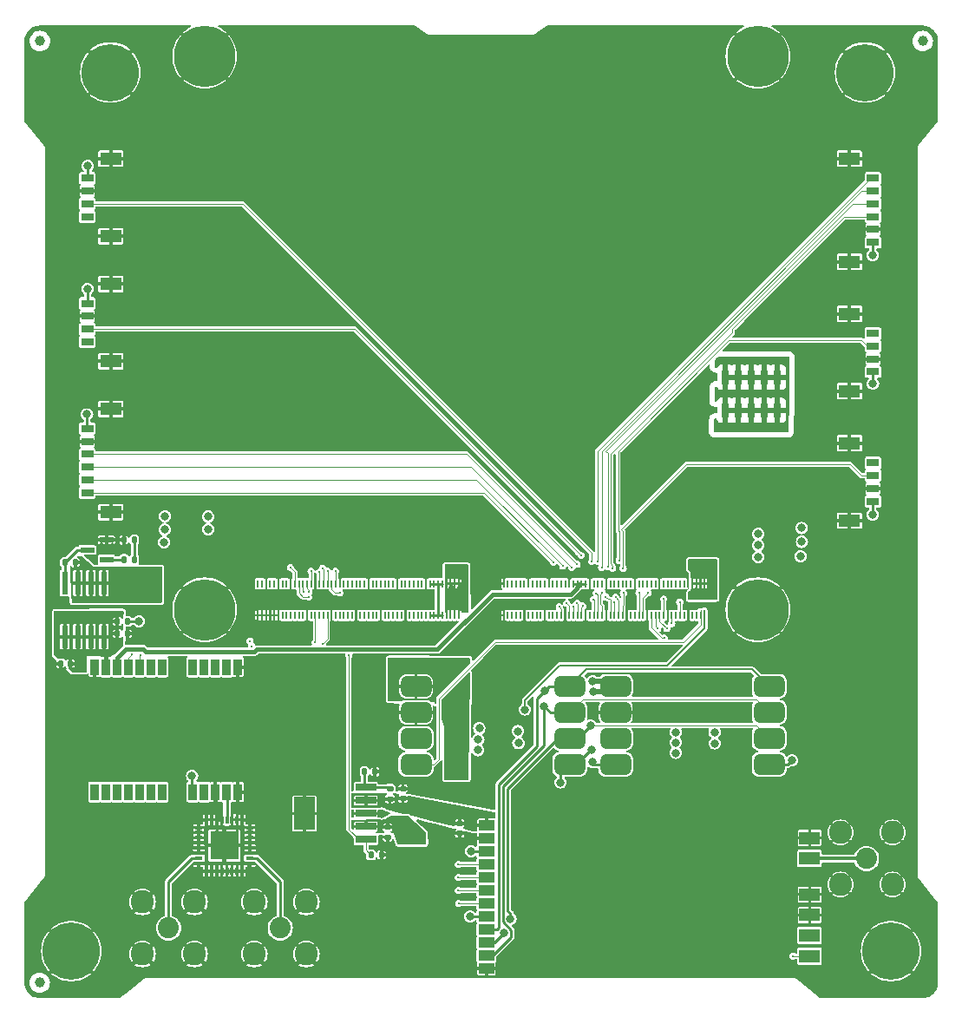
<source format=gbr>
%TF.GenerationSoftware,KiCad,Pcbnew,8.0.4*%
%TF.CreationDate,2024-08-06T11:45:16-05:00*%
%TF.ProjectId,sqrt_of_g_temp,73717274-5f6f-4665-9f67-5f74656d702e,1.0.1*%
%TF.SameCoordinates,Original*%
%TF.FileFunction,Copper,L1,Top*%
%TF.FilePolarity,Positive*%
%FSLAX46Y46*%
G04 Gerber Fmt 4.6, Leading zero omitted, Abs format (unit mm)*
G04 Created by KiCad (PCBNEW 8.0.4) date 2024-08-06 11:45:16*
%MOMM*%
%LPD*%
G01*
G04 APERTURE LIST*
G04 Aperture macros list*
%AMRoundRect*
0 Rectangle with rounded corners*
0 $1 Rounding radius*
0 $2 $3 $4 $5 $6 $7 $8 $9 X,Y pos of 4 corners*
0 Add a 4 corners polygon primitive as box body*
4,1,4,$2,$3,$4,$5,$6,$7,$8,$9,$2,$3,0*
0 Add four circle primitives for the rounded corners*
1,1,$1+$1,$2,$3*
1,1,$1+$1,$4,$5*
1,1,$1+$1,$6,$7*
1,1,$1+$1,$8,$9*
0 Add four rect primitives between the rounded corners*
20,1,$1+$1,$2,$3,$4,$5,0*
20,1,$1+$1,$4,$5,$6,$7,0*
20,1,$1+$1,$6,$7,$8,$9,0*
20,1,$1+$1,$8,$9,$2,$3,0*%
G04 Aperture macros list end*
%TA.AperFunction,SMDPad,CuDef*%
%ADD10R,0.812800X1.625600*%
%TD*%
%TA.AperFunction,ComponentPad*%
%ADD11C,6.000000*%
%TD*%
%TA.AperFunction,SMDPad,CuDef*%
%ADD12RoundRect,0.135000X-0.135000X-0.185000X0.135000X-0.185000X0.135000X0.185000X-0.135000X0.185000X0*%
%TD*%
%TA.AperFunction,SMDPad,CuDef*%
%ADD13C,1.000000*%
%TD*%
%TA.AperFunction,SMDPad,CuDef*%
%ADD14R,1.200000X0.800000*%
%TD*%
%TA.AperFunction,SMDPad,CuDef*%
%ADD15R,2.150000X1.300000*%
%TD*%
%TA.AperFunction,ComponentPad*%
%ADD16C,2.050000*%
%TD*%
%TA.AperFunction,ComponentPad*%
%ADD17C,2.250000*%
%TD*%
%TA.AperFunction,SMDPad,CuDef*%
%ADD18RoundRect,0.135000X0.135000X0.185000X-0.135000X0.185000X-0.135000X-0.185000X0.135000X-0.185000X0*%
%TD*%
%TA.AperFunction,SMDPad,CuDef*%
%ADD19RoundRect,0.500000X-1.000000X-0.500000X1.000000X-0.500000X1.000000X0.500000X-1.000000X0.500000X0*%
%TD*%
%TA.AperFunction,ComponentPad*%
%ADD20C,5.600000*%
%TD*%
%TA.AperFunction,SMDPad,CuDef*%
%ADD21R,0.740000X1.470000*%
%TD*%
%TA.AperFunction,SMDPad,CuDef*%
%ADD22R,0.609600X2.209800*%
%TD*%
%TA.AperFunction,SMDPad,CuDef*%
%ADD23R,0.304800X0.762000*%
%TD*%
%TA.AperFunction,SMDPad,CuDef*%
%ADD24R,0.762000X0.304800*%
%TD*%
%TA.AperFunction,SMDPad,CuDef*%
%ADD25R,2.794000X2.794000*%
%TD*%
%TA.AperFunction,SMDPad,CuDef*%
%ADD26R,0.200000X0.700000*%
%TD*%
%TA.AperFunction,SMDPad,CuDef*%
%ADD27RoundRect,0.140000X-0.170000X0.140000X-0.170000X-0.140000X0.170000X-0.140000X0.170000X0.140000X0*%
%TD*%
%TA.AperFunction,SMDPad,CuDef*%
%ADD28R,1.320800X0.558800*%
%TD*%
%TA.AperFunction,SMDPad,CuDef*%
%ADD29RoundRect,0.140000X-0.140000X-0.170000X0.140000X-0.170000X0.140000X0.170000X-0.140000X0.170000X0*%
%TD*%
%TA.AperFunction,SMDPad,CuDef*%
%ADD30R,1.500000X0.975000*%
%TD*%
%TA.AperFunction,SMDPad,CuDef*%
%ADD31R,2.000000X1.300000*%
%TD*%
%TA.AperFunction,SMDPad,CuDef*%
%ADD32R,7.300000X5.100000*%
%TD*%
%TA.AperFunction,SMDPad,CuDef*%
%ADD33RoundRect,0.140000X0.170000X-0.140000X0.170000X0.140000X-0.170000X0.140000X-0.170000X-0.140000X0*%
%TD*%
%TA.AperFunction,SMDPad,CuDef*%
%ADD34R,2.000000X0.650000*%
%TD*%
%TA.AperFunction,SMDPad,CuDef*%
%ADD35R,2.000000X3.200000*%
%TD*%
%TA.AperFunction,SMDPad,CuDef*%
%ADD36RoundRect,0.140000X0.140000X0.170000X-0.140000X0.170000X-0.140000X-0.170000X0.140000X-0.170000X0*%
%TD*%
%TA.AperFunction,SMDPad,CuDef*%
%ADD37RoundRect,0.135000X0.185000X-0.135000X0.185000X0.135000X-0.185000X0.135000X-0.185000X-0.135000X0*%
%TD*%
%TA.AperFunction,ViaPad*%
%ADD38C,0.800000*%
%TD*%
%TA.AperFunction,ViaPad*%
%ADD39C,0.300000*%
%TD*%
%TA.AperFunction,ViaPad*%
%ADD40C,0.584200*%
%TD*%
%TA.AperFunction,ViaPad*%
%ADD41C,0.600000*%
%TD*%
%TA.AperFunction,Conductor*%
%ADD42C,0.090000*%
%TD*%
%TA.AperFunction,Conductor*%
%ADD43C,0.180000*%
%TD*%
%TA.AperFunction,Conductor*%
%ADD44C,0.400000*%
%TD*%
%TA.AperFunction,Conductor*%
%ADD45C,0.250000*%
%TD*%
%TA.AperFunction,Conductor*%
%ADD46C,0.234950*%
%TD*%
%TA.AperFunction,Conductor*%
%ADD47C,0.271781*%
%TD*%
%TA.AperFunction,Conductor*%
%ADD48C,0.380000*%
%TD*%
%TA.AperFunction,Conductor*%
%ADD49C,0.293370*%
%TD*%
%TA.AperFunction,Conductor*%
%ADD50C,0.500000*%
%TD*%
%TA.AperFunction,Conductor*%
%ADD51C,0.150000*%
%TD*%
%TA.AperFunction,Conductor*%
%ADD52C,0.120000*%
%TD*%
G04 APERTURE END LIST*
D10*
%TO.P,U7,1,NC@1*%
%TO.N,unconnected-(U7-NC@1-Pad1)*%
X110490000Y-129289903D03*
%TO.P,U7,2,NC@2*%
%TO.N,unconnected-(U7-NC@2-Pad2)*%
X111590000Y-129289903D03*
%TO.P,U7,3,1PPS*%
%TO.N,unconnected-(U7-1PPS-Pad3)*%
X112690000Y-129289903D03*
%TO.P,U7,4,NC@4*%
%TO.N,unconnected-(U7-NC@4-Pad4)*%
X113790000Y-129289903D03*
%TO.P,U7,5,NC@5*%
%TO.N,unconnected-(U7-NC@5-Pad5)*%
X114890000Y-129289903D03*
%TO.P,U7,6,NC@6*%
%TO.N,unconnected-(U7-NC@6-Pad6)*%
X115990000Y-129289903D03*
%TO.P,U7,7,NC@7*%
%TO.N,unconnected-(U7-NC@7-Pad7)*%
X117090000Y-129289903D03*
%TO.P,U7,8,RSTN*%
%TO.N,Net-(U7-RSTN)*%
X120090000Y-129289903D03*
%TO.P,U7,9,NC@9*%
%TO.N,unconnected-(U7-NC@9-Pad9)*%
X121190000Y-129289903D03*
%TO.P,U7,10,GND@10*%
%TO.N,GND*%
X122290000Y-129289903D03*
%TO.P,U7,11,RF_IN*%
%TO.N,/GPS/RF_IN*%
X123390000Y-129289903D03*
%TO.P,U7,12,GND@12*%
%TO.N,GND*%
X124490000Y-129289903D03*
%TO.P,U7,13,GND@13*%
X124490000Y-117089903D03*
%TO.P,U7,14,NC@14*%
%TO.N,unconnected-(U7-NC@14-Pad14)*%
X123390000Y-117089903D03*
%TO.P,U7,15,NC@15*%
%TO.N,unconnected-(U7-NC@15-Pad15)*%
X122290000Y-117089903D03*
%TO.P,U7,16,NC@16*%
%TO.N,unconnected-(U7-NC@16-Pad16)*%
X121190000Y-117089903D03*
%TO.P,U7,17,NC@17*%
%TO.N,unconnected-(U7-NC@17-Pad17)*%
X120090000Y-117089903D03*
%TO.P,U7,18,SDA/NC*%
%TO.N,unconnected-(U7-SDA{slash}NC-Pad18)*%
X117090000Y-117089903D03*
%TO.P,U7,19,SCL/NC*%
%TO.N,unconnected-(U7-SCL{slash}NC-Pad19)*%
X115990000Y-117089903D03*
%TO.P,U7,20,TXD*%
%TO.N,/RX_FROM_GPS*%
X114890000Y-117089903D03*
%TO.P,U7,21,RXD*%
%TO.N,/TX_TO_GPS*%
X113790000Y-117089903D03*
%TO.P,U7,22,V_BCKP*%
%TO.N,VDD_3V3_LP*%
X112690000Y-117089903D03*
%TO.P,U7,23,VCC*%
%TO.N,/GPS/3V3_GPS*%
X111590000Y-117089903D03*
%TO.P,U7,24,GND@24*%
%TO.N,GND*%
X110490000Y-117089903D03*
%TD*%
D11*
%TO.P,H3,1,1*%
%TO.N,GND*%
X175230000Y-111508000D03*
%TD*%
%TO.P,H4,1,1*%
%TO.N,GND*%
X121230000Y-111508000D03*
%TD*%
%TO.P,H2,1,1*%
%TO.N,GND*%
X175230000Y-57508000D03*
%TD*%
%TO.P,H1,1,1*%
%TO.N,GND*%
X121230000Y-57508000D03*
%TD*%
D12*
%TO.P,R1,1*%
%TO.N,/EN_RF*%
X137490001Y-135440000D03*
%TO.P,R1,2*%
%TO.N,GND*%
X138509999Y-135440000D03*
%TD*%
D13*
%TO.P,REF\u002A\u002A,*%
%TO.N,*%
X191320000Y-56010000D03*
%TD*%
D14*
%TO.P,J12,1,1*%
%TO.N,/3V3_PD2*%
X109780000Y-93825349D03*
%TO.P,J12,2,2*%
%TO.N,GND*%
X109780000Y-95075348D03*
%TO.P,J12,3,3*%
%TO.N,/GPIO_AD_15*%
X109780000Y-96325349D03*
%TO.P,J12,4,4*%
%TO.N,/GPIO_AD_16*%
X109780000Y-97575348D03*
%TO.P,J12,5,5*%
%TO.N,/GPIO_AD_17*%
X109780000Y-98825349D03*
%TO.P,J12,6,6*%
%TO.N,/GPIO_AD_18*%
X109780000Y-100075348D03*
D15*
%TO.P,J12,7,SHIELD*%
%TO.N,GND*%
X112074999Y-91925348D03*
%TO.P,J12,8,SHIELD*%
X112074998Y-101975350D03*
%TD*%
D16*
%TO.P,J8,1,In*%
%TO.N,Net-(J8-In)*%
X185840000Y-135780000D03*
D17*
%TO.P,J8,2,Ext*%
%TO.N,GND*%
X183300000Y-133240000D03*
X183300000Y-138320000D03*
X188380000Y-133240000D03*
X188380000Y-138320000D03*
%TD*%
D18*
%TO.P,R22,1,1*%
%TO.N,Net-(U7-RSTN)*%
X113720000Y-112640000D03*
%TO.P,R22,2,2*%
%TO.N,/GPS/3V3_GPS*%
X112700002Y-112640000D03*
%TD*%
D19*
%TO.P,U9,1,VCC*%
%TO.N,/MAG1/3V3_SENSORS*%
X141860000Y-118980000D03*
%TO.P,U9,2,GND*%
%TO.N,GND*%
X141860000Y-121520000D03*
%TO.P,U9,3,NC*%
%TO.N,unconnected-(U9-NC-Pad3)*%
X141860000Y-124060000D03*
%TO.P,U9,4,DRDY*%
%TO.N,/DRDY_MAG1*%
X141860000Y-126600000D03*
%TO.P,U9,5,SCLK*%
%TO.N,SCK*%
X156860000Y-118980000D03*
%TO.P,U9,6,MISO*%
%TO.N,SDI*%
X156860000Y-121520000D03*
%TO.P,U9,7,MOSI*%
%TO.N,SDO*%
X156860000Y-124060000D03*
%TO.P,U9,8,SSN*%
%TO.N,CS_MAG1*%
X156860000Y-126600000D03*
%TD*%
D18*
%TO.P,R31,1,1*%
%TO.N,VDD_3V3*%
X108608100Y-106886200D03*
%TO.P,R31,2,2*%
%TO.N,Net-(Q10-D)*%
X107588100Y-106886200D03*
%TD*%
D13*
%TO.P,REF\u002A\u002A,*%
%TO.N,*%
X105150000Y-56010000D03*
%TD*%
D14*
%TO.P,J4,1,1*%
%TO.N,/3V3_PD1*%
X186474999Y-75654999D03*
%TO.P,J4,2,2*%
%TO.N,GND*%
X186474999Y-74405000D03*
%TO.P,J4,3,3*%
%TO.N,/GPIO_AD_08*%
X186474999Y-73154999D03*
%TO.P,J4,4,4*%
%TO.N,/GPIO_AD_09*%
X186474999Y-71905000D03*
%TO.P,J4,5,5*%
%TO.N,/GPIO_AD_10*%
X186474999Y-70654999D03*
%TO.P,J4,6,6*%
%TO.N,/GPIO_AD_11*%
X186474999Y-69405000D03*
D15*
%TO.P,J4,7,SHIELD*%
%TO.N,GND*%
X184180000Y-77555000D03*
%TO.P,J4,8,SHIELD*%
X184180001Y-67504998D03*
%TD*%
D20*
%TO.P,H5,1,1*%
%TO.N,GND*%
X112035000Y-59088000D03*
%TD*%
%TO.P,H7,1,1*%
%TO.N,GND*%
X188235000Y-144818000D03*
%TD*%
D14*
%TO.P,J2,1,1*%
%TO.N,/3V3_PD2*%
X109780000Y-69405349D03*
%TO.P,J2,2,2*%
%TO.N,GND*%
X109780000Y-70655348D03*
%TO.P,J2,3,3*%
%TO.N,/GPIO_AD_12*%
X109780000Y-71905349D03*
%TO.P,J2,4,4*%
%TO.N,unconnected-(J2-Pad4)*%
X109780000Y-73155348D03*
D15*
%TO.P,J2,5,Shield*%
%TO.N,GND*%
X112074999Y-67505348D03*
%TO.P,J2,6,Shield*%
X112074998Y-75055350D03*
%TD*%
D21*
%TO.P,J5,01,01*%
%TO.N,VSYS*%
X172060000Y-88825000D03*
%TO.P,J5,02,02*%
X172060000Y-92055000D03*
%TO.P,J5,03,03*%
X173330000Y-88825000D03*
%TO.P,J5,04,04*%
X173330000Y-92055000D03*
%TO.P,J5,05,05*%
X174600000Y-88825000D03*
%TO.P,J5,06,06*%
X174600000Y-92055000D03*
%TO.P,J5,07,07*%
X175870000Y-88825000D03*
%TO.P,J5,08,08*%
X175870000Y-92055000D03*
%TO.P,J5,09,09*%
X177140000Y-88825000D03*
%TO.P,J5,10,10*%
X177140000Y-92055000D03*
%TD*%
D12*
%TO.P,R3,1*%
%TO.N,Net-(U1-SENSE{slash}ADJ)*%
X136840001Y-127300000D03*
%TO.P,R3,2*%
%TO.N,GND*%
X137859999Y-127300000D03*
%TD*%
D16*
%TO.P,J13,1,In*%
%TO.N,Net-(J13-In)*%
X117703647Y-142549365D03*
D17*
%TO.P,J13,2,Ext*%
%TO.N,GND*%
X115163647Y-145089365D03*
X120243647Y-145089365D03*
X115163647Y-140009365D03*
X120243647Y-140009365D03*
%TD*%
D22*
%TO.P,Q11,1,Source*%
%TO.N,VDD_3V3*%
X111403099Y-108900000D03*
%TO.P,Q11,2,Source*%
X110133099Y-108900000D03*
%TO.P,Q11,3,Source*%
X108863099Y-108900000D03*
%TO.P,Q11,4,Gate*%
%TO.N,Net-(Q10-D)*%
X107593099Y-108900000D03*
%TO.P,Q11,5,Drain*%
%TO.N,/GPS/3V3_GPS*%
X107593099Y-114132400D03*
%TO.P,Q11,6,Drain*%
X108863099Y-114132400D03*
%TO.P,Q11,7,Drain*%
X110133099Y-114132400D03*
%TO.P,Q11,8,Drain*%
X111403099Y-114132400D03*
%TD*%
D18*
%TO.P,R29,1,1*%
%TO.N,/GPS/EN_GPS*%
X114377101Y-104697500D03*
%TO.P,R29,2,2*%
%TO.N,GND*%
X113357101Y-104697500D03*
%TD*%
D14*
%TO.P,J11,1,1*%
%TO.N,/3V3_PD2*%
X109780000Y-81615350D03*
%TO.P,J11,2,2*%
%TO.N,GND*%
X109780000Y-82865349D03*
%TO.P,J11,3,3*%
%TO.N,/GPIO_AD_14*%
X109780000Y-84115350D03*
%TO.P,J11,4,4*%
%TO.N,unconnected-(J11-Pad4)*%
X109780000Y-85365349D03*
D15*
%TO.P,J11,5,Shield*%
%TO.N,GND*%
X112074999Y-79715349D03*
%TO.P,J11,6,Shield*%
X112074998Y-87265351D03*
%TD*%
D20*
%TO.P,H8,1,1*%
%TO.N,GND*%
X108225000Y-144818000D03*
%TD*%
D16*
%TO.P,J9,1,In*%
%TO.N,Net-(J9-In)*%
X128613835Y-142549365D03*
D17*
%TO.P,J9,2,Ext*%
%TO.N,GND*%
X126073835Y-145089365D03*
X131153835Y-145089365D03*
X126073835Y-140009365D03*
X131153835Y-140009365D03*
%TD*%
D23*
%TO.P,U8,1,GND*%
%TO.N,GND*%
X124908393Y-131998587D03*
%TO.P,U8,2,GND*%
X124408393Y-131998587D03*
%TO.P,U8,3,GND*%
X123908393Y-131998587D03*
%TO.P,U8,4,SUM_PORT*%
%TO.N,/GPS/RF_IN*%
X123408393Y-131998587D03*
%TO.P,U8,5,GND*%
%TO.N,GND*%
X122908393Y-131998587D03*
%TO.P,U8,6,GND*%
X122408393Y-131998587D03*
%TO.P,U8,7,GND*%
X121908393Y-131998587D03*
%TO.P,U8,8,GND*%
X121408393Y-131998587D03*
D24*
%TO.P,U8,9,GND*%
X120658393Y-132748587D03*
%TO.P,U8,10,GND*%
X120658393Y-133248587D03*
%TO.P,U8,11,GND*%
X120658393Y-133748587D03*
%TO.P,U8,12,GND*%
X120658393Y-134248587D03*
%TO.P,U8,13,GND*%
X120658393Y-134748587D03*
%TO.P,U8,14,GND*%
X120658393Y-135248587D03*
%TO.P,U8,15,PORT1*%
%TO.N,Net-(J13-In)*%
X120658393Y-135748587D03*
%TO.P,U8,16,GND*%
%TO.N,GND*%
X120658393Y-136248587D03*
D23*
%TO.P,U8,17,GND*%
X121408393Y-136998587D03*
%TO.P,U8,18,GND*%
X121908393Y-136998587D03*
%TO.P,U8,19,GND*%
X122408393Y-136998587D03*
%TO.P,U8,20,GND*%
X122908393Y-136998587D03*
%TO.P,U8,21,GND*%
X123408393Y-136998587D03*
%TO.P,U8,22,GND*%
X123908393Y-136998587D03*
%TO.P,U8,23,GND*%
X124408393Y-136998587D03*
%TO.P,U8,24,GND*%
X124908393Y-136998587D03*
D24*
%TO.P,U8,25,GND*%
X125658393Y-136248587D03*
%TO.P,U8,26,PORT2*%
%TO.N,Net-(J9-In)*%
X125658393Y-135748587D03*
%TO.P,U8,27,GND*%
%TO.N,GND*%
X125658393Y-135248587D03*
%TO.P,U8,28,GND*%
X125658393Y-134748587D03*
%TO.P,U8,29,GND*%
X125658393Y-134248587D03*
%TO.P,U8,30,GND*%
X125658393Y-133748587D03*
%TO.P,U8,31,GND*%
X125658393Y-133248587D03*
%TO.P,U8,32,GND*%
X125658393Y-132748587D03*
D25*
%TO.P,U8,EP,GND*%
X123158393Y-134498587D03*
%TD*%
D26*
%TO.P,J6,1,1*%
%TO.N,/EN_MAG1*%
X170030000Y-112048000D03*
%TO.P,J6,2,2*%
%TO.N,VDD_3V3*%
X170030000Y-108968000D03*
%TO.P,J6,3,3*%
%TO.N,/DRDY_MAG1*%
X169630000Y-112048000D03*
%TO.P,J6,4,4*%
%TO.N,VDD_3V3*%
X169630000Y-108968000D03*
%TO.P,J6,5,5*%
%TO.N,unconnected-(J6-Pad5)*%
X169230000Y-112047999D03*
%TO.P,J6,6,6*%
%TO.N,VDD_3V3*%
X169230000Y-108968001D03*
%TO.P,J6,7,7*%
%TO.N,unconnected-(J6-Pad7)*%
X168830000Y-112048000D03*
%TO.P,J6,8,8*%
%TO.N,VDD_3V3*%
X168830000Y-108968000D03*
%TO.P,J6,9,9*%
%TO.N,GND*%
X168430000Y-112048000D03*
%TO.P,J6,10,10*%
X168430000Y-108968000D03*
%TO.P,J6,11,11*%
%TO.N,GPIO_LPSR_04*%
X168029999Y-112048000D03*
%TO.P,J6,12,12*%
%TO.N,ONOFF*%
X168029999Y-108968000D03*
%TO.P,J6,13,13*%
%TO.N,/RX_FROM_GPS*%
X167630000Y-112048000D03*
%TO.P,J6,14,14*%
%TO.N,PMIC_STBY_REQ*%
X167630000Y-108968000D03*
%TO.P,J6,15,15*%
%TO.N,GPIO_LPSR_06*%
X167230000Y-112048000D03*
%TO.P,J6,16,16*%
%TO.N,WAKEUP*%
X167230000Y-108968000D03*
%TO.P,J6,17,17*%
%TO.N,/EN_MAG2*%
X166830000Y-112048000D03*
%TO.P,J6,18,18*%
%TO.N,PMIC_ON_REQ*%
X166830000Y-108968000D03*
%TO.P,J6,19,19*%
%TO.N,GND*%
X166430000Y-112047999D03*
%TO.P,J6,20,20*%
%TO.N,DAC_OUT*%
X166430000Y-108968001D03*
%TO.P,J6,21,21*%
%TO.N,/TX_TO_GPS*%
X166030000Y-112048000D03*
%TO.P,J6,22,22*%
%TO.N,EN_ADCS*%
X166030000Y-108968000D03*
%TO.P,J6,23,23*%
%TO.N,/DRDY_MAG2*%
X165630000Y-112048000D03*
%TO.P,J6,24,24*%
%TO.N,GND*%
X165630000Y-108968000D03*
%TO.P,J6,25,25*%
%TO.N,CS_MAG1*%
X165229999Y-112048000D03*
%TO.P,J6,26,26*%
%TO.N,GPIO_SD_B1_00*%
X165229999Y-108968000D03*
%TO.P,J6,27,27*%
%TO.N,CS_MAG2*%
X164830000Y-112048000D03*
%TO.P,J6,28,28*%
%TO.N,GPIO_SD_B1_01*%
X164830000Y-108968000D03*
%TO.P,J6,29,29*%
%TO.N,GND*%
X164430000Y-112048000D03*
%TO.P,J6,30,30*%
%TO.N,GPIO_SD_B1_03*%
X164430000Y-108968000D03*
%TO.P,J6,31,31*%
%TO.N,/EN_PD1*%
X164030000Y-112048000D03*
%TO.P,J6,32,32*%
%TO.N,GPIO_SD_B1_04*%
X164030000Y-108968000D03*
%TO.P,J6,33,33*%
%TO.N,/EN_PD2*%
X163630000Y-112047999D03*
%TO.P,J6,34,34*%
%TO.N,GPIO_SD_B1_05*%
X163630000Y-108968001D03*
%TO.P,J6,35,35*%
%TO.N,GPIO_AD_04*%
X163230000Y-112048000D03*
%TO.P,J6,36,36*%
%TO.N,GND*%
X163230000Y-108968000D03*
%TO.P,J6,37,37*%
%TO.N,BT_CFG_IO_EN*%
X162830000Y-112048000D03*
%TO.P,J6,38,38*%
%TO.N,USDHC2_DATA3*%
X162830000Y-108968000D03*
%TO.P,J6,39,39*%
%TO.N,GND*%
X162429999Y-112048000D03*
%TO.P,J6,40,40*%
%TO.N,USDHC2_DATA2*%
X162429999Y-108968000D03*
%TO.P,J6,41,41*%
%TO.N,/GPIO_AD_06*%
X162030000Y-112048000D03*
%TO.P,J6,42,42*%
%TO.N,USDHC2_DATA1*%
X162030000Y-108968000D03*
%TO.P,J6,43,43*%
%TO.N,/GPIO_AD_07*%
X161630000Y-112048000D03*
%TO.P,J6,44,44*%
%TO.N,USDHC2_DATA0*%
X161630000Y-108968000D03*
%TO.P,J6,45,45*%
%TO.N,/GPIO_AD_08*%
X161230000Y-112048000D03*
%TO.P,J6,46,46*%
%TO.N,USDHC2_CLK*%
X161230000Y-108968000D03*
%TO.P,J6,47,47*%
%TO.N,/GPIO_AD_09*%
X160830001Y-112048000D03*
%TO.P,J6,48,48*%
%TO.N,USDHC2_CMD*%
X160830001Y-108968000D03*
%TO.P,J6,49,49*%
%TO.N,GND*%
X160430000Y-112048000D03*
%TO.P,J6,50,50*%
X160430000Y-108968000D03*
%TO.P,J6,51,51*%
%TO.N,/GPIO_AD_10*%
X160030000Y-112048000D03*
%TO.P,J6,52,52*%
%TO.N,GPIO_EMC_B1_40*%
X160030000Y-108968000D03*
%TO.P,J6,53,53*%
%TO.N,/GPIO_AD_11*%
X159629999Y-112048000D03*
%TO.P,J6,54,54*%
%TO.N,GPIO_EMC_B1_41*%
X159629999Y-108968000D03*
%TO.P,J6,55,55*%
%TO.N,/GPIO_AD_12*%
X159230000Y-112048000D03*
%TO.P,J6,56,56*%
%TO.N,unconnected-(J6-Pad56)*%
X159230000Y-108968000D03*
%TO.P,J6,57,57*%
%TO.N,GPIO_AD_13*%
X158830000Y-112048000D03*
%TO.P,J6,58,58*%
%TO.N,GND*%
X158830000Y-108968000D03*
%TO.P,J6,59,59*%
X158430000Y-112048000D03*
%TO.P,J6,60,60*%
%TO.N,VDD_3V3_LP*%
X158430000Y-108968000D03*
%TO.P,J6,61,61*%
%TO.N,/GPIO_AD_14*%
X158030001Y-112048000D03*
%TO.P,J6,62,62*%
%TO.N,VDD_3V3_LP*%
X158030001Y-108968000D03*
%TO.P,J6,63,63*%
%TO.N,/GPIO_AD_15*%
X157630000Y-112048000D03*
%TO.P,J6,64,64*%
%TO.N,VDD_3V3_LP*%
X157630000Y-108968000D03*
%TO.P,J6,65,65*%
%TO.N,/GPIO_AD_16*%
X157230000Y-112048000D03*
%TO.P,J6,66,66*%
%TO.N,VDD_3V3_LP*%
X157230000Y-108968000D03*
%TO.P,J6,67,67*%
%TO.N,/GPIO_AD_17*%
X156830000Y-112047999D03*
%TO.P,J6,68,68*%
%TO.N,GND*%
X156830000Y-108968001D03*
%TO.P,J6,69,69*%
X156430000Y-112048000D03*
%TO.P,J6,70,70*%
%TO.N,unconnected-(J6-Pad70)*%
X156430000Y-108968000D03*
%TO.P,J6,71,71*%
%TO.N,/GPIO_AD_18*%
X156030000Y-112048000D03*
%TO.P,J6,72,72*%
%TO.N,unconnected-(J6-Pad72)*%
X156030000Y-108968000D03*
%TO.P,J6,73,73*%
%TO.N,GPIO_AD_19*%
X155630000Y-112048000D03*
%TO.P,J6,74,74*%
%TO.N,unconnected-(J6-Pad74)*%
X155630000Y-108968000D03*
%TO.P,J6,75,75*%
%TO.N,GPIO_AD_20*%
X155230001Y-112048000D03*
%TO.P,J6,76,76*%
%TO.N,unconnected-(J6-Pad76)*%
X155230001Y-108968000D03*
%TO.P,J6,77,77*%
%TO.N,GPIO_AD_21*%
X154830000Y-112048000D03*
%TO.P,J6,78,78*%
%TO.N,GND*%
X154830000Y-108968000D03*
%TO.P,J6,79,79*%
X154430000Y-112048000D03*
%TO.P,J6,80,80*%
%TO.N,unconnected-(J6-Pad80)*%
X154430000Y-108968000D03*
%TO.P,J6,81,81*%
%TO.N,GPIO_AD_23*%
X154030000Y-112047999D03*
%TO.P,J6,82,82*%
%TO.N,unconnected-(J6-Pad82)*%
X154030000Y-108968001D03*
%TO.P,J6,83,83*%
%TO.N,GPIO_AD_22*%
X153630000Y-112048000D03*
%TO.P,J6,84,84*%
%TO.N,unconnected-(J6-Pad84)*%
X153630000Y-108968000D03*
%TO.P,J6,85,85*%
%TO.N,LPUART1_RX_BOOT*%
X153230000Y-112048000D03*
%TO.P,J6,86,86*%
%TO.N,unconnected-(J6-Pad86)*%
X153230000Y-108968000D03*
%TO.P,J6,87,87*%
%TO.N,GPIO_AD_26*%
X152830000Y-112048000D03*
%TO.P,J6,88,88*%
%TO.N,GND*%
X152830000Y-108968000D03*
%TO.P,J6,89,89*%
X152430001Y-112048000D03*
%TO.P,J6,90,90*%
%TO.N,GPIO_AD_31*%
X152430001Y-108968000D03*
%TO.P,J6,91,91*%
%TO.N,GPIO_AD_27*%
X152030000Y-112048000D03*
%TO.P,J6,92,92*%
%TO.N,GPIO_AD_32*%
X152030000Y-108968000D03*
%TO.P,J6,93,93*%
%TO.N,GPIO_AD_28*%
X151630000Y-112048000D03*
%TO.P,J6,94,94*%
%TO.N,GPIO_AD_33*%
X151630000Y-108968000D03*
%TO.P,J6,95,95*%
%TO.N,GPIO_AD_29*%
X151230000Y-112047999D03*
%TO.P,J6,96,96*%
%TO.N,GPIO_AD_34*%
X151230000Y-108968001D03*
%TO.P,J6,97,97*%
%TO.N,GPIO_AD_30*%
X150830000Y-112048000D03*
%TO.P,J6,98,98*%
%TO.N,GPIO_AD_35*%
X150830000Y-108968000D03*
%TO.P,J6,99,99*%
%TO.N,GND*%
X150430000Y-112048000D03*
%TO.P,J6,100,100*%
X150430000Y-108968000D03*
%TD*%
D27*
%TO.P,C10,1,1*%
%TO.N,V_RF*%
X146130000Y-132360000D03*
%TO.P,C10,2,2*%
%TO.N,GND*%
X146130000Y-133320000D03*
%TD*%
D14*
%TO.P,J1,1,1*%
%TO.N,/3V3_PD1*%
X186474999Y-100919651D03*
%TO.P,J1,2,2*%
%TO.N,GND*%
X186474999Y-99669652D03*
%TO.P,J1,3,3*%
%TO.N,/GPIO_AD_06*%
X186474999Y-98419651D03*
%TO.P,J1,4,4*%
%TO.N,unconnected-(J1-Pad4)*%
X186474999Y-97169652D03*
D15*
%TO.P,J1,5,Shield*%
%TO.N,GND*%
X184180000Y-102819652D03*
%TO.P,J1,6,Shield*%
X184180001Y-95269650D03*
%TD*%
D28*
%TO.P,Q10,1,G*%
%TO.N,Net-(Q10-G)*%
X111670401Y-106610000D03*
%TO.P,Q10,2,S*%
%TO.N,GND*%
X111670401Y-104705000D03*
%TO.P,Q10,3,D*%
%TO.N,Net-(Q10-D)*%
X109790801Y-105657500D03*
%TD*%
D29*
%TO.P,C18,1,1*%
%TO.N,/GPS/3V3_GPS*%
X112710001Y-113830000D03*
%TO.P,C18,2,2*%
%TO.N,GND*%
X113670001Y-113830000D03*
%TD*%
D12*
%TO.P,R30,1,1*%
%TO.N,Net-(Q10-G)*%
X113357100Y-106597500D03*
%TO.P,R30,2,2*%
%TO.N,/GPS/EN_GPS*%
X114377100Y-106597500D03*
%TD*%
D30*
%TO.P,U6,1,VCC*%
%TO.N,V_RF*%
X148735000Y-132540000D03*
%TO.P,U6,2,TCXOEN*%
%TO.N,GND*%
X148735000Y-133810000D03*
%TO.P,U6,3,NRESET*%
%TO.N,/RF_RST*%
X148735000Y-135080000D03*
%TO.P,U6,4,BUSY*%
%TO.N,/RF_BUSY*%
X148735000Y-136350000D03*
%TO.P,U6,5,DIO1*%
%TO.N,/RF_IO1*%
X148735000Y-137620000D03*
%TO.P,U6,6,DIO2*%
%TO.N,/RF_IO2*%
X148735000Y-138890000D03*
%TO.P,U6,7,DIO3*%
%TO.N,/RF_IO3*%
X148735000Y-140160000D03*
%TO.P,U6,8,NSS*%
%TO.N,CS_RF*%
X148735000Y-141430000D03*
%TO.P,U6,9,SCK*%
%TO.N,SCK*%
X148735000Y-142700000D03*
%TO.P,U6,10,MOSI*%
%TO.N,SDO*%
X148735000Y-143970000D03*
%TO.P,U6,11,MISO*%
%TO.N,SDI*%
X148735000Y-145240000D03*
%TO.P,U6,12,GND*%
%TO.N,GND*%
X148735000Y-146510000D03*
D31*
%TO.P,U6,13,TXEN*%
%TO.N,/RF_TX_EN*%
X180275000Y-145290000D03*
%TO.P,U6,14,RXEN*%
%TO.N,/RF_RX_EN*%
X180275000Y-143290000D03*
%TO.P,U6,15,GND*%
%TO.N,GND*%
X180275000Y-141290000D03*
%TO.P,U6,16,GND*%
X180275000Y-139290000D03*
%TO.P,U6,17,ANT*%
%TO.N,Net-(J8-In)*%
X180275000Y-135770000D03*
%TO.P,U6,18,GND*%
%TO.N,GND*%
X180275000Y-133770000D03*
D32*
%TO.P,U6,19,GND*%
X174375000Y-139040000D03*
%TD*%
D33*
%TO.P,C1,1*%
%TO.N,GND*%
X139090000Y-133680000D03*
%TO.P,C1,2*%
%TO.N,VSYS*%
X139090000Y-132720000D03*
%TD*%
D13*
%TO.P,REF\u002A\u002A,*%
%TO.N,*%
X105135000Y-147902000D03*
%TD*%
D20*
%TO.P,H6,1,1*%
%TO.N,GND*%
X185695000Y-59088000D03*
%TD*%
D27*
%TO.P,C2,1*%
%TO.N,GND*%
X140590000Y-128970000D03*
%TO.P,C2,2*%
%TO.N,V_RF*%
X140590000Y-129930000D03*
%TD*%
D34*
%TO.P,U1,1,~{SHDN}*%
%TO.N,/EN_RF*%
X136980000Y-133930000D03*
%TO.P,U1,2,IN*%
%TO.N,VSYS*%
X136980000Y-132660000D03*
%TO.P,U1,3,GND_1*%
%TO.N,GND*%
X136980000Y-131390000D03*
%TO.P,U1,4,OUT*%
%TO.N,V_RF*%
X136980000Y-130120000D03*
%TO.P,U1,5,SENSE/ADJ*%
%TO.N,Net-(U1-SENSE{slash}ADJ)*%
X136980000Y-128850000D03*
D35*
%TO.P,U1,6,GND_2*%
%TO.N,GND*%
X130980000Y-131390000D03*
%TD*%
D36*
%TO.P,C17,1,1*%
%TO.N,/GPS/3V3_GPS*%
X108120000Y-116750000D03*
%TO.P,C17,2,2*%
%TO.N,GND*%
X107160000Y-116750000D03*
%TD*%
D19*
%TO.P,U10,1,VCC*%
%TO.N,/MAG2/3V3_SENSORS*%
X161340000Y-118980000D03*
%TO.P,U10,2,GND*%
%TO.N,GND*%
X161340000Y-121520000D03*
%TO.P,U10,3,NC*%
%TO.N,unconnected-(U10-NC-Pad3)*%
X161340000Y-124060000D03*
%TO.P,U10,4,DRDY*%
%TO.N,/DRDY_MAG2*%
X161340000Y-126600000D03*
%TO.P,U10,5,SCLK*%
%TO.N,SCK*%
X176340000Y-118980000D03*
%TO.P,U10,6,MISO*%
%TO.N,SDI*%
X176340000Y-121520000D03*
%TO.P,U10,7,MOSI*%
%TO.N,SDO*%
X176340000Y-124060000D03*
%TO.P,U10,8,SSN*%
%TO.N,CS_MAG2*%
X176340000Y-126600000D03*
%TD*%
D37*
%TO.P,R2,1*%
%TO.N,V_RF*%
X139320000Y-129960000D03*
%TO.P,R2,2*%
%TO.N,Net-(U1-SENSE{slash}ADJ)*%
X139320000Y-128940000D03*
%TD*%
D14*
%TO.P,J3,1,1*%
%TO.N,/3V3_PD1*%
X186474999Y-88287323D03*
%TO.P,J3,2,2*%
%TO.N,GND*%
X186474999Y-87037324D03*
%TO.P,J3,3,3*%
%TO.N,/GPIO_AD_07*%
X186474999Y-85787323D03*
%TO.P,J3,4,4*%
%TO.N,unconnected-(J3-Pad4)*%
X186474999Y-84537324D03*
D15*
%TO.P,J3,5,Shield*%
%TO.N,GND*%
X184180000Y-90187324D03*
%TO.P,J3,6,Shield*%
X184180001Y-82637322D03*
%TD*%
D26*
%TO.P,J7,1,1*%
%TO.N,VDD_3V3*%
X146030000Y-112048000D03*
%TO.P,J7,2,2*%
X146030000Y-108968000D03*
%TO.P,J7,3,3*%
X145630000Y-112048000D03*
%TO.P,J7,4,4*%
X145630000Y-108968000D03*
%TO.P,J7,5,5*%
X145230000Y-112047999D03*
%TO.P,J7,6,6*%
X145230000Y-108968001D03*
%TO.P,J7,7,7*%
X144830000Y-112048000D03*
%TO.P,J7,8,8*%
X144830000Y-108968000D03*
%TO.P,J7,9,9*%
%TO.N,VDD_1V8*%
X144430000Y-112048000D03*
%TO.P,J7,10,10*%
X144430000Y-108968000D03*
%TO.P,J7,11,11*%
X144029999Y-112048000D03*
%TO.P,J7,12,12*%
X144029999Y-108968000D03*
%TO.P,J7,13,13*%
X143630000Y-112048000D03*
%TO.P,J7,14,14*%
X143630000Y-108968000D03*
%TO.P,J7,15,15*%
X143230000Y-112048000D03*
%TO.P,J7,16,16*%
X143230000Y-108968000D03*
%TO.P,J7,17,17*%
%TO.N,GPIO_SNVS_00*%
X142830000Y-112048000D03*
%TO.P,J7,18,18*%
%TO.N,GND*%
X142830000Y-108968000D03*
%TO.P,J7,19,19*%
%TO.N,GPIO_SNVS_01*%
X142430000Y-112047999D03*
%TO.P,J7,20,20*%
%TO.N,GPIO_DISP_B1_00*%
X142430000Y-108968001D03*
%TO.P,J7,21,21*%
%TO.N,GPIO_SNVS_02*%
X142030000Y-112048000D03*
%TO.P,J7,22,22*%
%TO.N,GPIO_DISP_B1_01*%
X142030000Y-108968000D03*
%TO.P,J7,23,23*%
%TO.N,GPIO_SNVS_03*%
X141630000Y-112048000D03*
%TO.P,J7,24,24*%
%TO.N,GPIO_DISP_B1_02*%
X141630000Y-108968000D03*
%TO.P,J7,25,25*%
%TO.N,GPIO_SNVS_04*%
X141229999Y-112048000D03*
%TO.P,J7,26,26*%
%TO.N,GPIO_DISP_B1_03*%
X141229999Y-108968000D03*
%TO.P,J7,27,27*%
%TO.N,GND*%
X140830000Y-112048000D03*
%TO.P,J7,28,28*%
%TO.N,GPIO_DISP_B1_04*%
X140830000Y-108968000D03*
%TO.P,J7,29,29*%
%TO.N,GPIO_SNVS_05*%
X140430000Y-112048000D03*
%TO.P,J7,30,30*%
%TO.N,GPIO_DISP_B1_05*%
X140430000Y-108968000D03*
%TO.P,J7,31,31*%
%TO.N,GPIO_SNVS_06*%
X140030000Y-112048000D03*
%TO.P,J7,32,32*%
%TO.N,GND*%
X140030000Y-108968000D03*
%TO.P,J7,33,33*%
%TO.N,GPIO_SNVS_07*%
X139630000Y-112047999D03*
%TO.P,J7,34,34*%
%TO.N,unconnected-(J7-Pad34)*%
X139630000Y-108968001D03*
%TO.P,J7,35,35*%
%TO.N,GPIO_SNVS_08*%
X139230000Y-112048000D03*
%TO.P,J7,36,36*%
%TO.N,unconnected-(J7-Pad36)*%
X139230000Y-108968000D03*
%TO.P,J7,37,37*%
%TO.N,GPIO_SNVS_09*%
X138830000Y-112048000D03*
%TO.P,J7,38,38*%
%TO.N,unconnected-(J7-Pad38)*%
X138830000Y-108968000D03*
%TO.P,J7,39,39*%
%TO.N,GND*%
X138429999Y-112048000D03*
%TO.P,J7,40,40*%
%TO.N,unconnected-(J7-Pad40)*%
X138429999Y-108968000D03*
%TO.P,J7,41,41*%
%TO.N,GPIO_EMC_B2_00*%
X138030000Y-112048000D03*
%TO.P,J7,42,42*%
%TO.N,unconnected-(J7-Pad42)*%
X138030000Y-108968000D03*
%TO.P,J7,43,43*%
%TO.N,GPIO_EMC_B2_01*%
X137630000Y-112048000D03*
%TO.P,J7,44,44*%
%TO.N,unconnected-(J7-Pad44)*%
X137630000Y-108968000D03*
%TO.P,J7,45,45*%
%TO.N,GPIO_EMC_B2_02*%
X137230000Y-112048000D03*
%TO.P,J7,46,46*%
%TO.N,GND*%
X137230000Y-108968000D03*
%TO.P,J7,47,47*%
%TO.N,GPIO_EMC_B2_03*%
X136830001Y-112048000D03*
%TO.P,J7,48,48*%
%TO.N,unconnected-(J7-Pad48)*%
X136830001Y-108968000D03*
%TO.P,J7,49,49*%
%TO.N,GPIO_EMC_B2_04*%
X136430000Y-112048000D03*
%TO.P,J7,50,50*%
%TO.N,unconnected-(J7-Pad50)*%
X136430000Y-108968000D03*
%TO.P,J7,51,51*%
%TO.N,GND*%
X136030000Y-112048000D03*
%TO.P,J7,52,52*%
%TO.N,unconnected-(J7-Pad52)*%
X136030000Y-108968000D03*
%TO.P,J7,53,53*%
%TO.N,GPIO_EMC_B2_05*%
X135629999Y-112048000D03*
%TO.P,J7,54,54*%
%TO.N,unconnected-(J7-Pad54)*%
X135629999Y-108968000D03*
%TO.P,J7,55,55*%
%TO.N,GPIO_EMC_B2_06*%
X135230000Y-112048000D03*
%TO.P,J7,56,56*%
%TO.N,unconnected-(J7-Pad56)*%
X135230000Y-108968000D03*
%TO.P,J7,57,57*%
%TO.N,GPIO_EMC_B2_07*%
X134830000Y-112048000D03*
%TO.P,J7,58,58*%
%TO.N,unconnected-(J7-Pad58)*%
X134830000Y-108968000D03*
%TO.P,J7,59,59*%
%TO.N,GPIO_EMC_B2_08*%
X134430000Y-112048000D03*
%TO.P,J7,60,60*%
%TO.N,GND*%
X134430000Y-108968000D03*
%TO.P,J7,61,61*%
%TO.N,GPIO_EMC_B2_09*%
X134030001Y-112048000D03*
%TO.P,J7,62,62*%
%TO.N,/RF_BUSY*%
X134030001Y-108968000D03*
%TO.P,J7,63,63*%
%TO.N,GND*%
X133630000Y-112048000D03*
%TO.P,J7,64,64*%
%TO.N,/EN_RF*%
X133630000Y-108968000D03*
%TO.P,J7,65,65*%
%TO.N,CS_RF*%
X133230000Y-112048000D03*
%TO.P,J7,66,66*%
%TO.N,/RF_IO1*%
X133230000Y-108968000D03*
%TO.P,J7,67,67*%
%TO.N,GPIO_EMC_B2_11*%
X132830000Y-112047999D03*
%TO.P,J7,68,68*%
%TO.N,/RF_IO2*%
X132830000Y-108968001D03*
%TO.P,J7,69,69*%
%TO.N,GPIO_EMC_B2_12*%
X132430000Y-112048000D03*
%TO.P,J7,70,70*%
%TO.N,/RF_IO3*%
X132430000Y-108968000D03*
%TO.P,J7,71,71*%
%TO.N,/RF_RST*%
X132030000Y-112048000D03*
%TO.P,J7,72,72*%
%TO.N,GND*%
X132030000Y-108968000D03*
%TO.P,J7,73,73*%
%TO.N,GPIO_EMC_B2_14*%
X131630000Y-112048000D03*
%TO.P,J7,74,74*%
%TO.N,/RF_RX_EN*%
X131630000Y-108968000D03*
%TO.P,J7,75,75*%
%TO.N,GND*%
X131230001Y-112048000D03*
%TO.P,J7,76,76*%
%TO.N,SCK*%
X131230001Y-108968000D03*
%TO.P,J7,77,77*%
%TO.N,GPIO_EMC_B2_15*%
X130830000Y-112048000D03*
%TO.P,J7,78,78*%
%TO.N,SDI*%
X130830000Y-108968000D03*
%TO.P,J7,79,79*%
%TO.N,GPIO_EMC_B2_16*%
X130430000Y-112048000D03*
%TO.P,J7,80,80*%
%TO.N,SDO*%
X130430000Y-108968000D03*
%TO.P,J7,81,81*%
%TO.N,GPIO_EMC_B2_17*%
X130030000Y-112047999D03*
%TO.P,J7,82,82*%
%TO.N,/RF_TX_EN*%
X130030000Y-108968001D03*
%TO.P,J7,83,83*%
%TO.N,GPIO_EMC_B2_18*%
X129630000Y-112048000D03*
%TO.P,J7,84,84*%
%TO.N,GND*%
X129630000Y-108968000D03*
%TO.P,J7,85,85*%
%TO.N,GPIO_EMC_B2_19*%
X129230000Y-112048000D03*
%TO.P,J7,86,86*%
%TO.N,unconnected-(J7-Pad86)*%
X129230000Y-108968000D03*
%TO.P,J7,87,87*%
%TO.N,GPIO_EMC_B2_20*%
X128830000Y-112048000D03*
%TO.P,J7,88,88*%
%TO.N,unconnected-(J7-Pad88)*%
X128830000Y-108968000D03*
%TO.P,J7,89,89*%
%TO.N,GND*%
X128430001Y-112048000D03*
%TO.P,J7,90,90*%
X128430001Y-108968000D03*
%TO.P,J7,91,91*%
X128030000Y-112048000D03*
%TO.P,J7,92,92*%
%TO.N,unconnected-(J7-Pad92)*%
X128030000Y-108968000D03*
%TO.P,J7,93,93*%
%TO.N,GND*%
X127630000Y-112048000D03*
%TO.P,J7,94,94*%
%TO.N,unconnected-(J7-Pad94)*%
X127630000Y-108968000D03*
%TO.P,J7,95,95*%
%TO.N,GND*%
X127230000Y-112047999D03*
%TO.P,J7,96,96*%
X127230000Y-108968001D03*
%TO.P,J7,97,97*%
X126830000Y-112048000D03*
%TO.P,J7,98,98*%
%TO.N,unconnected-(J7-Pad98)*%
X126830000Y-108968000D03*
%TO.P,J7,99,99*%
%TO.N,GND*%
X126430000Y-112048000D03*
%TO.P,J7,100,100*%
%TO.N,unconnected-(J7-Pad100)*%
X126430000Y-108968000D03*
%TD*%
D38*
%TO.N,VSYS*%
X177800000Y-93720000D03*
X175240000Y-90440000D03*
X175250000Y-93720000D03*
X176530000Y-93750000D03*
X172690000Y-87210000D03*
X140340000Y-133270000D03*
X173990000Y-93710000D03*
X175260000Y-87200000D03*
X140550000Y-132340000D03*
X177910000Y-87220000D03*
X171390000Y-93730000D03*
X141150000Y-133920000D03*
X141500000Y-132940000D03*
X172720000Y-93710000D03*
X173960000Y-90430000D03*
X176510000Y-90440000D03*
X176530000Y-87210000D03*
X171450000Y-87200000D03*
X173980000Y-87220000D03*
X172700000Y-90440000D03*
X142150000Y-133870000D03*
%TO.N,VDD_3V3*%
X116050000Y-109190000D03*
X117330000Y-103690000D03*
X116050000Y-108020000D03*
X170450000Y-109800000D03*
X147950000Y-124190000D03*
X148040000Y-123080000D03*
X146200000Y-109540000D03*
X145350000Y-110420000D03*
X146140000Y-107640000D03*
X121580000Y-102410000D03*
X171010000Y-124540000D03*
X151860000Y-124520000D03*
X115970000Y-110250000D03*
X114800000Y-109190000D03*
X117280000Y-104920000D03*
X179520000Y-103530000D03*
X145300000Y-107610000D03*
X147890000Y-125210000D03*
X169150000Y-109760000D03*
X167210000Y-125470000D03*
X167210000Y-124460000D03*
X171000000Y-123450000D03*
X179530000Y-104880000D03*
X175280000Y-104110000D03*
X151830000Y-123350000D03*
X121580000Y-103650000D03*
X114800000Y-108060000D03*
X169110000Y-107220000D03*
X175270000Y-106360000D03*
X117370000Y-102370000D03*
X146220000Y-110430000D03*
X114770000Y-110210000D03*
X167220000Y-123450000D03*
X175260000Y-105220000D03*
X170310000Y-107220000D03*
X145370000Y-109510000D03*
X179390000Y-106290000D03*
D39*
%TO.N,/RX_FROM_GPS*%
X167610000Y-110740000D03*
X125850000Y-115060000D03*
X114990000Y-115900000D03*
%TO.N,/TX_TO_GPS*%
X166040000Y-110450000D03*
X114093552Y-115883552D03*
X125660000Y-114550000D03*
D40*
%TO.N,GND*%
X181970000Y-134890000D03*
X118318543Y-136170465D03*
D39*
X153610000Y-110580000D03*
D38*
X185668228Y-122634982D03*
D40*
X122080447Y-135564364D03*
X184450000Y-134910000D03*
D38*
X170680000Y-118160000D03*
D40*
X128732543Y-135408464D03*
X129494543Y-136170465D03*
X126703247Y-134138465D03*
X119591247Y-132004865D03*
D39*
X160340000Y-110750000D03*
D40*
X124468047Y-130839965D03*
X118064543Y-135154465D03*
D38*
X173490000Y-134700000D03*
D40*
X183550000Y-136630000D03*
D38*
X138520000Y-131400000D03*
D40*
X127663203Y-138484405D03*
X122080447Y-133405365D03*
X129748543Y-138202465D03*
X126703247Y-132008365D03*
D38*
X164630000Y-139490000D03*
D40*
X124239447Y-133405365D03*
X130256543Y-137186465D03*
X126931683Y-137752885D03*
X122639247Y-130890765D03*
X118498883Y-138692685D03*
X116794543Y-137694465D03*
D38*
X159430000Y-115410000D03*
D40*
X116540543Y-136678465D03*
X125636447Y-130839966D03*
X126088403Y-137092485D03*
D41*
X115651543Y-127026465D03*
D40*
X127716543Y-135662465D03*
X120073683Y-137300765D03*
X178680000Y-135080000D03*
X128478543Y-136424465D03*
D38*
X154290000Y-116610000D03*
D40*
X178650000Y-135910000D03*
X120629943Y-131979465D03*
X129240543Y-137186465D03*
X118699543Y-134392465D03*
X124239447Y-135564365D03*
X122944047Y-127918965D03*
D38*
X142740000Y-136380000D03*
D40*
X119080543Y-135408465D03*
X178700000Y-136720000D03*
X117302543Y-135916465D03*
X124417247Y-127918965D03*
D38*
X183330000Y-143580000D03*
D40*
X127081543Y-135027465D03*
D38*
X161420000Y-135330000D03*
D41*
X112730543Y-127026465D03*
D38*
X167160000Y-118730000D03*
X168440000Y-121760000D03*
D40*
X123158393Y-134498587D03*
X179360000Y-137110000D03*
X122182047Y-138155166D03*
D38*
X159029024Y-138971417D03*
D40*
X119715543Y-134599165D03*
X126703247Y-133075165D03*
X124214047Y-138155166D03*
X125890447Y-127918965D03*
X127843544Y-134519465D03*
X121674047Y-130890765D03*
D38*
X143330000Y-138290000D03*
D41*
X114064043Y-126391465D03*
D39*
X154510000Y-110650000D03*
D40*
X130769623Y-138306605D03*
D39*
X151588212Y-110619572D03*
D38*
X185550000Y-127190000D03*
D40*
X184420000Y-136690000D03*
X116794543Y-138761265D03*
D39*
X152560000Y-110600000D03*
D40*
X117556543Y-136932465D03*
X119230403Y-137961164D03*
D41*
X114064043Y-127781365D03*
D38*
X153735335Y-135954584D03*
D40*
X180200000Y-137110000D03*
X126703247Y-130839965D03*
X181070000Y-137070000D03*
X183640000Y-134910000D03*
X181950000Y-136640000D03*
X182750000Y-136640000D03*
X182790000Y-134910000D03*
D38*
X169830000Y-121790000D03*
X169060000Y-118210000D03*
D40*
X123198047Y-138155165D03*
D39*
X156430000Y-111350000D03*
X162500000Y-110920000D03*
D40*
X121620543Y-127915465D03*
D38*
%TO.N,/3V3_PD2*%
X109790000Y-80200000D03*
X109830000Y-68220000D03*
X109760000Y-92440000D03*
%TO.N,/3V3_PD1*%
X186450000Y-102220000D03*
X186470000Y-89450000D03*
X186440000Y-76910000D03*
D39*
%TO.N,/GPIO_AD_06*%
X162101175Y-109880213D03*
X162084867Y-107468262D03*
%TO.N,/GPIO_AD_12*%
X159020000Y-106800000D03*
X159190000Y-110500000D03*
%TO.N,/GPIO_AD_07*%
X161689867Y-106700000D03*
X161345703Y-110303289D03*
D38*
%TO.N,Net-(U7-RSTN)*%
X114820000Y-112630000D03*
X120010000Y-127730000D03*
D39*
%TO.N,/GPIO_AD_09*%
X160580000Y-107270000D03*
X160400000Y-110240000D03*
%TO.N,/GPIO_AD_11*%
X159590000Y-106760000D03*
X159460000Y-109920000D03*
D38*
%TO.N,/MAG1/3V3_SENSORS*%
X139630000Y-118540000D03*
X146450000Y-125300000D03*
X139640000Y-119940000D03*
X146430000Y-124110000D03*
X146410000Y-122820000D03*
%TO.N,/MAG2/3V3_SENSORS*%
X159120000Y-118500000D03*
X159140000Y-119520000D03*
D39*
%TO.N,/GPIO_AD_10*%
X160060000Y-109830000D03*
X159985000Y-107350000D03*
%TO.N,/GPIO_AD_08*%
X161048614Y-107444368D03*
X161235000Y-110795191D03*
%TO.N,/GPIO_AD_14*%
X158140000Y-111140000D03*
X157980000Y-106200000D03*
%TO.N,/GPIO_AD_17*%
X156583502Y-110874144D03*
X156190000Y-107230000D03*
%TO.N,/GPIO_AD_18*%
X155850000Y-111240000D03*
X155275692Y-106874308D03*
%TO.N,/GPIO_AD_16*%
X157060000Y-107370000D03*
X157225000Y-111220000D03*
%TO.N,/GPIO_AD_15*%
X157582690Y-110870629D03*
X157585000Y-107080000D03*
%TO.N,/EN_PD2*%
X163630000Y-109830000D03*
%TO.N,/DRDY_MAG2*%
X166360000Y-113330000D03*
D38*
X159050000Y-126360000D03*
D39*
%TO.N,/EN_MAG2*%
X166830000Y-112850000D03*
D38*
%TO.N,/EN_MAG1*%
X152480000Y-121240000D03*
D39*
%TO.N,/EN_PD1*%
X164530000Y-109850000D03*
D38*
%TO.N,SCK*%
X154430000Y-119390000D03*
D39*
X131417312Y-109756041D03*
D38*
%TO.N,CS_MAG1*%
X159020000Y-125130000D03*
D39*
X165460000Y-113340000D03*
D38*
X155950000Y-128350000D03*
D39*
%TO.N,CS_MAG2*%
X166086751Y-114275001D03*
D38*
X178570000Y-126200000D03*
D39*
%TO.N,/RF_RST*%
X132030000Y-114710000D03*
D38*
X147240000Y-135060000D03*
D39*
%TO.N,SDO*%
X131390000Y-110260000D03*
D38*
X150440000Y-143070000D03*
X151087805Y-141667195D03*
X158910000Y-122790000D03*
D39*
%TO.N,SDI*%
X130919308Y-109800692D03*
D38*
X154360000Y-120895000D03*
D39*
%TO.N,/RF_TX_EN*%
X178650000Y-145290000D03*
X129610000Y-107390000D03*
%TO.N,/RF_IO2*%
X132751519Y-107455704D03*
X146000000Y-138890000D03*
%TO.N,/RF_IO3*%
X132420000Y-107830000D03*
X146030000Y-140160000D03*
%TO.N,/RF_BUSY*%
X134020000Y-107740000D03*
X145990000Y-136350000D03*
%TO.N,/RF_IO1*%
X145990000Y-137620000D03*
X133225000Y-107740000D03*
%TO.N,/RF_RX_EN*%
X180265000Y-143295000D03*
X131625001Y-107740000D03*
%TO.N,/EN_RF*%
X134415000Y-109860000D03*
X135320000Y-115930000D03*
%TO.N,CS_RF*%
X132730000Y-114830000D03*
D38*
X147170000Y-141430000D03*
%TD*%
D42*
%TO.N,/DRDY_MAG1*%
X141860000Y-126600000D02*
X143580000Y-126600000D01*
X144080000Y-120157832D02*
X149567832Y-114670000D01*
X143580000Y-126600000D02*
X144080000Y-126100000D01*
X149567832Y-114670000D02*
X167940000Y-114670000D01*
X144080000Y-126100000D02*
X144080000Y-120157832D01*
X167940000Y-114670000D02*
X169630000Y-112980000D01*
X169630000Y-112980000D02*
X169630000Y-111548000D01*
D43*
%TO.N,/EN_MAG1*%
X152480000Y-121240000D02*
X152480000Y-120314695D01*
X155874695Y-116920000D02*
X166410000Y-116920000D01*
X166410000Y-116920000D02*
X170030000Y-113300000D01*
X152480000Y-120314695D02*
X155874695Y-116920000D01*
X170030000Y-113300000D02*
X170030000Y-111548000D01*
D42*
%TO.N,/EN_MAG2*%
X166830000Y-112048000D02*
X166830000Y-112850000D01*
%TO.N,GND*%
X168430000Y-109430000D02*
X167950000Y-109910000D01*
X168430000Y-108968000D02*
X168430000Y-109430000D01*
D44*
%TO.N,VDD_3V3_LP*%
X156938000Y-110010000D02*
X156470000Y-110010000D01*
X157283000Y-109663000D02*
X157830000Y-109116000D01*
X156470000Y-110010000D02*
X149318000Y-110010000D01*
X156470000Y-110010000D02*
X156936000Y-110010000D01*
X156936000Y-110010000D02*
X157283000Y-109663000D01*
X149318000Y-110010000D02*
X143948000Y-115380000D01*
X115477818Y-115610000D02*
X115201370Y-115333552D01*
X112690000Y-116170703D02*
X112690000Y-117089903D01*
X126307818Y-115380000D02*
X126077818Y-115610000D01*
X115201370Y-115333552D02*
X113527151Y-115333552D01*
X126077818Y-115610000D02*
X115477818Y-115610000D01*
X143948000Y-115380000D02*
X126307818Y-115380000D01*
X113527151Y-115333552D02*
X112690000Y-116170703D01*
D42*
%TO.N,/GPIO_AD_14*%
X158140000Y-111140000D02*
X158030001Y-111249999D01*
X158030001Y-111249999D02*
X158030001Y-112048000D01*
%TO.N,/GPIO_AD_15*%
X157582690Y-110870629D02*
X157630000Y-110917939D01*
X157630000Y-110917939D02*
X157630000Y-112048000D01*
%TO.N,/GPIO_AD_16*%
X157230000Y-111225000D02*
X157230000Y-112048000D01*
X157225000Y-111220000D02*
X157230000Y-111225000D01*
%TO.N,/GPIO_AD_17*%
X156583502Y-110874144D02*
X156830000Y-111120642D01*
X156830000Y-111120642D02*
X156830000Y-112047999D01*
%TO.N,/GPIO_AD_18*%
X155850000Y-111240000D02*
X156030000Y-111420000D01*
X156030000Y-111420000D02*
X156030000Y-112048000D01*
D44*
%TO.N,VDD_3V3_LP*%
X157830000Y-109116000D02*
X157830000Y-108970000D01*
D42*
%TO.N,/EN_PD2*%
X163630000Y-109830000D02*
X163630000Y-112047999D01*
%TO.N,/GPIO_AD_10*%
X159875000Y-110985000D02*
X160030000Y-111140000D01*
X160030000Y-111140000D02*
X160030000Y-112048000D01*
X159875000Y-110015000D02*
X159875000Y-110985000D01*
X160060000Y-109830000D02*
X159875000Y-110015000D01*
%TO.N,/GPIO_AD_09*%
X160830001Y-110521615D02*
X160830001Y-112048000D01*
X160400000Y-110240000D02*
X160611614Y-110451614D01*
X160611614Y-110451614D02*
X160760000Y-110451614D01*
X160760000Y-110451614D02*
X160830001Y-110521615D01*
%TO.N,/GPIO_AD_11*%
X159585000Y-110045000D02*
X159585000Y-111503001D01*
X159585000Y-111503001D02*
X159629999Y-111548000D01*
X159460000Y-109920000D02*
X159585000Y-110045000D01*
X159629999Y-111548000D02*
X159629999Y-112048000D01*
%TO.N,/RX_FROM_GPS*%
X167630000Y-111548000D02*
X167630000Y-112048000D01*
%TO.N,/TX_TO_GPS*%
X166040000Y-110450000D02*
X166030000Y-110460000D01*
X166030000Y-110460000D02*
X166030000Y-112048000D01*
%TO.N,/DRDY_MAG2*%
X166360000Y-113330000D02*
X165630000Y-112600000D01*
X165630000Y-112600000D02*
X165630000Y-112048000D01*
%TO.N,CS_MAG1*%
X165460000Y-113340000D02*
X165229999Y-113109999D01*
X165229999Y-113109999D02*
X165229999Y-112048000D01*
%TO.N,CS_MAG2*%
X166086751Y-114275001D02*
X165836386Y-114275001D01*
X165836386Y-114275001D02*
X164830000Y-113268615D01*
X164830000Y-113268615D02*
X164830000Y-112048000D01*
%TO.N,/EN_PD1*%
X164530000Y-109850000D02*
X164030000Y-110350000D01*
X164030000Y-110350000D02*
X164030000Y-112048000D01*
%TO.N,/GPIO_AD_08*%
X161235000Y-110795191D02*
X161230000Y-110800191D01*
X161230000Y-110800191D02*
X161230000Y-112048000D01*
%TO.N,/GPIO_AD_06*%
X162101175Y-109880213D02*
X162101175Y-111036825D01*
X162101175Y-111036825D02*
X162030000Y-111108000D01*
X162030000Y-111108000D02*
X162030000Y-112048000D01*
%TO.N,/GPIO_AD_07*%
X161345703Y-110303289D02*
X161630000Y-110587586D01*
X161630000Y-110587586D02*
X161630000Y-112048000D01*
%TO.N,GND*%
X160340000Y-110750000D02*
X160430000Y-110840000D01*
X160430000Y-110840000D02*
X160430000Y-112048000D01*
%TO.N,/GPIO_AD_12*%
X159190000Y-110500000D02*
X159230000Y-110540000D01*
X159230000Y-110540000D02*
X159230000Y-112048000D01*
%TO.N,CS_RF*%
X132730000Y-114830000D02*
X133230000Y-114330000D01*
X133230000Y-114330000D02*
X133230000Y-112048000D01*
%TO.N,/RF_RST*%
X132030000Y-112048000D02*
X132030000Y-114710000D01*
%TO.N,/RF_BUSY*%
X134020000Y-107740000D02*
X134030001Y-107750001D01*
X134030001Y-107750001D02*
X134030001Y-108968000D01*
%TO.N,/EN_RF*%
X134415000Y-109860000D02*
X133980000Y-109860000D01*
X133980000Y-109860000D02*
X133630000Y-109510000D01*
X133630000Y-109510000D02*
X133630000Y-109075000D01*
%TO.N,/RF_IO1*%
X133225000Y-107740000D02*
X133230000Y-107745000D01*
X133230000Y-107745000D02*
X133230000Y-108968000D01*
%TO.N,/RF_IO2*%
X132751519Y-107455704D02*
X132830000Y-107534185D01*
X132830000Y-107534185D02*
X132830000Y-108968001D01*
%TO.N,/RF_IO3*%
X132420000Y-107830000D02*
X132430000Y-107840000D01*
X132430000Y-107840000D02*
X132430000Y-108968000D01*
%TO.N,/RF_RX_EN*%
X131625001Y-107740000D02*
X131630000Y-107744999D01*
X131630000Y-107744999D02*
X131630000Y-108968000D01*
%TO.N,SCK*%
X131417312Y-109756041D02*
X131417312Y-109595311D01*
X131417312Y-109595311D02*
X131230001Y-109408000D01*
X131230001Y-109408000D02*
X131230001Y-108968000D01*
%TO.N,SDI*%
X130919308Y-109800692D02*
X130830000Y-109711384D01*
X130830000Y-109711384D02*
X130830000Y-108968000D01*
%TO.N,SCK*%
X131417312Y-109756041D02*
X131417312Y-109740081D01*
%TO.N,SDO*%
X131390000Y-110260000D02*
X130820000Y-110260000D01*
X130820000Y-110260000D02*
X130430000Y-109870000D01*
X130430000Y-109870000D02*
X130430000Y-108968000D01*
%TO.N,/RF_TX_EN*%
X129610000Y-107390000D02*
X130030000Y-107810000D01*
X130030000Y-107810000D02*
X130030000Y-108968001D01*
D45*
%TO.N,VSYS*%
X139050000Y-132660000D02*
X139080000Y-132690000D01*
D42*
%TO.N,/RX_FROM_GPS*%
X114890000Y-116187103D02*
X114890000Y-116000000D01*
X114890000Y-116000000D02*
X114990000Y-115900000D01*
X167610000Y-111528000D02*
X167630000Y-111548000D01*
X167610000Y-110740000D02*
X167610000Y-111528000D01*
X114890000Y-117089903D02*
X114890000Y-116187103D01*
%TO.N,/TX_TO_GPS*%
X113790000Y-116187104D02*
X114093552Y-115883552D01*
X113790000Y-117089903D02*
X113790000Y-116187104D01*
D45*
%TO.N,VDD_3V3_LP*%
X157830000Y-108970000D02*
X157255000Y-108970000D01*
X158030001Y-108970000D02*
X158405000Y-108970000D01*
%TO.N,VDD_1V8*%
X143630001Y-112060000D02*
X143255001Y-112060000D01*
X143630001Y-112060000D02*
X144405001Y-112060000D01*
X143630001Y-108980000D02*
X143255001Y-108980000D01*
X143630001Y-108980000D02*
X144405001Y-108980000D01*
X144030000Y-112060000D02*
X144030000Y-108980000D01*
D46*
%TO.N,GND*%
X122908394Y-131998587D02*
X122408393Y-131998587D01*
D47*
X120556447Y-132008365D02*
X120658393Y-132110312D01*
X125658393Y-136248587D02*
X125509447Y-136397534D01*
X121398615Y-132008365D02*
X120556447Y-132008365D01*
X119740668Y-134748587D02*
X119591247Y-134599165D01*
D45*
X111158100Y-105019999D02*
X111138098Y-105040000D01*
D47*
X124908393Y-131998587D02*
X124918172Y-132008365D01*
X125472226Y-136998587D02*
X125509447Y-136961366D01*
D42*
X168430000Y-111548000D02*
X168430000Y-111120000D01*
D47*
X125509447Y-136397534D02*
X125509447Y-136961366D01*
X120658393Y-136248587D02*
X120720667Y-136310862D01*
X121408393Y-131998588D02*
X121398615Y-132008365D01*
D42*
X168430000Y-107928001D02*
X168241999Y-107740000D01*
D47*
X124918172Y-132008365D02*
X125658393Y-132008365D01*
D42*
X168241999Y-107740000D02*
X167950000Y-107740000D01*
D46*
X122408393Y-131998587D02*
X122408393Y-133077419D01*
X122408393Y-133077419D02*
X122080447Y-133405365D01*
D47*
X122639247Y-131767733D02*
X122408393Y-131998587D01*
X125658393Y-134248587D02*
X125612615Y-134294365D01*
X120658393Y-135248587D02*
X120240668Y-135248587D01*
D42*
X142820000Y-107918001D02*
X142820000Y-108980000D01*
X168430000Y-108468000D02*
X168430000Y-109007999D01*
D47*
X124408393Y-133248587D02*
X124408393Y-131998587D01*
D45*
X112178098Y-105019999D02*
X112178097Y-105020000D01*
D47*
X124908393Y-136998587D02*
X125472226Y-136998587D01*
X122639247Y-130890765D02*
X122639247Y-131767733D01*
X125658393Y-133748587D02*
X125696172Y-133786365D01*
D42*
X168430000Y-108468000D02*
X168430000Y-107928001D01*
D47*
X125658393Y-132748587D02*
X125658393Y-132008365D01*
X124408393Y-130899619D02*
X124468047Y-130839965D01*
D45*
X111098099Y-105040000D02*
X111090598Y-105032500D01*
X111138098Y-105040000D02*
X111098099Y-105040000D01*
D47*
X125646225Y-132736419D02*
X125658393Y-132748587D01*
X124408393Y-131998587D02*
X124408393Y-130899619D01*
X125658393Y-136248587D02*
X125643118Y-136233312D01*
D42*
X168430000Y-111120000D02*
X168190000Y-110880000D01*
X142820000Y-108980000D02*
X142820000Y-109030000D01*
D47*
X124408393Y-136998587D02*
X124408393Y-137130312D01*
D45*
%TO.N,/3V3_PD2*%
X109760000Y-92440000D02*
X109760000Y-93815349D01*
X109830000Y-68220000D02*
X109830000Y-69300000D01*
X109790000Y-80200000D02*
X109790000Y-81655349D01*
%TO.N,/3V3_PD1*%
X186440000Y-76910000D02*
X186440000Y-75574998D01*
X186470000Y-89450000D02*
X186470000Y-88294998D01*
X186450000Y-102220000D02*
X186450000Y-101024651D01*
D44*
%TO.N,/GPS/3V3_GPS*%
X111590000Y-117089903D02*
X111590000Y-115810000D01*
D42*
%TO.N,/GPIO_AD_06*%
X184210000Y-97304651D02*
X168245349Y-97304651D01*
X186474999Y-98419651D02*
X185325000Y-98419651D01*
X185325000Y-98419651D02*
X184210000Y-97304651D01*
X162084867Y-103874867D02*
X162084867Y-107468262D01*
X168245349Y-97304651D02*
X161880000Y-103670000D01*
X161880000Y-103670000D02*
X162084867Y-103874867D01*
%TO.N,/GPIO_AD_12*%
X124935349Y-71905349D02*
X159020000Y-105990000D01*
X159020000Y-105990000D02*
X159020000Y-106800000D01*
X109880000Y-71905349D02*
X124935349Y-71905349D01*
%TO.N,/GPIO_AD_07*%
X161680000Y-103880122D02*
X161590000Y-103790122D01*
X161590000Y-96020000D02*
X172400000Y-85210000D01*
X161590000Y-103790122D02*
X161590000Y-96020000D01*
X185360001Y-85210000D02*
X185937324Y-85787323D01*
X161689867Y-106700000D02*
X161680000Y-106690133D01*
X185937324Y-85787323D02*
X186474999Y-85787323D01*
X172400000Y-85210000D02*
X185360001Y-85210000D01*
X161680000Y-106690133D02*
X161680000Y-103880122D01*
D45*
%TO.N,Net-(Q10-D)*%
X107588100Y-106886200D02*
X108816800Y-105657500D01*
X107593099Y-108900000D02*
X107593099Y-106891199D01*
X108816800Y-105657500D02*
X109790801Y-105657500D01*
X107593099Y-106891199D02*
X107588100Y-106886200D01*
%TO.N,Net-(U1-SENSE{slash}ADJ)*%
X136980000Y-128850000D02*
X139090000Y-128850000D01*
X139090000Y-128850000D02*
X139320000Y-129080000D01*
X136840001Y-127300000D02*
X136840001Y-128710001D01*
X136840001Y-128710001D02*
X136980000Y-128850000D01*
%TO.N,Net-(U7-RSTN)*%
X114810000Y-112640000D02*
X114820000Y-112630000D01*
X120010000Y-129209903D02*
X120090000Y-129289903D01*
X120010000Y-127730000D02*
X120010000Y-129209903D01*
X113720000Y-112640000D02*
X114810000Y-112640000D01*
%TO.N,Net-(J8-In)*%
X185830000Y-135770000D02*
X185840000Y-135780000D01*
D48*
X180275000Y-135770000D02*
X185830000Y-135770000D01*
D49*
%TO.N,/GPS/RF_IN*%
X123408393Y-129308296D02*
X123390000Y-129289903D01*
X123408393Y-131998587D02*
X123408393Y-129308296D01*
D42*
%TO.N,/GPIO_AD_09*%
X160580000Y-96250001D02*
X160377621Y-96047622D01*
X185155000Y-71905000D02*
X186474999Y-71905000D01*
X160377621Y-96047622D02*
X184525243Y-71900000D01*
X184525243Y-71900000D02*
X185150000Y-71900000D01*
X185150000Y-71900000D02*
X185155000Y-71905000D01*
X160580000Y-107270000D02*
X160580000Y-96250001D01*
%TO.N,/GPIO_AD_11*%
X186355000Y-69249999D02*
X159590000Y-96014999D01*
X186555000Y-69249999D02*
X186355000Y-69249999D01*
X159590000Y-96014999D02*
X159590000Y-106760000D01*
D50*
%TO.N,/MAG2/3V3_SENSORS*%
X159120000Y-118500000D02*
X160860000Y-118500000D01*
D45*
X160800000Y-119520000D02*
X161340000Y-118980000D01*
D50*
X159140000Y-119520000D02*
X160800000Y-119520000D01*
D45*
X160860000Y-118500000D02*
X161340000Y-118980000D01*
D42*
%TO.N,/GPIO_AD_10*%
X186474999Y-70654999D02*
X185360123Y-70654999D01*
X159985000Y-107350000D02*
X159985000Y-96030121D01*
X159985000Y-96030121D02*
X185360123Y-70654999D01*
%TO.N,/GPIO_AD_08*%
X172759879Y-84075486D02*
X183680366Y-73154999D01*
X172759879Y-84439999D02*
X172759879Y-84075486D01*
X160870000Y-96329878D02*
X172759879Y-84439999D01*
X160870000Y-107001385D02*
X160870000Y-96329878D01*
X161048614Y-107444368D02*
X161048614Y-107179999D01*
X183680366Y-73154999D02*
X186474999Y-73154999D01*
X161048614Y-107179999D02*
X160870000Y-107001385D01*
%TO.N,/GPIO_AD_14*%
X109790000Y-84085349D02*
X135865349Y-84085349D01*
X135865349Y-84085349D02*
X157980000Y-106200000D01*
%TO.N,/GPIO_AD_17*%
X109790000Y-98825349D02*
X147785349Y-98825349D01*
X147785349Y-98825349D02*
X156190000Y-107230000D01*
%TO.N,/GPIO_AD_18*%
X148476732Y-100075348D02*
X155275692Y-106874308D01*
X109790000Y-100075348D02*
X148476732Y-100075348D01*
%TO.N,/GPIO_AD_16*%
X147265348Y-97575348D02*
X157060000Y-107370000D01*
X109790000Y-97575348D02*
X109590000Y-97575348D01*
X109590000Y-97575348D02*
X147265348Y-97575348D01*
%TO.N,/GPIO_AD_15*%
X146830349Y-96325349D02*
X157585000Y-107080000D01*
X109790000Y-96325349D02*
X146830349Y-96325349D01*
D45*
%TO.N,/DRDY_MAG2*%
X159290000Y-126600000D02*
X159050000Y-126360000D01*
X161340000Y-126600000D02*
X159290000Y-126600000D01*
%TO.N,SCK*%
X153635000Y-120185000D02*
X153635000Y-124842208D01*
X149910000Y-142525000D02*
X149735000Y-142700000D01*
X154840000Y-118980000D02*
X156860000Y-118980000D01*
X154430000Y-119390000D02*
X153635000Y-120185000D01*
X153635000Y-124842208D02*
X149910000Y-128567208D01*
X149910000Y-128567208D02*
X149910000Y-142525000D01*
X149735000Y-142700000D02*
X148735000Y-142700000D01*
X154430000Y-119390000D02*
X154840000Y-118980000D01*
D51*
X174680000Y-117320000D02*
X176340000Y-118980000D01*
X156860000Y-118980000D02*
X158520000Y-117320000D01*
X158520000Y-117320000D02*
X174680000Y-117320000D01*
D45*
%TO.N,Net-(Q10-G)*%
X113289600Y-106610000D02*
X111670400Y-106610000D01*
%TO.N,CS_MAG1*%
X159020000Y-125130000D02*
X158940000Y-125130000D01*
X157470000Y-126600000D02*
X156860000Y-126600000D01*
X158940000Y-125130000D02*
X157470000Y-126600000D01*
X155950000Y-128350000D02*
X155950000Y-127510000D01*
X155950000Y-127510000D02*
X156860000Y-126600000D01*
%TO.N,CS_MAG2*%
X178570000Y-126200000D02*
X178170000Y-126600000D01*
X178170000Y-126600000D02*
X176340000Y-126600000D01*
%TO.N,/GPS/EN_GPS*%
X114377100Y-104697500D02*
X114377100Y-106597499D01*
%TO.N,/RF_RST*%
X147240000Y-135060000D02*
X148715000Y-135060000D01*
X148715000Y-135060000D02*
X148735000Y-135080000D01*
%TO.N,SDO*%
X149540000Y-143970000D02*
X148735000Y-143970000D01*
X151087805Y-141147195D02*
X150810000Y-140869390D01*
D52*
X149222500Y-143970000D02*
X148735000Y-143970000D01*
D45*
X150810000Y-140869390D02*
X150810000Y-128940000D01*
X157640000Y-124060000D02*
X158910000Y-122790000D01*
X155690000Y-124060000D02*
X156860000Y-124060000D01*
X150810000Y-128940000D02*
X155690000Y-124060000D01*
X150440000Y-143070000D02*
X149540000Y-143970000D01*
D52*
X158910000Y-122790000D02*
X175070000Y-122790000D01*
D45*
X151087805Y-141667195D02*
X151087805Y-141147195D01*
D52*
X156860000Y-124060000D02*
X157640000Y-124060000D01*
X175070000Y-122790000D02*
X176340000Y-124060000D01*
D45*
%TO.N,SDI*%
X150360000Y-141964695D02*
X151165000Y-142769695D01*
X154350000Y-120905000D02*
X154350000Y-124763604D01*
X154360000Y-120895000D02*
X154350000Y-120905000D01*
D52*
X156860000Y-121520000D02*
X158140000Y-120240000D01*
D45*
X150360000Y-128753604D02*
X150360000Y-141964695D01*
D52*
X158140000Y-120240000D02*
X175060000Y-120240000D01*
D45*
X151165000Y-143427500D02*
X149352500Y-145240000D01*
X156860000Y-121520000D02*
X154985000Y-121520000D01*
X149352500Y-145240000D02*
X148735000Y-145240000D01*
X154350000Y-124763604D02*
X150360000Y-128753604D01*
X151165000Y-142769695D02*
X151165000Y-143427500D01*
D52*
X175060000Y-120240000D02*
X176340000Y-121520000D01*
X149222500Y-145240000D02*
X148735000Y-145240000D01*
D45*
X154985000Y-121520000D02*
X154360000Y-120895000D01*
X156860000Y-121520000D02*
X155360000Y-121520000D01*
D42*
%TO.N,/RF_TX_EN*%
X178650000Y-145290000D02*
X180275000Y-145290000D01*
%TO.N,/RF_IO2*%
X146000000Y-138890000D02*
X148735001Y-138890000D01*
%TO.N,/RF_IO3*%
X146030000Y-140160000D02*
X148735000Y-140160000D01*
%TO.N,/RF_BUSY*%
X145990000Y-136350000D02*
X148735000Y-136350000D01*
%TO.N,/RF_IO1*%
X145990000Y-137620000D02*
X148735000Y-137620000D01*
%TO.N,/EN_RF*%
X136980000Y-133930000D02*
X136980000Y-134929999D01*
X135320000Y-132945000D02*
X136305000Y-133930000D01*
X136305000Y-133930000D02*
X136980000Y-133930000D01*
X137275001Y-135224999D02*
X137320001Y-135270000D01*
X137490001Y-135440000D02*
X137275001Y-135225000D01*
X135320000Y-115930000D02*
X135320000Y-132945000D01*
X136980000Y-134929999D02*
X137275001Y-135224999D01*
X137275001Y-135225000D02*
X137275001Y-135224999D01*
D45*
%TO.N,CS_RF*%
X147170000Y-141430000D02*
X148735000Y-141430000D01*
D49*
%TO.N,Net-(J9-In)*%
X128613835Y-138051249D02*
X128613835Y-142549365D01*
X126311173Y-135748587D02*
X128613835Y-138051249D01*
X125658393Y-135748587D02*
X126311173Y-135748587D01*
%TO.N,Net-(J13-In)*%
X117703647Y-141404597D02*
X117703647Y-142549365D01*
X120658393Y-135748587D02*
X120005613Y-135748587D01*
X120005613Y-135748587D02*
X117703647Y-138050553D01*
X117703647Y-138050553D02*
X117703647Y-141404597D01*
%TD*%
%TA.AperFunction,Conductor*%
%TO.N,/GPS/3V3_GPS*%
G36*
X113301981Y-111627676D02*
G01*
X113327832Y-111672148D01*
X113329007Y-111686401D01*
X113322159Y-112213682D01*
X113308570Y-112255831D01*
X113305935Y-112259593D01*
X113255929Y-112366830D01*
X113255696Y-112367632D01*
X113255311Y-112368156D01*
X113253500Y-112372041D01*
X113252726Y-112371680D01*
X113225274Y-112409112D01*
X113175307Y-112421332D01*
X113129174Y-112398575D01*
X113114710Y-112376955D01*
X113076212Y-112289766D01*
X113076210Y-112289763D01*
X113000238Y-112213791D01*
X113000231Y-112213786D01*
X112901943Y-112170388D01*
X112877908Y-112167600D01*
X112866502Y-112167600D01*
X112866502Y-113112400D01*
X112877908Y-113112400D01*
X112901942Y-113109611D01*
X112901944Y-113109611D01*
X113000231Y-113066213D01*
X113000238Y-113066208D01*
X113076210Y-112990236D01*
X113076212Y-112990233D01*
X113114710Y-112903044D01*
X113150329Y-112865932D01*
X113201470Y-112860397D01*
X113244204Y-112889030D01*
X113255697Y-112912370D01*
X113255930Y-112913171D01*
X113304263Y-113016821D01*
X113311303Y-113049578D01*
X113307127Y-113371154D01*
X113288907Y-113419260D01*
X113285108Y-113423352D01*
X113246777Y-113461682D01*
X113246777Y-113461684D01*
X113232199Y-113492945D01*
X113195824Y-113529317D01*
X113144580Y-113533799D01*
X113102444Y-113504293D01*
X113095655Y-113492252D01*
X113095406Y-113491888D01*
X113018112Y-113414594D01*
X113018109Y-113414592D01*
X112918104Y-113370435D01*
X112893658Y-113367600D01*
X112876501Y-113367600D01*
X112876501Y-114292399D01*
X112893652Y-114292399D01*
X112918109Y-114289563D01*
X113018105Y-114245410D01*
X113018112Y-114245405D01*
X113095406Y-114168111D01*
X113099348Y-114162358D01*
X113100412Y-114163087D01*
X113130862Y-114131353D01*
X113182003Y-114125812D01*
X113224741Y-114154439D01*
X113232199Y-114167055D01*
X113246774Y-114198312D01*
X113246777Y-114198316D01*
X113273317Y-114224856D01*
X113295057Y-114271475D01*
X113295337Y-114279007D01*
X113286260Y-114977871D01*
X113268040Y-115025976D01*
X113264240Y-115030068D01*
X112427851Y-115866457D01*
X112407354Y-115881012D01*
X112140000Y-116009999D01*
X112139999Y-116010001D01*
X112140247Y-116058313D01*
X112122901Y-116106740D01*
X112078486Y-116132688D01*
X112050378Y-116132453D01*
X112011414Y-116124703D01*
X111756500Y-116124703D01*
X111756500Y-117181203D01*
X111738907Y-117229541D01*
X111694358Y-117255261D01*
X111681300Y-117256403D01*
X111498700Y-117256403D01*
X111450362Y-117238810D01*
X111424642Y-117194261D01*
X111423500Y-117181203D01*
X111423500Y-116124703D01*
X111168583Y-116124703D01*
X111139905Y-116130407D01*
X111089064Y-116122581D01*
X111055148Y-116083906D01*
X111050037Y-116057044D01*
X111050000Y-116050000D01*
X109690000Y-116029999D01*
X109689999Y-116030000D01*
X109709036Y-117533848D01*
X109692056Y-117582405D01*
X109647837Y-117608686D01*
X109633842Y-117610000D01*
X108310253Y-117610000D01*
X108261915Y-117592407D01*
X108258175Y-117589048D01*
X107965927Y-117308489D01*
X107943240Y-117262322D01*
X107953500Y-117220651D01*
X107953500Y-117212399D01*
X108286500Y-117212399D01*
X108303651Y-117212399D01*
X108328108Y-117209563D01*
X108428104Y-117165410D01*
X108428111Y-117165405D01*
X108505405Y-117088111D01*
X108505407Y-117088108D01*
X108549564Y-116988103D01*
X108552400Y-116963657D01*
X108552400Y-116916500D01*
X108286500Y-116916500D01*
X108286500Y-117212399D01*
X107953500Y-117212399D01*
X107953500Y-116583500D01*
X108286500Y-116583500D01*
X108552399Y-116583500D01*
X108552399Y-116536349D01*
X108549563Y-116511891D01*
X108505410Y-116411895D01*
X108505405Y-116411888D01*
X108428111Y-116334594D01*
X108428108Y-116334592D01*
X108328103Y-116290435D01*
X108303657Y-116287600D01*
X108286500Y-116287600D01*
X108286500Y-116583500D01*
X107953500Y-116583500D01*
X107953500Y-116287600D01*
X107953499Y-116287599D01*
X107936349Y-116287600D01*
X107911891Y-116290436D01*
X107811895Y-116334589D01*
X107811888Y-116334594D01*
X107734594Y-116411888D01*
X107730653Y-116417642D01*
X107729589Y-116416913D01*
X107699124Y-116448653D01*
X107647983Y-116454184D01*
X107605250Y-116425548D01*
X107597800Y-116412943D01*
X107597311Y-116411895D01*
X107583224Y-116381684D01*
X107583220Y-116381679D01*
X107498320Y-116296779D01*
X107498312Y-116296773D01*
X107389491Y-116246029D01*
X107389485Y-116246027D01*
X107352955Y-116241218D01*
X107339901Y-116239500D01*
X107339899Y-116239500D01*
X106980102Y-116239500D01*
X106930511Y-116246028D01*
X106930508Y-116246029D01*
X106929194Y-116246642D01*
X106928069Y-116246740D01*
X106924989Y-116247638D01*
X106924810Y-116247024D01*
X106877949Y-116251118D01*
X106845345Y-116232731D01*
X106553122Y-115952197D01*
X106530435Y-115906030D01*
X106530000Y-115897949D01*
X106530000Y-115252312D01*
X107135899Y-115252312D01*
X107144740Y-115296762D01*
X107144741Y-115296764D01*
X107178425Y-115347173D01*
X107228834Y-115380857D01*
X107228836Y-115380858D01*
X107273286Y-115389700D01*
X107426599Y-115389700D01*
X107759599Y-115389700D01*
X107912912Y-115389700D01*
X107957361Y-115380858D01*
X107957363Y-115380857D01*
X108007772Y-115347173D01*
X108041456Y-115296764D01*
X108041457Y-115296762D01*
X108050299Y-115252312D01*
X108405899Y-115252312D01*
X108414740Y-115296762D01*
X108414741Y-115296764D01*
X108448425Y-115347173D01*
X108498834Y-115380857D01*
X108498836Y-115380858D01*
X108543286Y-115389700D01*
X108696599Y-115389700D01*
X109029599Y-115389700D01*
X109182912Y-115389700D01*
X109227361Y-115380858D01*
X109227363Y-115380857D01*
X109277772Y-115347173D01*
X109311456Y-115296764D01*
X109311457Y-115296762D01*
X109320299Y-115252312D01*
X109675899Y-115252312D01*
X109684740Y-115296762D01*
X109684741Y-115296764D01*
X109718425Y-115347173D01*
X109768834Y-115380857D01*
X109768836Y-115380858D01*
X109813286Y-115389700D01*
X109966599Y-115389700D01*
X110299599Y-115389700D01*
X110452912Y-115389700D01*
X110497361Y-115380858D01*
X110497363Y-115380857D01*
X110547772Y-115347173D01*
X110581456Y-115296764D01*
X110581457Y-115296762D01*
X110590299Y-115252312D01*
X110945899Y-115252312D01*
X110954740Y-115296762D01*
X110954741Y-115296764D01*
X110988425Y-115347173D01*
X111038834Y-115380857D01*
X111038836Y-115380858D01*
X111083286Y-115389700D01*
X111236599Y-115389700D01*
X111569599Y-115389700D01*
X111722912Y-115389700D01*
X111767361Y-115380858D01*
X111767363Y-115380857D01*
X111817772Y-115347173D01*
X111851456Y-115296764D01*
X111851457Y-115296762D01*
X111860299Y-115252312D01*
X111860299Y-114298900D01*
X111569599Y-114298900D01*
X111569599Y-115389700D01*
X111236599Y-115389700D01*
X111236599Y-114298900D01*
X110945899Y-114298900D01*
X110945899Y-115252312D01*
X110590299Y-115252312D01*
X110590299Y-114298900D01*
X110299599Y-114298900D01*
X110299599Y-115389700D01*
X109966599Y-115389700D01*
X109966599Y-114298900D01*
X109675899Y-114298900D01*
X109675899Y-115252312D01*
X109320299Y-115252312D01*
X109320299Y-114298900D01*
X109029599Y-114298900D01*
X109029599Y-115389700D01*
X108696599Y-115389700D01*
X108696599Y-114298900D01*
X108405899Y-114298900D01*
X108405899Y-115252312D01*
X108050299Y-115252312D01*
X108050299Y-114298900D01*
X107759599Y-114298900D01*
X107759599Y-115389700D01*
X107426599Y-115389700D01*
X107426599Y-114298900D01*
X107135899Y-114298900D01*
X107135899Y-115252312D01*
X106530000Y-115252312D01*
X106530000Y-114043650D01*
X112277602Y-114043650D01*
X112280437Y-114068108D01*
X112324590Y-114168104D01*
X112324595Y-114168111D01*
X112401889Y-114245405D01*
X112401892Y-114245407D01*
X112501897Y-114289564D01*
X112526343Y-114292399D01*
X112543501Y-114292398D01*
X112543501Y-113996500D01*
X112277602Y-113996500D01*
X112277602Y-114043650D01*
X106530000Y-114043650D01*
X106530000Y-113012487D01*
X107135899Y-113012487D01*
X107135899Y-113965900D01*
X107426599Y-113965900D01*
X107759599Y-113965900D01*
X108050299Y-113965900D01*
X108050299Y-113012487D01*
X108405899Y-113012487D01*
X108405899Y-113965900D01*
X108696599Y-113965900D01*
X109029599Y-113965900D01*
X109320299Y-113965900D01*
X109320299Y-113012487D01*
X109675899Y-113012487D01*
X109675899Y-113965900D01*
X109966599Y-113965900D01*
X110299599Y-113965900D01*
X110590299Y-113965900D01*
X110590299Y-113012487D01*
X110945899Y-113012487D01*
X110945899Y-113965900D01*
X111236599Y-113965900D01*
X111569599Y-113965900D01*
X111860299Y-113965900D01*
X111860299Y-113616342D01*
X112277601Y-113616342D01*
X112277601Y-113663500D01*
X112543501Y-113663500D01*
X112543501Y-113367600D01*
X112543500Y-113367599D01*
X112526350Y-113367600D01*
X112501892Y-113370436D01*
X112401896Y-113414589D01*
X112401889Y-113414594D01*
X112324595Y-113491888D01*
X112324593Y-113491891D01*
X112280436Y-113591896D01*
X112277601Y-113616342D01*
X111860299Y-113616342D01*
X111860299Y-113012487D01*
X111851457Y-112968037D01*
X111851456Y-112968035D01*
X111817772Y-112917626D01*
X111767363Y-112883942D01*
X111767361Y-112883941D01*
X111722912Y-112875100D01*
X111569599Y-112875100D01*
X111569599Y-113965900D01*
X111236599Y-113965900D01*
X111236599Y-112875100D01*
X111083286Y-112875100D01*
X111038836Y-112883941D01*
X111038834Y-112883942D01*
X110988425Y-112917626D01*
X110954741Y-112968035D01*
X110954740Y-112968037D01*
X110945899Y-113012487D01*
X110590299Y-113012487D01*
X110581457Y-112968037D01*
X110581456Y-112968035D01*
X110547772Y-112917626D01*
X110497363Y-112883942D01*
X110497361Y-112883941D01*
X110452912Y-112875100D01*
X110299599Y-112875100D01*
X110299599Y-113965900D01*
X109966599Y-113965900D01*
X109966599Y-112875100D01*
X109813286Y-112875100D01*
X109768836Y-112883941D01*
X109768834Y-112883942D01*
X109718425Y-112917626D01*
X109684741Y-112968035D01*
X109684740Y-112968037D01*
X109675899Y-113012487D01*
X109320299Y-113012487D01*
X109311457Y-112968037D01*
X109311456Y-112968035D01*
X109277772Y-112917626D01*
X109227363Y-112883942D01*
X109227361Y-112883941D01*
X109182912Y-112875100D01*
X109029599Y-112875100D01*
X109029599Y-113965900D01*
X108696599Y-113965900D01*
X108696599Y-112875100D01*
X108543286Y-112875100D01*
X108498836Y-112883941D01*
X108498834Y-112883942D01*
X108448425Y-112917626D01*
X108414741Y-112968035D01*
X108414740Y-112968037D01*
X108405899Y-113012487D01*
X108050299Y-113012487D01*
X108041457Y-112968037D01*
X108041456Y-112968035D01*
X108007772Y-112917626D01*
X107957363Y-112883942D01*
X107957361Y-112883941D01*
X107912912Y-112875100D01*
X107759599Y-112875100D01*
X107759599Y-113965900D01*
X107426599Y-113965900D01*
X107426599Y-112875100D01*
X107273286Y-112875100D01*
X107228836Y-112883941D01*
X107228834Y-112883942D01*
X107178425Y-112917626D01*
X107144741Y-112968035D01*
X107144740Y-112968037D01*
X107135899Y-113012487D01*
X106530000Y-113012487D01*
X106530000Y-112867906D01*
X112277602Y-112867906D01*
X112280390Y-112891940D01*
X112280390Y-112891942D01*
X112323788Y-112990229D01*
X112323793Y-112990236D01*
X112399765Y-113066208D01*
X112399772Y-113066213D01*
X112498060Y-113109611D01*
X112522096Y-113112400D01*
X112533502Y-113112400D01*
X112533502Y-112806500D01*
X112277602Y-112806500D01*
X112277602Y-112867906D01*
X106530000Y-112867906D01*
X106530000Y-112412093D01*
X112277602Y-112412093D01*
X112277602Y-112473500D01*
X112533502Y-112473500D01*
X112533502Y-112167600D01*
X112522096Y-112167600D01*
X112498061Y-112170388D01*
X112498059Y-112170388D01*
X112399772Y-112213786D01*
X112399765Y-112213791D01*
X112323793Y-112289763D01*
X112323788Y-112289770D01*
X112280390Y-112388057D01*
X112280390Y-112388059D01*
X112277602Y-112412093D01*
X106530000Y-112412093D01*
X106530000Y-111704979D01*
X106547593Y-111656641D01*
X106592142Y-111630921D01*
X106604973Y-111629779D01*
X113253594Y-111610224D01*
X113301981Y-111627676D01*
G37*
%TD.AperFunction*%
%TD*%
%TA.AperFunction,Conductor*%
%TO.N,GND*%
G36*
X190814500Y-137366658D02*
G01*
X190814099Y-137373891D01*
X190810285Y-137408215D01*
X190810285Y-137408222D01*
X190813753Y-137430986D01*
X190814500Y-137440850D01*
X190814500Y-137463892D01*
X190823442Y-137497267D01*
X190824924Y-137504345D01*
X190830125Y-137538495D01*
X190830127Y-137538499D01*
X190839370Y-137559597D01*
X190842643Y-137568927D01*
X190848607Y-137591184D01*
X190848608Y-137591187D01*
X190865883Y-137621108D01*
X190869152Y-137627571D01*
X190883012Y-137659205D01*
X190883016Y-137659211D01*
X190897401Y-137677193D01*
X190902978Y-137685358D01*
X190914500Y-137705314D01*
X190938928Y-137729742D01*
X190943752Y-137735131D01*
X192047009Y-139114203D01*
X184280000Y-142250000D01*
X168850000Y-142250000D01*
X168850000Y-141953098D01*
X179142000Y-141953098D01*
X179149716Y-141991894D01*
X179179111Y-142035888D01*
X179223105Y-142065283D01*
X179223104Y-142065283D01*
X179261902Y-142073000D01*
X180150000Y-142073000D01*
X180400000Y-142073000D01*
X181288098Y-142073000D01*
X181326894Y-142065283D01*
X181370888Y-142035888D01*
X181400283Y-141991894D01*
X181408000Y-141953098D01*
X181408000Y-141415000D01*
X180400000Y-141415000D01*
X180400000Y-142073000D01*
X180150000Y-142073000D01*
X180150000Y-141415000D01*
X179142000Y-141415000D01*
X179142000Y-141953098D01*
X168850000Y-141953098D01*
X168850000Y-140626901D01*
X179142000Y-140626901D01*
X179142000Y-141165000D01*
X180150000Y-141165000D01*
X180400000Y-141165000D01*
X181408000Y-141165000D01*
X181408000Y-140626901D01*
X181400283Y-140588105D01*
X181370888Y-140544111D01*
X181326894Y-140514716D01*
X181326895Y-140514716D01*
X181288098Y-140507000D01*
X180400000Y-140507000D01*
X180400000Y-141165000D01*
X180150000Y-141165000D01*
X180150000Y-140507000D01*
X179261902Y-140507000D01*
X179223105Y-140514716D01*
X179179111Y-140544111D01*
X179149716Y-140588105D01*
X179142000Y-140626901D01*
X168850000Y-140626901D01*
X168850000Y-139953098D01*
X179142000Y-139953098D01*
X179149716Y-139991894D01*
X179179111Y-140035888D01*
X179223105Y-140065283D01*
X179223104Y-140065283D01*
X179261902Y-140073000D01*
X180150000Y-140073000D01*
X180400000Y-140073000D01*
X181288098Y-140073000D01*
X181326894Y-140065283D01*
X181370888Y-140035888D01*
X181400283Y-139991894D01*
X181408000Y-139953098D01*
X181408000Y-139415000D01*
X180400000Y-139415000D01*
X180400000Y-140073000D01*
X180150000Y-140073000D01*
X180150000Y-139415000D01*
X179142000Y-139415000D01*
X179142000Y-139953098D01*
X168850000Y-139953098D01*
X168850000Y-138626901D01*
X179142000Y-138626901D01*
X179142000Y-139165000D01*
X180150000Y-139165000D01*
X180400000Y-139165000D01*
X181408000Y-139165000D01*
X181408000Y-138626901D01*
X181400283Y-138588105D01*
X181370888Y-138544111D01*
X181326894Y-138514716D01*
X181326895Y-138514716D01*
X181288098Y-138507000D01*
X180400000Y-138507000D01*
X180400000Y-139165000D01*
X180150000Y-139165000D01*
X180150000Y-138507000D01*
X179261902Y-138507000D01*
X179223105Y-138514716D01*
X179179111Y-138544111D01*
X179149716Y-138588105D01*
X179142000Y-138626901D01*
X168850000Y-138626901D01*
X168850000Y-138320000D01*
X182037195Y-138320000D01*
X182056379Y-138539282D01*
X182113350Y-138751904D01*
X182113350Y-138751905D01*
X182206378Y-138951402D01*
X182206383Y-138951410D01*
X182323932Y-139119288D01*
X182323934Y-139119289D01*
X182616377Y-138826846D01*
X182639762Y-138861844D01*
X182758156Y-138980238D01*
X182793153Y-139003622D01*
X182500710Y-139296065D01*
X182500710Y-139296066D01*
X182668582Y-139413611D01*
X182668596Y-139413620D01*
X182868095Y-139506649D01*
X183080719Y-139563620D01*
X183080716Y-139563620D01*
X183300000Y-139582804D01*
X183519282Y-139563620D01*
X183731904Y-139506649D01*
X183731905Y-139506649D01*
X183931402Y-139413620D01*
X183931408Y-139413617D01*
X184099288Y-139296064D01*
X184099289Y-139296064D01*
X183806847Y-139003622D01*
X183841844Y-138980238D01*
X183960238Y-138861844D01*
X183983622Y-138826847D01*
X184276064Y-139119289D01*
X184276064Y-139119288D01*
X184393617Y-138951408D01*
X184393620Y-138951402D01*
X184486649Y-138751905D01*
X184486649Y-138751904D01*
X184543620Y-138539282D01*
X184562804Y-138320000D01*
X187117195Y-138320000D01*
X187136379Y-138539282D01*
X187193350Y-138751904D01*
X187193350Y-138751905D01*
X187286378Y-138951402D01*
X187286383Y-138951410D01*
X187403932Y-139119288D01*
X187403934Y-139119289D01*
X187696377Y-138826846D01*
X187719762Y-138861844D01*
X187838156Y-138980238D01*
X187873153Y-139003622D01*
X187580710Y-139296065D01*
X187580710Y-139296066D01*
X187748582Y-139413611D01*
X187748596Y-139413620D01*
X187948095Y-139506649D01*
X188160719Y-139563620D01*
X188160716Y-139563620D01*
X188380000Y-139582804D01*
X188599282Y-139563620D01*
X188811904Y-139506649D01*
X188811905Y-139506649D01*
X189011402Y-139413620D01*
X189011408Y-139413617D01*
X189179288Y-139296064D01*
X189179289Y-139296064D01*
X188886847Y-139003622D01*
X188921844Y-138980238D01*
X189040238Y-138861844D01*
X189063622Y-138826847D01*
X189356064Y-139119289D01*
X189356064Y-139119288D01*
X189473617Y-138951408D01*
X189473620Y-138951402D01*
X189566649Y-138751905D01*
X189566649Y-138751904D01*
X189623620Y-138539282D01*
X189642804Y-138320000D01*
X189623620Y-138100717D01*
X189566649Y-137888095D01*
X189566649Y-137888094D01*
X189473620Y-137688598D01*
X189473618Y-137688594D01*
X189356065Y-137520710D01*
X189063622Y-137813152D01*
X189040238Y-137778156D01*
X188921844Y-137659762D01*
X188886846Y-137636377D01*
X189179289Y-137343934D01*
X189179288Y-137343932D01*
X189011410Y-137226383D01*
X189011402Y-137226378D01*
X188811904Y-137133350D01*
X188599280Y-137076379D01*
X188599283Y-137076379D01*
X188380000Y-137057195D01*
X188160717Y-137076379D01*
X187948095Y-137133350D01*
X187948094Y-137133350D01*
X187748601Y-137226377D01*
X187580710Y-137343934D01*
X187873153Y-137636377D01*
X187838156Y-137659762D01*
X187719762Y-137778156D01*
X187696377Y-137813153D01*
X187403934Y-137520710D01*
X187286377Y-137688601D01*
X187193350Y-137888094D01*
X187193350Y-137888095D01*
X187136379Y-138100717D01*
X187117195Y-138320000D01*
X184562804Y-138320000D01*
X184543620Y-138100717D01*
X184486649Y-137888095D01*
X184486649Y-137888094D01*
X184393620Y-137688598D01*
X184393618Y-137688594D01*
X184276065Y-137520710D01*
X183983622Y-137813152D01*
X183960238Y-137778156D01*
X183841844Y-137659762D01*
X183806846Y-137636377D01*
X184099289Y-137343934D01*
X184099288Y-137343932D01*
X183931410Y-137226383D01*
X183931402Y-137226378D01*
X183731904Y-137133350D01*
X183519280Y-137076379D01*
X183519283Y-137076379D01*
X183300000Y-137057195D01*
X183080717Y-137076379D01*
X182868095Y-137133350D01*
X182868094Y-137133350D01*
X182668601Y-137226377D01*
X182500710Y-137343934D01*
X182793153Y-137636377D01*
X182758156Y-137659762D01*
X182639762Y-137778156D01*
X182616377Y-137813153D01*
X182323934Y-137520710D01*
X182206377Y-137688601D01*
X182113350Y-137888094D01*
X182113350Y-137888095D01*
X182056379Y-138100717D01*
X182037195Y-138320000D01*
X168850000Y-138320000D01*
X168850000Y-135100252D01*
X179074500Y-135100252D01*
X179074500Y-136439748D01*
X179086133Y-136498231D01*
X179130447Y-136564552D01*
X179174762Y-136594162D01*
X179196769Y-136608867D01*
X179255252Y-136620500D01*
X179255256Y-136620500D01*
X181294744Y-136620500D01*
X181294748Y-136620500D01*
X181353231Y-136608867D01*
X181419552Y-136564552D01*
X181463867Y-136498231D01*
X181475500Y-136439748D01*
X181475500Y-136226000D01*
X181494685Y-136179685D01*
X181541000Y-136160500D01*
X184623512Y-136160500D01*
X184669827Y-136179685D01*
X184682875Y-136198318D01*
X184774631Y-136395090D01*
X184774632Y-136395092D01*
X184897629Y-136570748D01*
X185049251Y-136722370D01*
X185224907Y-136845367D01*
X185224909Y-136845368D01*
X185419253Y-136935992D01*
X185626381Y-136991492D01*
X185840000Y-137010181D01*
X186053619Y-136991492D01*
X186260747Y-136935992D01*
X186455091Y-136845368D01*
X186630745Y-136722373D01*
X186782373Y-136570745D01*
X186905368Y-136395091D01*
X186995992Y-136200747D01*
X187051492Y-135993619D01*
X187070181Y-135780000D01*
X187051492Y-135566381D01*
X186995992Y-135359253D01*
X186905368Y-135164910D01*
X186905363Y-135164902D01*
X186782374Y-134989256D01*
X186782370Y-134989251D01*
X186630748Y-134837629D01*
X186455092Y-134714632D01*
X186455090Y-134714631D01*
X186260748Y-134624008D01*
X186053615Y-134568507D01*
X185840000Y-134549819D01*
X185626384Y-134568507D01*
X185419251Y-134624008D01*
X185224910Y-134714631D01*
X185224902Y-134714636D01*
X185049256Y-134837625D01*
X185049251Y-134837629D01*
X184897629Y-134989251D01*
X184897625Y-134989256D01*
X184774636Y-135164902D01*
X184774631Y-135164910D01*
X184692201Y-135341682D01*
X184655240Y-135375550D01*
X184632838Y-135379500D01*
X181541000Y-135379500D01*
X181494685Y-135360315D01*
X181475500Y-135314000D01*
X181475500Y-135100255D01*
X181475500Y-135100252D01*
X181463867Y-135041769D01*
X181449162Y-135019762D01*
X181419552Y-134975447D01*
X181353231Y-134931133D01*
X181294748Y-134919500D01*
X179255252Y-134919500D01*
X179208465Y-134928806D01*
X179196768Y-134931133D01*
X179130447Y-134975447D01*
X179086133Y-135041768D01*
X179086133Y-135041769D01*
X179074500Y-135100252D01*
X168850000Y-135100252D01*
X168850000Y-134433098D01*
X179142000Y-134433098D01*
X179149716Y-134471894D01*
X179179111Y-134515888D01*
X179223105Y-134545283D01*
X179223104Y-134545283D01*
X179261902Y-134553000D01*
X180150000Y-134553000D01*
X180400000Y-134553000D01*
X181288098Y-134553000D01*
X181326894Y-134545283D01*
X181370888Y-134515888D01*
X181400283Y-134471894D01*
X181408000Y-134433098D01*
X181408000Y-133895000D01*
X180400000Y-133895000D01*
X180400000Y-134553000D01*
X180150000Y-134553000D01*
X180150000Y-133895000D01*
X179142000Y-133895000D01*
X179142000Y-134433098D01*
X168850000Y-134433098D01*
X168850000Y-133106901D01*
X179142000Y-133106901D01*
X179142000Y-133645000D01*
X180150000Y-133645000D01*
X180400000Y-133645000D01*
X181408000Y-133645000D01*
X181408000Y-133240000D01*
X182037195Y-133240000D01*
X182056379Y-133459282D01*
X182113350Y-133671904D01*
X182113350Y-133671905D01*
X182206378Y-133871402D01*
X182206383Y-133871410D01*
X182323932Y-134039288D01*
X182323934Y-134039289D01*
X182616377Y-133746846D01*
X182639762Y-133781844D01*
X182758156Y-133900238D01*
X182793153Y-133923622D01*
X182500710Y-134216065D01*
X182500710Y-134216066D01*
X182668582Y-134333611D01*
X182668596Y-134333620D01*
X182868095Y-134426649D01*
X183080719Y-134483620D01*
X183080716Y-134483620D01*
X183300000Y-134502804D01*
X183519282Y-134483620D01*
X183731904Y-134426649D01*
X183731905Y-134426649D01*
X183931402Y-134333620D01*
X183931408Y-134333617D01*
X184099288Y-134216064D01*
X184099289Y-134216064D01*
X183806847Y-133923622D01*
X183841844Y-133900238D01*
X183960238Y-133781844D01*
X183983622Y-133746847D01*
X184276064Y-134039289D01*
X184276064Y-134039288D01*
X184393617Y-133871408D01*
X184393620Y-133871402D01*
X184486649Y-133671905D01*
X184486649Y-133671904D01*
X184543620Y-133459282D01*
X184562804Y-133240000D01*
X187117195Y-133240000D01*
X187136379Y-133459282D01*
X187193350Y-133671904D01*
X187193350Y-133671905D01*
X187286378Y-133871402D01*
X187286383Y-133871410D01*
X187403932Y-134039288D01*
X187403934Y-134039289D01*
X187696377Y-133746846D01*
X187719762Y-133781844D01*
X187838156Y-133900238D01*
X187873153Y-133923622D01*
X187580710Y-134216065D01*
X187580710Y-134216066D01*
X187748582Y-134333611D01*
X187748596Y-134333620D01*
X187948095Y-134426649D01*
X188160719Y-134483620D01*
X188160716Y-134483620D01*
X188380000Y-134502804D01*
X188599282Y-134483620D01*
X188811904Y-134426649D01*
X188811905Y-134426649D01*
X189011402Y-134333620D01*
X189011408Y-134333617D01*
X189179288Y-134216064D01*
X189179289Y-134216064D01*
X188886847Y-133923622D01*
X188921844Y-133900238D01*
X189040238Y-133781844D01*
X189063622Y-133746847D01*
X189356064Y-134039289D01*
X189356064Y-134039288D01*
X189473617Y-133871408D01*
X189473620Y-133871402D01*
X189566649Y-133671905D01*
X189566649Y-133671904D01*
X189623620Y-133459282D01*
X189642804Y-133240000D01*
X189623620Y-133020717D01*
X189566649Y-132808095D01*
X189566649Y-132808094D01*
X189473620Y-132608598D01*
X189473618Y-132608594D01*
X189356065Y-132440710D01*
X189063622Y-132733152D01*
X189040238Y-132698156D01*
X188921844Y-132579762D01*
X188886846Y-132556377D01*
X189179289Y-132263934D01*
X189179288Y-132263932D01*
X189011410Y-132146383D01*
X189011402Y-132146378D01*
X188811904Y-132053350D01*
X188599280Y-131996379D01*
X188599283Y-131996379D01*
X188380000Y-131977195D01*
X188160717Y-131996379D01*
X187948095Y-132053350D01*
X187948094Y-132053350D01*
X187748601Y-132146377D01*
X187580710Y-132263934D01*
X187873153Y-132556377D01*
X187838156Y-132579762D01*
X187719762Y-132698156D01*
X187696377Y-132733153D01*
X187403934Y-132440710D01*
X187286377Y-132608601D01*
X187193350Y-132808094D01*
X187193350Y-132808095D01*
X187136379Y-133020717D01*
X187117195Y-133240000D01*
X184562804Y-133240000D01*
X184543620Y-133020717D01*
X184486649Y-132808095D01*
X184486649Y-132808094D01*
X184393620Y-132608598D01*
X184393618Y-132608594D01*
X184276065Y-132440710D01*
X183983622Y-132733152D01*
X183960238Y-132698156D01*
X183841844Y-132579762D01*
X183806846Y-132556377D01*
X184099289Y-132263934D01*
X184099288Y-132263932D01*
X183931410Y-132146383D01*
X183931402Y-132146378D01*
X183731904Y-132053350D01*
X183519280Y-131996379D01*
X183519283Y-131996379D01*
X183300000Y-131977195D01*
X183080717Y-131996379D01*
X182868095Y-132053350D01*
X182868094Y-132053350D01*
X182668601Y-132146377D01*
X182500710Y-132263934D01*
X182793153Y-132556377D01*
X182758156Y-132579762D01*
X182639762Y-132698156D01*
X182616377Y-132733153D01*
X182323934Y-132440710D01*
X182206377Y-132608601D01*
X182113350Y-132808094D01*
X182113350Y-132808095D01*
X182056379Y-133020717D01*
X182037195Y-133240000D01*
X181408000Y-133240000D01*
X181408000Y-133106901D01*
X181400283Y-133068105D01*
X181370888Y-133024111D01*
X181326894Y-132994716D01*
X181326895Y-132994716D01*
X181288098Y-132987000D01*
X180400000Y-132987000D01*
X180400000Y-133645000D01*
X180150000Y-133645000D01*
X180150000Y-132987000D01*
X179261902Y-132987000D01*
X179223105Y-132994716D01*
X179179111Y-133024111D01*
X179149716Y-133068105D01*
X179142000Y-133106901D01*
X168850000Y-133106901D01*
X168850000Y-130790000D01*
X190814500Y-130704534D01*
X190814500Y-137366658D01*
G37*
%TD.AperFunction*%
%TD*%
%TA.AperFunction,Conductor*%
%TO.N,VDD_3V3*%
G36*
X171243138Y-106597593D02*
G01*
X171268858Y-106642142D01*
X171270000Y-106655200D01*
X171270000Y-110454800D01*
X171252407Y-110503138D01*
X171207858Y-110528858D01*
X171194800Y-110530000D01*
X168495200Y-110530000D01*
X168446862Y-110512407D01*
X168421142Y-110467858D01*
X168420000Y-110454800D01*
X168420000Y-109818336D01*
X168437593Y-109769998D01*
X168442008Y-109765180D01*
X168569063Y-109638125D01*
X168569065Y-109638125D01*
X168638125Y-109569065D01*
X168659764Y-109516820D01*
X168694517Y-109478897D01*
X168729240Y-109470400D01*
X168730000Y-109470400D01*
X168930000Y-109470400D01*
X168945013Y-109470400D01*
X168989466Y-109461557D01*
X168996310Y-109458723D01*
X168996945Y-109460256D01*
X169038173Y-109450161D01*
X169063432Y-109459352D01*
X169063693Y-109458724D01*
X169070537Y-109461559D01*
X169114987Y-109470401D01*
X169130000Y-109470401D01*
X169130000Y-109068001D01*
X169330000Y-109068001D01*
X169330000Y-109470401D01*
X169345013Y-109470401D01*
X169389463Y-109461559D01*
X169396308Y-109458724D01*
X169396942Y-109460256D01*
X169438178Y-109450161D01*
X169463432Y-109459352D01*
X169463693Y-109458723D01*
X169470537Y-109461558D01*
X169514987Y-109470400D01*
X169530000Y-109470400D01*
X169730000Y-109470400D01*
X169745013Y-109470400D01*
X169789463Y-109461558D01*
X169796308Y-109458723D01*
X169796942Y-109460255D01*
X169838181Y-109450161D01*
X169863431Y-109459351D01*
X169863692Y-109458723D01*
X169870536Y-109461558D01*
X169914987Y-109470400D01*
X169930000Y-109470400D01*
X170130000Y-109470400D01*
X170145013Y-109470400D01*
X170189462Y-109461558D01*
X170189464Y-109461557D01*
X170239873Y-109427873D01*
X170273557Y-109377464D01*
X170273558Y-109377462D01*
X170282400Y-109333012D01*
X170282400Y-109068000D01*
X170130000Y-109068000D01*
X170130000Y-109470400D01*
X169930000Y-109470400D01*
X169930000Y-109068000D01*
X169730000Y-109068000D01*
X169730000Y-109470400D01*
X169530000Y-109470400D01*
X169530000Y-109068000D01*
X169494273Y-109068000D01*
X169494250Y-109068001D01*
X169330000Y-109068001D01*
X169130000Y-109068001D01*
X168965750Y-109068001D01*
X168965747Y-109068000D01*
X168930000Y-109068000D01*
X168930000Y-109470400D01*
X168730000Y-109470400D01*
X168730000Y-109346515D01*
X168730363Y-109339138D01*
X168730500Y-109337748D01*
X168730500Y-108868000D01*
X168930000Y-108868000D01*
X169094250Y-108868000D01*
X169094253Y-108868001D01*
X169130000Y-108868001D01*
X169130000Y-108465601D01*
X169330000Y-108465601D01*
X169330000Y-108868001D01*
X169365727Y-108868001D01*
X169365750Y-108868000D01*
X169530000Y-108868000D01*
X169730000Y-108868000D01*
X169930000Y-108868000D01*
X170130000Y-108868000D01*
X170282400Y-108868000D01*
X170282400Y-108602987D01*
X170273558Y-108558537D01*
X170273557Y-108558535D01*
X170239873Y-108508126D01*
X170189464Y-108474442D01*
X170189462Y-108474441D01*
X170145013Y-108465600D01*
X170130000Y-108465600D01*
X170130000Y-108868000D01*
X169930000Y-108868000D01*
X169930000Y-108465600D01*
X169914987Y-108465600D01*
X169870537Y-108474441D01*
X169863693Y-108477277D01*
X169863058Y-108475745D01*
X169821812Y-108485838D01*
X169796566Y-108476649D01*
X169796307Y-108477277D01*
X169789462Y-108474441D01*
X169745013Y-108465600D01*
X169730000Y-108465600D01*
X169730000Y-108868000D01*
X169530000Y-108868000D01*
X169530000Y-108465600D01*
X169514987Y-108465600D01*
X169470537Y-108474441D01*
X169463693Y-108477277D01*
X169463059Y-108475746D01*
X169421804Y-108485837D01*
X169396566Y-108476650D01*
X169396307Y-108477278D01*
X169389462Y-108474442D01*
X169345013Y-108465601D01*
X169330000Y-108465601D01*
X169130000Y-108465601D01*
X169114987Y-108465601D01*
X169070537Y-108474442D01*
X169063692Y-108477278D01*
X169063058Y-108475747D01*
X169021805Y-108485837D01*
X168996566Y-108476649D01*
X168996307Y-108477277D01*
X168989462Y-108474441D01*
X168945013Y-108465600D01*
X168930000Y-108465600D01*
X168930000Y-108868000D01*
X168730500Y-108868000D01*
X168730500Y-108598250D01*
X168730362Y-108596849D01*
X168730000Y-108589480D01*
X168730000Y-108465599D01*
X168718156Y-108453755D01*
X168702362Y-108448007D01*
X168676642Y-108403458D01*
X168675500Y-108390400D01*
X168675500Y-107985594D01*
X168675501Y-107985585D01*
X168675501Y-107879170D01*
X168638125Y-107788937D01*
X168638125Y-107788936D01*
X168564781Y-107715592D01*
X168564774Y-107715586D01*
X168442025Y-107592836D01*
X168420286Y-107546216D01*
X168420000Y-107539662D01*
X168420000Y-106655200D01*
X168437593Y-106606862D01*
X168482142Y-106581142D01*
X168495200Y-106580000D01*
X171194800Y-106580000D01*
X171243138Y-106597593D01*
G37*
%TD.AperFunction*%
%TD*%
%TA.AperFunction,Conductor*%
%TO.N,VSYS*%
G36*
X141120177Y-131629653D02*
G01*
X141168307Y-131647807D01*
X141171473Y-131650688D01*
X142454215Y-132886500D01*
X142768517Y-133189303D01*
X142791121Y-133235510D01*
X142791453Y-133239795D01*
X142846111Y-134360278D01*
X142830893Y-134409415D01*
X142787651Y-134437275D01*
X142770189Y-134439138D01*
X140122986Y-134410571D01*
X140074841Y-134392457D01*
X140052712Y-134359909D01*
X139680000Y-133280000D01*
X139513256Y-133280391D01*
X139464877Y-133262911D01*
X139459906Y-133258365D01*
X139458320Y-133256779D01*
X139458314Y-133256774D01*
X139427055Y-133242198D01*
X139390682Y-133205824D01*
X139386200Y-133154580D01*
X139415705Y-133112443D01*
X139427750Y-133105652D01*
X139428111Y-133105405D01*
X139505405Y-133028111D01*
X139505407Y-133028108D01*
X139549564Y-132928103D01*
X139552400Y-132903657D01*
X139552400Y-132886500D01*
X138627601Y-132886500D01*
X138627601Y-132903650D01*
X138630436Y-132928108D01*
X138674589Y-133028104D01*
X138674594Y-133028111D01*
X138751888Y-133105405D01*
X138757642Y-133109347D01*
X138756912Y-133110411D01*
X138788648Y-133140865D01*
X138794186Y-133192006D01*
X138765556Y-133234742D01*
X138752946Y-133242198D01*
X138721684Y-133256776D01*
X138721683Y-133256776D01*
X138721682Y-133256777D01*
X138718095Y-133260365D01*
X138671474Y-133282101D01*
X138665101Y-133282387D01*
X138022203Y-133283899D01*
X137973824Y-133266419D01*
X137947999Y-133221931D01*
X137956813Y-133171252D01*
X137996140Y-133138095D01*
X138007357Y-133134944D01*
X138039460Y-133128558D01*
X138039464Y-133128557D01*
X138089873Y-133094873D01*
X138123557Y-133044464D01*
X138123558Y-133044462D01*
X138132400Y-133000012D01*
X138132400Y-132826500D01*
X135827600Y-132826500D01*
X135827600Y-132923862D01*
X135810007Y-132972200D01*
X135765458Y-132997920D01*
X135714800Y-132988987D01*
X135699226Y-132977036D01*
X135587526Y-132865336D01*
X135565786Y-132818716D01*
X135565500Y-132812162D01*
X135565500Y-132536342D01*
X138627600Y-132536342D01*
X138627600Y-132553500D01*
X138923500Y-132553500D01*
X139256500Y-132553500D01*
X139552399Y-132553500D01*
X139552399Y-132536349D01*
X139549563Y-132511891D01*
X139505410Y-132411895D01*
X139505405Y-132411888D01*
X139428111Y-132334594D01*
X139428108Y-132334592D01*
X139328103Y-132290435D01*
X139303657Y-132287600D01*
X139256500Y-132287600D01*
X139256500Y-132553500D01*
X138923500Y-132553500D01*
X138923500Y-132287599D01*
X138876349Y-132287600D01*
X138851891Y-132290436D01*
X138751895Y-132334589D01*
X138751888Y-132334594D01*
X138674594Y-132411888D01*
X138674592Y-132411891D01*
X138630435Y-132511896D01*
X138627600Y-132536342D01*
X135565500Y-132536342D01*
X135565500Y-132319987D01*
X135827600Y-132319987D01*
X135827600Y-132493500D01*
X136813500Y-132493500D01*
X137146500Y-132493500D01*
X138132400Y-132493500D01*
X138132400Y-132319987D01*
X138123558Y-132275537D01*
X138123557Y-132275535D01*
X138089873Y-132225126D01*
X138039464Y-132191442D01*
X138039462Y-132191441D01*
X137995013Y-132182600D01*
X137146500Y-132182600D01*
X137146500Y-132493500D01*
X136813500Y-132493500D01*
X136813500Y-132182600D01*
X135964987Y-132182600D01*
X135920537Y-132191441D01*
X135920535Y-132191442D01*
X135870126Y-132225126D01*
X135836442Y-132275535D01*
X135836441Y-132275537D01*
X135827600Y-132319987D01*
X135565500Y-132319987D01*
X135565500Y-132064512D01*
X135583093Y-132016174D01*
X135627642Y-131990454D01*
X135640452Y-131989313D01*
X138338069Y-131980909D01*
X138358170Y-131984888D01*
X138358471Y-131983767D01*
X138363232Y-131985042D01*
X138363233Y-131985042D01*
X138363238Y-131985044D01*
X138520000Y-132005682D01*
X138676762Y-131985044D01*
X138822841Y-131924536D01*
X138926853Y-131844724D01*
X138941054Y-131836137D01*
X139414568Y-131617137D01*
X139447001Y-131610197D01*
X141120177Y-131629653D01*
G37*
%TD.AperFunction*%
%TD*%
%TA.AperFunction,Conductor*%
%TO.N,GND*%
G36*
X122462194Y-129117709D02*
G01*
X122480500Y-129161903D01*
X122480500Y-130280502D01*
X122713907Y-130280502D01*
X122765773Y-130270187D01*
X122784845Y-130257443D01*
X122831761Y-130248110D01*
X122854293Y-130257442D01*
X122905367Y-130291569D01*
X122905369Y-130291570D01*
X122963852Y-130303203D01*
X122998708Y-130303203D01*
X123042902Y-130321509D01*
X123061208Y-130365703D01*
X123061208Y-131413484D01*
X123060793Y-131414485D01*
X123060793Y-131565038D01*
X123059592Y-131577230D01*
X123055493Y-131597836D01*
X123055493Y-132399336D01*
X123059592Y-132419942D01*
X123060793Y-132432135D01*
X123060793Y-132557386D01*
X123078302Y-132557386D01*
X123078305Y-132557385D01*
X123116792Y-132549731D01*
X123163707Y-132559063D01*
X123177760Y-132568453D01*
X123177762Y-132568454D01*
X123236245Y-132580087D01*
X123580541Y-132580087D01*
X123639024Y-132568454D01*
X123653078Y-132559063D01*
X123699990Y-132549730D01*
X123699992Y-132549731D01*
X123738481Y-132557386D01*
X123755993Y-132557386D01*
X124060793Y-132557386D01*
X124078302Y-132557386D01*
X124078305Y-132557385D01*
X124130169Y-132547070D01*
X124134481Y-132545285D01*
X124182313Y-132545287D01*
X124186620Y-132547071D01*
X124238481Y-132557386D01*
X124255993Y-132557386D01*
X124255993Y-132150987D01*
X124060793Y-132150987D01*
X124060793Y-132557386D01*
X123755993Y-132557386D01*
X123755993Y-132432135D01*
X123757194Y-132419942D01*
X123761293Y-132399335D01*
X123761293Y-131846187D01*
X124060793Y-131846187D01*
X124255993Y-131846187D01*
X124255993Y-131439787D01*
X124238487Y-131439787D01*
X124238476Y-131439788D01*
X124186617Y-131450102D01*
X124182303Y-131451889D01*
X124134480Y-131451889D01*
X124130167Y-131450103D01*
X124078304Y-131439787D01*
X124060793Y-131439787D01*
X124060793Y-131846187D01*
X123761293Y-131846187D01*
X123761293Y-131597839D01*
X123757194Y-131577230D01*
X123755993Y-131565038D01*
X123755993Y-131414485D01*
X123755578Y-131413484D01*
X123755578Y-130365703D01*
X123773884Y-130321509D01*
X123813258Y-130305199D01*
X123813092Y-130303504D01*
X123816138Y-130303203D01*
X123816148Y-130303203D01*
X123874631Y-130291570D01*
X123925707Y-130257441D01*
X123972619Y-130248109D01*
X123995152Y-130257442D01*
X124014223Y-130270186D01*
X124014226Y-130270187D01*
X124066089Y-130280502D01*
X124299499Y-130280502D01*
X124299500Y-130280501D01*
X124299500Y-129161903D01*
X124317806Y-129117709D01*
X124362000Y-129099403D01*
X124414543Y-129099403D01*
X124414543Y-132923787D01*
X123348893Y-132923787D01*
X123348893Y-134308087D01*
X124414543Y-134308087D01*
X124414543Y-134498588D01*
X125111694Y-134498587D01*
X125111695Y-134522497D01*
X125109910Y-134526807D01*
X125099593Y-134578675D01*
X125099593Y-134596187D01*
X125505993Y-134596187D01*
X125505993Y-134498587D01*
X125810793Y-134498587D01*
X125810793Y-134596187D01*
X126217192Y-134596187D01*
X126217192Y-134578678D01*
X126217191Y-134578674D01*
X126206876Y-134526809D01*
X126205090Y-134522496D01*
X126205091Y-134498587D01*
X132796544Y-134498587D01*
X132796544Y-146944587D01*
X113492543Y-146944587D01*
X113492543Y-145089362D01*
X113855871Y-145089362D01*
X113855871Y-145089367D01*
X113875738Y-145316454D01*
X113875741Y-145316470D01*
X113934738Y-145536647D01*
X113934739Y-145536649D01*
X114031079Y-145743252D01*
X114117264Y-145866337D01*
X114117264Y-145866338D01*
X114442920Y-145540681D01*
X114503409Y-145631209D01*
X114621803Y-145749603D01*
X114712328Y-145810090D01*
X114386673Y-146135745D01*
X114509762Y-146221933D01*
X114716362Y-146318272D01*
X114716364Y-146318273D01*
X114936541Y-146377270D01*
X114936557Y-146377273D01*
X115163645Y-146397141D01*
X115163649Y-146397141D01*
X115390736Y-146377273D01*
X115390752Y-146377270D01*
X115610929Y-146318273D01*
X115610931Y-146318272D01*
X115817531Y-146221933D01*
X115940619Y-146135745D01*
X115614964Y-145810090D01*
X115705491Y-145749603D01*
X115823885Y-145631209D01*
X115884372Y-145540682D01*
X116210027Y-145866337D01*
X116296215Y-145743249D01*
X116392554Y-145536649D01*
X116392555Y-145536647D01*
X116451552Y-145316470D01*
X116451555Y-145316454D01*
X116471423Y-145089367D01*
X116471423Y-145089362D01*
X118935871Y-145089362D01*
X118935871Y-145089367D01*
X118955738Y-145316454D01*
X118955741Y-145316470D01*
X119014738Y-145536647D01*
X119014739Y-145536649D01*
X119111079Y-145743252D01*
X119197264Y-145866337D01*
X119197264Y-145866338D01*
X119522920Y-145540681D01*
X119583409Y-145631209D01*
X119701803Y-145749603D01*
X119792328Y-145810090D01*
X119466673Y-146135745D01*
X119589762Y-146221933D01*
X119796362Y-146318272D01*
X119796364Y-146318273D01*
X120016541Y-146377270D01*
X120016557Y-146377273D01*
X120243645Y-146397141D01*
X120243649Y-146397141D01*
X120470736Y-146377273D01*
X120470752Y-146377270D01*
X120690929Y-146318273D01*
X120690931Y-146318272D01*
X120897531Y-146221933D01*
X121020619Y-146135745D01*
X120694964Y-145810090D01*
X120785491Y-145749603D01*
X120903885Y-145631209D01*
X120964372Y-145540682D01*
X121290027Y-145866337D01*
X121376215Y-145743249D01*
X121472554Y-145536649D01*
X121472555Y-145536647D01*
X121531552Y-145316470D01*
X121531555Y-145316454D01*
X121551423Y-145089367D01*
X121551423Y-145089362D01*
X124766059Y-145089362D01*
X124766059Y-145089367D01*
X124785926Y-145316454D01*
X124785929Y-145316470D01*
X124844926Y-145536647D01*
X124844927Y-145536649D01*
X124941267Y-145743252D01*
X125027452Y-145866337D01*
X125027452Y-145866338D01*
X125353108Y-145540681D01*
X125413597Y-145631209D01*
X125531991Y-145749603D01*
X125622516Y-145810090D01*
X125296861Y-146135745D01*
X125419950Y-146221933D01*
X125626550Y-146318272D01*
X125626552Y-146318273D01*
X125846729Y-146377270D01*
X125846745Y-146377273D01*
X126073833Y-146397141D01*
X126073837Y-146397141D01*
X126300924Y-146377273D01*
X126300940Y-146377270D01*
X126521117Y-146318273D01*
X126521119Y-146318272D01*
X126727719Y-146221933D01*
X126850807Y-146135745D01*
X126525152Y-145810090D01*
X126615679Y-145749603D01*
X126734073Y-145631209D01*
X126794560Y-145540682D01*
X127120215Y-145866337D01*
X127206403Y-145743249D01*
X127302742Y-145536649D01*
X127302743Y-145536647D01*
X127361740Y-145316470D01*
X127361743Y-145316454D01*
X127381611Y-145089367D01*
X127381611Y-145089362D01*
X129846059Y-145089362D01*
X129846059Y-145089367D01*
X129865926Y-145316454D01*
X129865929Y-145316470D01*
X129924926Y-145536647D01*
X129924927Y-145536649D01*
X130021267Y-145743252D01*
X130107452Y-145866337D01*
X130107452Y-145866338D01*
X130433108Y-145540681D01*
X130493597Y-145631209D01*
X130611991Y-145749603D01*
X130702516Y-145810090D01*
X130376861Y-146135745D01*
X130499950Y-146221933D01*
X130706550Y-146318272D01*
X130706552Y-146318273D01*
X130926729Y-146377270D01*
X130926745Y-146377273D01*
X131153833Y-146397141D01*
X131153837Y-146397141D01*
X131380924Y-146377273D01*
X131380940Y-146377270D01*
X131601117Y-146318273D01*
X131601119Y-146318272D01*
X131807719Y-146221933D01*
X131930807Y-146135745D01*
X131605152Y-145810090D01*
X131695679Y-145749603D01*
X131814073Y-145631209D01*
X131874560Y-145540682D01*
X132200215Y-145866337D01*
X132286403Y-145743249D01*
X132382742Y-145536649D01*
X132382743Y-145536647D01*
X132441740Y-145316470D01*
X132441743Y-145316454D01*
X132461611Y-145089367D01*
X132461611Y-145089362D01*
X132441743Y-144862275D01*
X132441740Y-144862259D01*
X132382743Y-144642082D01*
X132382742Y-144642080D01*
X132286403Y-144435480D01*
X132200215Y-144312391D01*
X131874559Y-144638046D01*
X131814073Y-144547521D01*
X131695679Y-144429127D01*
X131605151Y-144368638D01*
X131930808Y-144042982D01*
X131807721Y-143956797D01*
X131807723Y-143956797D01*
X131601119Y-143860457D01*
X131601117Y-143860456D01*
X131380940Y-143801459D01*
X131380924Y-143801456D01*
X131153837Y-143781589D01*
X131153833Y-143781589D01*
X130926745Y-143801456D01*
X130926729Y-143801459D01*
X130706552Y-143860456D01*
X130706550Y-143860457D01*
X130499947Y-143956797D01*
X130376861Y-144042982D01*
X130376860Y-144042982D01*
X130702517Y-144368639D01*
X130611991Y-144429127D01*
X130493597Y-144547521D01*
X130433109Y-144638047D01*
X130107452Y-144312390D01*
X130107452Y-144312391D01*
X130021267Y-144435477D01*
X129924927Y-144642080D01*
X129924926Y-144642082D01*
X129865929Y-144862259D01*
X129865926Y-144862275D01*
X129846059Y-145089362D01*
X127381611Y-145089362D01*
X127361743Y-144862275D01*
X127361740Y-144862259D01*
X127302743Y-144642082D01*
X127302742Y-144642080D01*
X127206403Y-144435480D01*
X127120215Y-144312391D01*
X126794559Y-144638046D01*
X126734073Y-144547521D01*
X126615679Y-144429127D01*
X126525151Y-144368638D01*
X126850808Y-144042982D01*
X126727721Y-143956797D01*
X126727723Y-143956797D01*
X126521119Y-143860457D01*
X126521117Y-143860456D01*
X126300940Y-143801459D01*
X126300924Y-143801456D01*
X126073837Y-143781589D01*
X126073833Y-143781589D01*
X125846745Y-143801456D01*
X125846729Y-143801459D01*
X125626552Y-143860456D01*
X125626550Y-143860457D01*
X125419947Y-143956797D01*
X125296861Y-144042982D01*
X125296860Y-144042982D01*
X125622517Y-144368639D01*
X125531991Y-144429127D01*
X125413597Y-144547521D01*
X125353109Y-144638047D01*
X125027452Y-144312390D01*
X125027452Y-144312391D01*
X124941267Y-144435477D01*
X124844927Y-144642080D01*
X124844926Y-144642082D01*
X124785929Y-144862259D01*
X124785926Y-144862275D01*
X124766059Y-145089362D01*
X121551423Y-145089362D01*
X121531555Y-144862275D01*
X121531552Y-144862259D01*
X121472555Y-144642082D01*
X121472554Y-144642080D01*
X121376215Y-144435480D01*
X121290027Y-144312391D01*
X120964371Y-144638046D01*
X120903885Y-144547521D01*
X120785491Y-144429127D01*
X120694963Y-144368638D01*
X121020620Y-144042982D01*
X120897533Y-143956797D01*
X120897535Y-143956797D01*
X120690931Y-143860457D01*
X120690929Y-143860456D01*
X120470752Y-143801459D01*
X120470736Y-143801456D01*
X120243649Y-143781589D01*
X120243645Y-143781589D01*
X120016557Y-143801456D01*
X120016541Y-143801459D01*
X119796364Y-143860456D01*
X119796362Y-143860457D01*
X119589759Y-143956797D01*
X119466673Y-144042982D01*
X119466672Y-144042982D01*
X119792329Y-144368639D01*
X119701803Y-144429127D01*
X119583409Y-144547521D01*
X119522921Y-144638047D01*
X119197264Y-144312390D01*
X119197264Y-144312391D01*
X119111079Y-144435477D01*
X119014739Y-144642080D01*
X119014738Y-144642082D01*
X118955741Y-144862259D01*
X118955738Y-144862275D01*
X118935871Y-145089362D01*
X116471423Y-145089362D01*
X116451555Y-144862275D01*
X116451552Y-144862259D01*
X116392555Y-144642082D01*
X116392554Y-144642080D01*
X116296215Y-144435480D01*
X116210027Y-144312391D01*
X115884371Y-144638046D01*
X115823885Y-144547521D01*
X115705491Y-144429127D01*
X115614963Y-144368638D01*
X115940620Y-144042982D01*
X115817533Y-143956797D01*
X115817535Y-143956797D01*
X115610931Y-143860457D01*
X115610929Y-143860456D01*
X115390752Y-143801459D01*
X115390736Y-143801456D01*
X115163649Y-143781589D01*
X115163645Y-143781589D01*
X114936557Y-143801456D01*
X114936541Y-143801459D01*
X114716364Y-143860456D01*
X114716362Y-143860457D01*
X114509759Y-143956797D01*
X114386673Y-144042982D01*
X114386672Y-144042982D01*
X114712329Y-144368639D01*
X114621803Y-144429127D01*
X114503409Y-144547521D01*
X114442921Y-144638047D01*
X114117264Y-144312390D01*
X114117264Y-144312391D01*
X114031079Y-144435477D01*
X113934739Y-144642080D01*
X113934738Y-144642082D01*
X113875741Y-144862259D01*
X113875738Y-144862275D01*
X113855871Y-145089362D01*
X113492543Y-145089362D01*
X113492543Y-142549362D01*
X116473466Y-142549362D01*
X116473466Y-142549367D01*
X116492154Y-142762980D01*
X116492157Y-142762996D01*
X116547651Y-142970101D01*
X116547657Y-142970117D01*
X116638275Y-143164450D01*
X116761276Y-143340113D01*
X116912898Y-143491735D01*
X116912901Y-143491737D01*
X116912902Y-143491738D01*
X117088556Y-143614733D01*
X117088558Y-143614733D01*
X117088561Y-143614736D01*
X117237770Y-143684312D01*
X117282900Y-143705357D01*
X117282907Y-143705358D01*
X117282910Y-143705360D01*
X117490015Y-143760854D01*
X117490021Y-143760855D01*
X117490028Y-143760857D01*
X117618199Y-143772070D01*
X117703645Y-143779546D01*
X117703647Y-143779546D01*
X117703649Y-143779546D01*
X117774853Y-143773316D01*
X117917266Y-143760857D01*
X117917275Y-143760854D01*
X117917278Y-143760854D01*
X118124383Y-143705360D01*
X118124383Y-143705359D01*
X118124394Y-143705357D01*
X118318738Y-143614733D01*
X118494392Y-143491738D01*
X118646020Y-143340110D01*
X118769015Y-143164456D01*
X118859639Y-142970112D01*
X118915139Y-142762984D01*
X118933828Y-142549365D01*
X118915139Y-142335746D01*
X118859639Y-142128618D01*
X118769015Y-141934275D01*
X118646020Y-141758620D01*
X118646019Y-141758618D01*
X118494395Y-141606994D01*
X118474785Y-141593263D01*
X118318738Y-141483997D01*
X118124394Y-141393373D01*
X118124392Y-141393372D01*
X118097155Y-141386074D01*
X118059205Y-141356954D01*
X118050832Y-141325704D01*
X118050832Y-140009362D01*
X118935871Y-140009362D01*
X118935871Y-140009367D01*
X118955738Y-140236454D01*
X118955741Y-140236470D01*
X119014738Y-140456647D01*
X119014739Y-140456649D01*
X119111079Y-140663252D01*
X119197264Y-140786337D01*
X119197264Y-140786338D01*
X119522920Y-140460681D01*
X119583409Y-140551209D01*
X119701803Y-140669603D01*
X119792328Y-140730090D01*
X119466673Y-141055745D01*
X119589762Y-141141933D01*
X119796362Y-141238272D01*
X119796364Y-141238273D01*
X120016541Y-141297270D01*
X120016557Y-141297273D01*
X120243645Y-141317141D01*
X120243649Y-141317141D01*
X120470736Y-141297273D01*
X120470752Y-141297270D01*
X120690929Y-141238273D01*
X120690931Y-141238272D01*
X120897531Y-141141933D01*
X121020619Y-141055745D01*
X120694964Y-140730090D01*
X120785491Y-140669603D01*
X120903885Y-140551209D01*
X120964372Y-140460682D01*
X121290027Y-140786337D01*
X121376215Y-140663249D01*
X121472554Y-140456649D01*
X121472555Y-140456647D01*
X121531552Y-140236470D01*
X121531555Y-140236454D01*
X121551423Y-140009367D01*
X121551423Y-140009362D01*
X124766059Y-140009362D01*
X124766059Y-140009367D01*
X124785926Y-140236454D01*
X124785929Y-140236470D01*
X124844926Y-140456647D01*
X124844927Y-140456649D01*
X124941267Y-140663252D01*
X125027452Y-140786337D01*
X125027452Y-140786338D01*
X125353108Y-140460681D01*
X125413597Y-140551209D01*
X125531991Y-140669603D01*
X125622516Y-140730090D01*
X125296861Y-141055745D01*
X125419950Y-141141933D01*
X125626550Y-141238272D01*
X125626552Y-141238273D01*
X125846729Y-141297270D01*
X125846745Y-141297273D01*
X126073833Y-141317141D01*
X126073837Y-141317141D01*
X126300924Y-141297273D01*
X126300940Y-141297270D01*
X126521117Y-141238273D01*
X126521119Y-141238272D01*
X126727719Y-141141933D01*
X126850807Y-141055745D01*
X126525152Y-140730090D01*
X126615679Y-140669603D01*
X126734073Y-140551209D01*
X126794560Y-140460682D01*
X127120215Y-140786337D01*
X127206403Y-140663249D01*
X127302742Y-140456649D01*
X127302743Y-140456647D01*
X127361740Y-140236470D01*
X127361743Y-140236454D01*
X127381611Y-140009367D01*
X127381611Y-140009362D01*
X127361743Y-139782275D01*
X127361740Y-139782259D01*
X127302743Y-139562082D01*
X127302742Y-139562080D01*
X127206403Y-139355480D01*
X127120215Y-139232391D01*
X126794559Y-139558046D01*
X126734073Y-139467521D01*
X126615679Y-139349127D01*
X126525151Y-139288638D01*
X126850808Y-138962982D01*
X126727721Y-138876797D01*
X126727723Y-138876797D01*
X126521119Y-138780457D01*
X126521117Y-138780456D01*
X126300940Y-138721459D01*
X126300924Y-138721456D01*
X126073837Y-138701589D01*
X126073833Y-138701589D01*
X125846745Y-138721456D01*
X125846729Y-138721459D01*
X125626552Y-138780456D01*
X125626550Y-138780457D01*
X125419947Y-138876797D01*
X125296861Y-138962982D01*
X125296860Y-138962982D01*
X125622517Y-139288639D01*
X125531991Y-139349127D01*
X125413597Y-139467521D01*
X125353109Y-139558047D01*
X125027452Y-139232390D01*
X125027452Y-139232391D01*
X124941267Y-139355477D01*
X124844927Y-139562080D01*
X124844926Y-139562082D01*
X124785929Y-139782259D01*
X124785926Y-139782275D01*
X124766059Y-140009362D01*
X121551423Y-140009362D01*
X121531555Y-139782275D01*
X121531552Y-139782259D01*
X121472555Y-139562082D01*
X121472554Y-139562080D01*
X121376215Y-139355480D01*
X121290027Y-139232391D01*
X120964371Y-139558046D01*
X120903885Y-139467521D01*
X120785491Y-139349127D01*
X120694963Y-139288638D01*
X121020620Y-138962982D01*
X120897533Y-138876797D01*
X120897535Y-138876797D01*
X120690931Y-138780457D01*
X120690929Y-138780456D01*
X120470752Y-138721459D01*
X120470736Y-138721456D01*
X120243649Y-138701589D01*
X120243645Y-138701589D01*
X120016557Y-138721456D01*
X120016541Y-138721459D01*
X119796364Y-138780456D01*
X119796362Y-138780457D01*
X119589759Y-138876797D01*
X119466673Y-138962982D01*
X119466672Y-138962982D01*
X119792329Y-139288639D01*
X119701803Y-139349127D01*
X119583409Y-139467521D01*
X119522921Y-139558047D01*
X119197264Y-139232390D01*
X119197264Y-139232391D01*
X119111079Y-139355477D01*
X119014739Y-139562080D01*
X119014738Y-139562082D01*
X118955741Y-139782259D01*
X118955738Y-139782275D01*
X118935871Y-140009362D01*
X118050832Y-140009362D01*
X118050832Y-138220249D01*
X118069138Y-138176055D01*
X118848100Y-137397093D01*
X121078194Y-137397093D01*
X121088508Y-137448959D01*
X121127807Y-137507772D01*
X121186620Y-137547071D01*
X121186619Y-137547071D01*
X121238481Y-137557386D01*
X121255993Y-137557386D01*
X121560793Y-137557386D01*
X121578302Y-137557386D01*
X121578305Y-137557385D01*
X121630169Y-137547070D01*
X121634481Y-137545285D01*
X121682313Y-137545287D01*
X121686620Y-137547071D01*
X121738481Y-137557386D01*
X121755993Y-137557386D01*
X122060793Y-137557386D01*
X122078302Y-137557386D01*
X122078305Y-137557385D01*
X122130169Y-137547070D01*
X122134481Y-137545285D01*
X122182313Y-137545287D01*
X122186620Y-137547071D01*
X122238481Y-137557386D01*
X122255993Y-137557386D01*
X122560793Y-137557386D01*
X122578302Y-137557386D01*
X122578305Y-137557385D01*
X122630169Y-137547070D01*
X122634481Y-137545285D01*
X122682313Y-137545287D01*
X122686620Y-137547071D01*
X122738481Y-137557386D01*
X122755993Y-137557386D01*
X123060793Y-137557386D01*
X123078302Y-137557386D01*
X123078305Y-137557385D01*
X123130169Y-137547070D01*
X123134481Y-137545285D01*
X123182313Y-137545287D01*
X123186620Y-137547071D01*
X123238481Y-137557386D01*
X123255993Y-137557386D01*
X123560793Y-137557386D01*
X123578302Y-137557386D01*
X123578305Y-137557385D01*
X123630169Y-137547070D01*
X123634481Y-137545285D01*
X123682313Y-137545287D01*
X123686620Y-137547071D01*
X123738481Y-137557386D01*
X123755993Y-137557386D01*
X124060793Y-137557386D01*
X124078302Y-137557386D01*
X124078305Y-137557385D01*
X124130169Y-137547070D01*
X124134481Y-137545285D01*
X124182313Y-137545287D01*
X124186620Y-137547071D01*
X124238481Y-137557386D01*
X124255993Y-137557386D01*
X124560793Y-137557386D01*
X124578302Y-137557386D01*
X124578305Y-137557385D01*
X124630169Y-137547070D01*
X124634481Y-137545285D01*
X124682313Y-137545287D01*
X124686620Y-137547071D01*
X124738481Y-137557386D01*
X124755993Y-137557386D01*
X125060793Y-137557386D01*
X125078300Y-137557386D01*
X125130165Y-137547071D01*
X125188978Y-137507772D01*
X125228277Y-137448959D01*
X125238592Y-137397098D01*
X125238593Y-137397098D01*
X125238593Y-137150987D01*
X125060793Y-137150987D01*
X125060793Y-137557386D01*
X124755993Y-137557386D01*
X124755993Y-137150987D01*
X124560793Y-137150987D01*
X124560793Y-137557386D01*
X124255993Y-137557386D01*
X124255993Y-137150987D01*
X124060793Y-137150987D01*
X124060793Y-137557386D01*
X123755993Y-137557386D01*
X123755993Y-137150987D01*
X123560793Y-137150987D01*
X123560793Y-137557386D01*
X123255993Y-137557386D01*
X123255993Y-137150987D01*
X123060793Y-137150987D01*
X123060793Y-137557386D01*
X122755993Y-137557386D01*
X122755993Y-137150987D01*
X122560793Y-137150987D01*
X122560793Y-137557386D01*
X122255993Y-137557386D01*
X122255993Y-137150987D01*
X122060793Y-137150987D01*
X122060793Y-137557386D01*
X121755993Y-137557386D01*
X121755993Y-137150987D01*
X121560793Y-137150987D01*
X121560793Y-137557386D01*
X121255993Y-137557386D01*
X121255993Y-137150987D01*
X121078194Y-137150987D01*
X121078194Y-137397093D01*
X118848100Y-137397093D01*
X119826701Y-136418493D01*
X120099594Y-136418493D01*
X120109908Y-136470359D01*
X120149207Y-136529172D01*
X120208020Y-136568471D01*
X120208019Y-136568471D01*
X120259882Y-136578786D01*
X120505992Y-136578786D01*
X120810793Y-136578786D01*
X121015693Y-136578786D01*
X121059887Y-136597092D01*
X121078193Y-136641286D01*
X121078193Y-136846187D01*
X121255993Y-136846187D01*
X121560793Y-136846187D01*
X121755993Y-136846187D01*
X122060793Y-136846187D01*
X122255993Y-136846187D01*
X122560793Y-136846187D01*
X122755993Y-136846187D01*
X123060793Y-136846187D01*
X123255993Y-136846187D01*
X123560793Y-136846187D01*
X123755993Y-136846187D01*
X124060793Y-136846187D01*
X124255993Y-136846187D01*
X124560793Y-136846187D01*
X124755993Y-136846187D01*
X124755993Y-136439787D01*
X125060793Y-136439787D01*
X125060793Y-136846187D01*
X125238592Y-136846187D01*
X125238592Y-136641286D01*
X125256898Y-136597092D01*
X125301092Y-136578786D01*
X125505993Y-136578786D01*
X125810793Y-136578786D01*
X126056900Y-136578786D01*
X126108765Y-136568471D01*
X126167578Y-136529172D01*
X126206877Y-136470359D01*
X126217192Y-136418498D01*
X126217193Y-136418498D01*
X126217193Y-136400987D01*
X125810793Y-136400987D01*
X125810793Y-136578786D01*
X125505993Y-136578786D01*
X125505993Y-136400987D01*
X125099594Y-136400987D01*
X125082835Y-136417745D01*
X125081288Y-136421481D01*
X125077551Y-136423028D01*
X125060793Y-136439787D01*
X124755993Y-136439787D01*
X124738487Y-136439787D01*
X124738476Y-136439788D01*
X124686617Y-136450102D01*
X124682303Y-136451889D01*
X124634480Y-136451889D01*
X124630167Y-136450103D01*
X124578304Y-136439787D01*
X124560793Y-136439787D01*
X124560793Y-136846187D01*
X124255993Y-136846187D01*
X124255993Y-136439787D01*
X124238487Y-136439787D01*
X124238476Y-136439788D01*
X124186617Y-136450102D01*
X124182303Y-136451889D01*
X124134480Y-136451889D01*
X124130167Y-136450103D01*
X124078304Y-136439787D01*
X124060793Y-136439787D01*
X124060793Y-136846187D01*
X123755993Y-136846187D01*
X123755993Y-136439787D01*
X123738487Y-136439787D01*
X123738476Y-136439788D01*
X123686617Y-136450102D01*
X123682303Y-136451889D01*
X123634480Y-136451889D01*
X123630167Y-136450103D01*
X123578304Y-136439787D01*
X123560793Y-136439787D01*
X123560793Y-136846187D01*
X123255993Y-136846187D01*
X123255993Y-136439787D01*
X123238487Y-136439787D01*
X123238476Y-136439788D01*
X123186617Y-136450102D01*
X123182303Y-136451889D01*
X123134480Y-136451889D01*
X123130167Y-136450103D01*
X123078304Y-136439787D01*
X123060793Y-136439787D01*
X123060793Y-136846187D01*
X122755993Y-136846187D01*
X122755993Y-136439787D01*
X122738487Y-136439787D01*
X122738476Y-136439788D01*
X122686617Y-136450102D01*
X122682303Y-136451889D01*
X122634480Y-136451889D01*
X122630167Y-136450103D01*
X122578304Y-136439787D01*
X122560793Y-136439787D01*
X122560793Y-136846187D01*
X122255993Y-136846187D01*
X122255993Y-136439787D01*
X122238487Y-136439787D01*
X122238476Y-136439788D01*
X122186617Y-136450102D01*
X122182303Y-136451889D01*
X122134480Y-136451889D01*
X122130167Y-136450103D01*
X122078304Y-136439787D01*
X122060793Y-136439787D01*
X122060793Y-136846187D01*
X121755993Y-136846187D01*
X121755993Y-136439787D01*
X121738487Y-136439787D01*
X121738476Y-136439788D01*
X121686617Y-136450102D01*
X121682303Y-136451889D01*
X121634480Y-136451889D01*
X121630167Y-136450103D01*
X121578304Y-136439787D01*
X121560793Y-136439787D01*
X121560793Y-136846187D01*
X121255993Y-136846187D01*
X121255993Y-136439787D01*
X121239230Y-136423025D01*
X121235499Y-136421480D01*
X121233952Y-136417746D01*
X121217193Y-136400987D01*
X120810793Y-136400987D01*
X120810793Y-136578786D01*
X120505992Y-136578786D01*
X120505993Y-136578785D01*
X120505993Y-136400987D01*
X120099594Y-136400987D01*
X120099594Y-136418493D01*
X119826701Y-136418493D01*
X120130701Y-136114493D01*
X120174895Y-136096187D01*
X120224845Y-136096187D01*
X120237038Y-136097388D01*
X120257645Y-136101487D01*
X121059141Y-136101487D01*
X121079748Y-136097387D01*
X121091941Y-136096187D01*
X121217192Y-136096187D01*
X121217192Y-136078678D01*
X121217191Y-136078676D01*
X121209536Y-136040187D01*
X121218867Y-135993275D01*
X121228260Y-135979218D01*
X121239893Y-135920735D01*
X121239893Y-135913093D01*
X121583593Y-135913093D01*
X121593908Y-135964959D01*
X121633207Y-136023772D01*
X121692020Y-136063071D01*
X121692019Y-136063071D01*
X121743881Y-136073386D01*
X122967893Y-136073386D01*
X123348893Y-136073386D01*
X124572900Y-136073386D01*
X124624765Y-136063071D01*
X124683578Y-136023772D01*
X124722877Y-135964959D01*
X124733192Y-135913098D01*
X124733192Y-135576438D01*
X125076893Y-135576438D01*
X125076893Y-135920735D01*
X125088525Y-135979217D01*
X125088526Y-135979219D01*
X125097916Y-135993272D01*
X125107248Y-136040187D01*
X125099593Y-136078672D01*
X125099593Y-136096187D01*
X125224845Y-136096187D01*
X125237037Y-136097387D01*
X125257645Y-136101487D01*
X126059141Y-136101487D01*
X126079748Y-136097388D01*
X126091941Y-136096187D01*
X126141892Y-136096187D01*
X126186086Y-136114493D01*
X128248344Y-138176751D01*
X128266650Y-138220945D01*
X128266650Y-141325704D01*
X128248344Y-141369898D01*
X128220327Y-141386074D01*
X128193089Y-141393372D01*
X127998745Y-141483996D01*
X127823088Y-141606992D01*
X127671462Y-141758618D01*
X127548466Y-141934275D01*
X127457842Y-142128619D01*
X127457841Y-142128621D01*
X127402345Y-142335733D01*
X127402342Y-142335749D01*
X127383654Y-142549362D01*
X127383654Y-142549367D01*
X127402342Y-142762980D01*
X127402345Y-142762996D01*
X127457839Y-142970101D01*
X127457845Y-142970117D01*
X127548463Y-143164450D01*
X127671464Y-143340113D01*
X127823086Y-143491735D01*
X127823089Y-143491737D01*
X127823090Y-143491738D01*
X127998744Y-143614733D01*
X127998746Y-143614733D01*
X127998749Y-143614736D01*
X128147958Y-143684312D01*
X128193088Y-143705357D01*
X128193095Y-143705358D01*
X128193098Y-143705360D01*
X128400203Y-143760854D01*
X128400209Y-143760855D01*
X128400216Y-143760857D01*
X128528387Y-143772070D01*
X128613833Y-143779546D01*
X128613835Y-143779546D01*
X128613837Y-143779546D01*
X128685041Y-143773316D01*
X128827454Y-143760857D01*
X128827463Y-143760854D01*
X128827466Y-143760854D01*
X129034571Y-143705360D01*
X129034571Y-143705359D01*
X129034582Y-143705357D01*
X129228926Y-143614733D01*
X129404580Y-143491738D01*
X129556208Y-143340110D01*
X129679203Y-143164456D01*
X129769827Y-142970112D01*
X129825327Y-142762984D01*
X129844016Y-142549365D01*
X129825327Y-142335746D01*
X129769827Y-142128618D01*
X129679203Y-141934275D01*
X129556208Y-141758620D01*
X129556207Y-141758618D01*
X129404583Y-141606994D01*
X129384973Y-141593263D01*
X129228926Y-141483997D01*
X129034582Y-141393373D01*
X129034580Y-141393372D01*
X129007343Y-141386074D01*
X128969393Y-141356954D01*
X128961020Y-141325704D01*
X128961020Y-140009362D01*
X129846059Y-140009362D01*
X129846059Y-140009367D01*
X129865926Y-140236454D01*
X129865929Y-140236470D01*
X129924926Y-140456647D01*
X129924927Y-140456649D01*
X130021267Y-140663252D01*
X130107452Y-140786337D01*
X130107452Y-140786338D01*
X130433108Y-140460681D01*
X130493597Y-140551209D01*
X130611991Y-140669603D01*
X130702516Y-140730090D01*
X130376861Y-141055745D01*
X130499950Y-141141933D01*
X130706550Y-141238272D01*
X130706552Y-141238273D01*
X130926729Y-141297270D01*
X130926745Y-141297273D01*
X131153833Y-141317141D01*
X131153837Y-141317141D01*
X131380924Y-141297273D01*
X131380940Y-141297270D01*
X131601117Y-141238273D01*
X131601119Y-141238272D01*
X131807719Y-141141933D01*
X131930807Y-141055745D01*
X131605152Y-140730090D01*
X131695679Y-140669603D01*
X131814073Y-140551209D01*
X131874560Y-140460682D01*
X132200215Y-140786337D01*
X132286403Y-140663249D01*
X132382742Y-140456649D01*
X132382743Y-140456647D01*
X132441740Y-140236470D01*
X132441743Y-140236454D01*
X132461611Y-140009367D01*
X132461611Y-140009362D01*
X132441743Y-139782275D01*
X132441740Y-139782259D01*
X132382743Y-139562082D01*
X132382742Y-139562080D01*
X132286403Y-139355480D01*
X132200215Y-139232391D01*
X131874559Y-139558046D01*
X131814073Y-139467521D01*
X131695679Y-139349127D01*
X131605151Y-139288638D01*
X131930808Y-138962982D01*
X131807721Y-138876797D01*
X131807723Y-138876797D01*
X131601119Y-138780457D01*
X131601117Y-138780456D01*
X131380940Y-138721459D01*
X131380924Y-138721456D01*
X131153837Y-138701589D01*
X131153833Y-138701589D01*
X130926745Y-138721456D01*
X130926729Y-138721459D01*
X130706552Y-138780456D01*
X130706550Y-138780457D01*
X130499947Y-138876797D01*
X130376861Y-138962982D01*
X130376860Y-138962982D01*
X130702517Y-139288639D01*
X130611991Y-139349127D01*
X130493597Y-139467521D01*
X130433109Y-139558047D01*
X130107452Y-139232390D01*
X130107452Y-139232391D01*
X130021267Y-139355477D01*
X129924927Y-139562080D01*
X129924926Y-139562082D01*
X129865929Y-139782259D01*
X129865926Y-139782275D01*
X129846059Y-140009362D01*
X128961020Y-140009362D01*
X128961020Y-138005542D01*
X128961019Y-138005536D01*
X128939490Y-137925191D01*
X128939489Y-137925187D01*
X128937360Y-137917241D01*
X128937360Y-137917240D01*
X128914506Y-137877656D01*
X128891652Y-137838072D01*
X128891651Y-137838071D01*
X128891650Y-137838069D01*
X128891647Y-137838067D01*
X128824834Y-137771254D01*
X128824823Y-137771244D01*
X126592558Y-135538979D01*
X126592546Y-135538965D01*
X126524350Y-135470770D01*
X126484765Y-135447916D01*
X126484765Y-135447915D01*
X126484763Y-135447915D01*
X126445183Y-135425062D01*
X126445181Y-135425061D01*
X126378967Y-135407320D01*
X126367924Y-135404361D01*
X126356883Y-135401402D01*
X126356881Y-135401402D01*
X126243496Y-135401402D01*
X126242494Y-135400987D01*
X126091941Y-135400987D01*
X126079748Y-135399786D01*
X126059141Y-135395687D01*
X125257645Y-135395687D01*
X125237038Y-135399786D01*
X125224845Y-135400987D01*
X125099594Y-135400987D01*
X125099594Y-135418495D01*
X125107249Y-135456989D01*
X125097917Y-135503900D01*
X125088527Y-135517953D01*
X125088525Y-135517957D01*
X125076893Y-135576438D01*
X124733192Y-135576438D01*
X124733192Y-135078675D01*
X125099593Y-135078675D01*
X125099593Y-135096187D01*
X125505993Y-135096187D01*
X125810793Y-135096187D01*
X126217192Y-135096187D01*
X126217192Y-135078678D01*
X126217191Y-135078674D01*
X126206876Y-135026809D01*
X126205090Y-135022496D01*
X126205094Y-134974664D01*
X126206877Y-134970359D01*
X126217192Y-134918498D01*
X126217193Y-134918498D01*
X126217193Y-134900987D01*
X125810793Y-134900987D01*
X125810793Y-135096187D01*
X125505993Y-135096187D01*
X125505993Y-134900987D01*
X125099594Y-134900987D01*
X125099594Y-134918502D01*
X125109908Y-134970362D01*
X125111694Y-134974674D01*
X125111695Y-135022497D01*
X125109910Y-135026807D01*
X125099593Y-135078675D01*
X124733192Y-135078675D01*
X124733192Y-134689087D01*
X123348893Y-134689087D01*
X123348893Y-136073386D01*
X122967893Y-136073386D01*
X122967893Y-134689087D01*
X121583593Y-134689087D01*
X121583593Y-135913093D01*
X121239893Y-135913093D01*
X121239893Y-135576439D01*
X121228260Y-135517956D01*
X121218870Y-135503903D01*
X121209537Y-135456987D01*
X121209537Y-135456985D01*
X121217193Y-135418497D01*
X121217193Y-135400987D01*
X121091941Y-135400987D01*
X121079748Y-135399786D01*
X121059141Y-135395687D01*
X120257645Y-135395687D01*
X120237038Y-135399786D01*
X120224845Y-135400987D01*
X120074293Y-135400987D01*
X120073291Y-135401402D01*
X120055162Y-135401402D01*
X120055146Y-135401401D01*
X120051321Y-135401401D01*
X119959906Y-135401401D01*
X119959900Y-135401401D01*
X119871607Y-135425061D01*
X119871605Y-135425062D01*
X119792436Y-135470769D01*
X118621920Y-136641286D01*
X117490472Y-137772734D01*
X117490470Y-137772736D01*
X117458150Y-137805056D01*
X117425830Y-137837375D01*
X117425569Y-137837828D01*
X117425428Y-137838073D01*
X117414812Y-137856458D01*
X117380123Y-137916539D01*
X117379935Y-137917241D01*
X117368292Y-137960695D01*
X117368292Y-137960696D01*
X117356462Y-138004840D01*
X117356462Y-141325704D01*
X117338156Y-141369898D01*
X117310139Y-141386074D01*
X117282901Y-141393372D01*
X117088557Y-141483996D01*
X116912900Y-141606992D01*
X116761274Y-141758618D01*
X116638278Y-141934275D01*
X116547654Y-142128619D01*
X116547653Y-142128621D01*
X116492157Y-142335733D01*
X116492154Y-142335749D01*
X116473466Y-142549362D01*
X113492543Y-142549362D01*
X113492543Y-140009362D01*
X113855871Y-140009362D01*
X113855871Y-140009367D01*
X113875738Y-140236454D01*
X113875741Y-140236470D01*
X113934738Y-140456647D01*
X113934739Y-140456649D01*
X114031079Y-140663252D01*
X114117264Y-140786337D01*
X114117264Y-140786338D01*
X114442920Y-140460681D01*
X114503409Y-140551209D01*
X114621803Y-140669603D01*
X114712328Y-140730090D01*
X114386673Y-141055745D01*
X114509762Y-141141933D01*
X114716362Y-141238272D01*
X114716364Y-141238273D01*
X114936541Y-141297270D01*
X114936557Y-141297273D01*
X115163645Y-141317141D01*
X115163649Y-141317141D01*
X115390736Y-141297273D01*
X115390752Y-141297270D01*
X115610929Y-141238273D01*
X115610931Y-141238272D01*
X115817531Y-141141933D01*
X115940619Y-141055745D01*
X115614964Y-140730090D01*
X115705491Y-140669603D01*
X115823885Y-140551209D01*
X115884372Y-140460682D01*
X116210027Y-140786337D01*
X116296215Y-140663249D01*
X116392554Y-140456649D01*
X116392555Y-140456647D01*
X116451552Y-140236470D01*
X116451555Y-140236454D01*
X116471423Y-140009367D01*
X116471423Y-140009362D01*
X116451555Y-139782275D01*
X116451552Y-139782259D01*
X116392555Y-139562082D01*
X116392554Y-139562080D01*
X116296215Y-139355480D01*
X116210027Y-139232391D01*
X115884371Y-139558046D01*
X115823885Y-139467521D01*
X115705491Y-139349127D01*
X115614963Y-139288638D01*
X115940620Y-138962982D01*
X115817533Y-138876797D01*
X115817535Y-138876797D01*
X115610931Y-138780457D01*
X115610929Y-138780456D01*
X115390752Y-138721459D01*
X115390736Y-138721456D01*
X115163649Y-138701589D01*
X115163645Y-138701589D01*
X114936557Y-138721456D01*
X114936541Y-138721459D01*
X114716364Y-138780456D01*
X114716362Y-138780457D01*
X114509759Y-138876797D01*
X114386673Y-138962982D01*
X114386672Y-138962982D01*
X114712329Y-139288639D01*
X114621803Y-139349127D01*
X114503409Y-139467521D01*
X114442921Y-139558047D01*
X114117264Y-139232390D01*
X114117264Y-139232391D01*
X114031079Y-139355477D01*
X113934739Y-139562080D01*
X113934738Y-139562082D01*
X113875741Y-139782259D01*
X113875738Y-139782275D01*
X113855871Y-140009362D01*
X113492543Y-140009362D01*
X113492543Y-135078675D01*
X120099593Y-135078675D01*
X120099593Y-135096187D01*
X120505993Y-135096187D01*
X120810793Y-135096187D01*
X121217192Y-135096187D01*
X121217192Y-135078678D01*
X121217191Y-135078674D01*
X121206876Y-135026809D01*
X121205090Y-135022496D01*
X121205094Y-134974664D01*
X121206877Y-134970359D01*
X121217192Y-134918498D01*
X121217193Y-134918498D01*
X121217193Y-134900987D01*
X120810793Y-134900987D01*
X120810793Y-135096187D01*
X120505993Y-135096187D01*
X120505993Y-134900987D01*
X120099594Y-134900987D01*
X120099594Y-134918502D01*
X120109908Y-134970362D01*
X120111694Y-134974674D01*
X120111695Y-135022497D01*
X120109910Y-135026807D01*
X120099593Y-135078675D01*
X113492543Y-135078675D01*
X113492543Y-134498587D01*
X118064542Y-134498587D01*
X120111694Y-134498587D01*
X120111695Y-134522497D01*
X120109910Y-134526807D01*
X120099593Y-134578675D01*
X120099593Y-134596187D01*
X120505993Y-134596187D01*
X120505993Y-134498587D01*
X120810793Y-134498587D01*
X120810793Y-134596187D01*
X121217192Y-134596187D01*
X121217192Y-134578678D01*
X121217191Y-134578674D01*
X121206876Y-134526809D01*
X121205090Y-134522496D01*
X121205091Y-134498587D01*
X122382543Y-134498588D01*
X122382543Y-134308087D01*
X122967893Y-134308087D01*
X122967893Y-132923787D01*
X122382543Y-132923787D01*
X122382543Y-132557386D01*
X122560793Y-132557386D01*
X122578302Y-132557386D01*
X122578305Y-132557385D01*
X122630169Y-132547070D01*
X122634481Y-132545285D01*
X122682313Y-132545287D01*
X122686620Y-132547071D01*
X122738481Y-132557386D01*
X122755993Y-132557386D01*
X122755993Y-132150987D01*
X122560793Y-132150987D01*
X122560793Y-132557386D01*
X122382543Y-132557386D01*
X122382543Y-131846187D01*
X122560793Y-131846187D01*
X122755993Y-131846187D01*
X122755993Y-131439787D01*
X122738487Y-131439787D01*
X122738476Y-131439788D01*
X122686617Y-131450102D01*
X122682303Y-131451889D01*
X122634480Y-131451889D01*
X122630167Y-131450103D01*
X122578304Y-131439787D01*
X122560793Y-131439787D01*
X122560793Y-131846187D01*
X122382543Y-131846187D01*
X122382543Y-129099403D01*
X122418000Y-129099403D01*
X122462194Y-129117709D01*
G37*
%TD.AperFunction*%
%TD*%
%TA.AperFunction,Conductor*%
%TO.N,VDD_3V3*%
G36*
X109200951Y-106307544D02*
G01*
X110410000Y-107320000D01*
X117014041Y-107310113D01*
X117062404Y-107327634D01*
X117088191Y-107372144D01*
X117089350Y-107385956D01*
X117060637Y-110745443D01*
X117042631Y-110793628D01*
X116997865Y-110818966D01*
X116985440Y-110820000D01*
X108322352Y-110820000D01*
X108274014Y-110802407D01*
X108248294Y-110757858D01*
X108247208Y-110747702D01*
X108222768Y-110114773D01*
X108219105Y-110019912D01*
X108405899Y-110019912D01*
X108414740Y-110064362D01*
X108414741Y-110064364D01*
X108448425Y-110114773D01*
X108498834Y-110148457D01*
X108498836Y-110148458D01*
X108543286Y-110157300D01*
X108696599Y-110157300D01*
X109029599Y-110157300D01*
X109182912Y-110157300D01*
X109227361Y-110148458D01*
X109227363Y-110148457D01*
X109277772Y-110114773D01*
X109311456Y-110064364D01*
X109311457Y-110064362D01*
X109320299Y-110019912D01*
X109675899Y-110019912D01*
X109684740Y-110064362D01*
X109684741Y-110064364D01*
X109718425Y-110114773D01*
X109768834Y-110148457D01*
X109768836Y-110148458D01*
X109813286Y-110157300D01*
X109966599Y-110157300D01*
X110299599Y-110157300D01*
X110452912Y-110157300D01*
X110497361Y-110148458D01*
X110497363Y-110148457D01*
X110547772Y-110114773D01*
X110581456Y-110064364D01*
X110581457Y-110064362D01*
X110590299Y-110019912D01*
X110945899Y-110019912D01*
X110954740Y-110064362D01*
X110954741Y-110064364D01*
X110988425Y-110114773D01*
X111038834Y-110148457D01*
X111038836Y-110148458D01*
X111083286Y-110157300D01*
X111236599Y-110157300D01*
X111569599Y-110157300D01*
X111722912Y-110157300D01*
X111767361Y-110148458D01*
X111767363Y-110148457D01*
X111817772Y-110114773D01*
X111851456Y-110064364D01*
X111851457Y-110064362D01*
X111860299Y-110019912D01*
X111860299Y-109066500D01*
X111569599Y-109066500D01*
X111569599Y-110157300D01*
X111236599Y-110157300D01*
X111236599Y-109066500D01*
X110945899Y-109066500D01*
X110945899Y-110019912D01*
X110590299Y-110019912D01*
X110590299Y-109066500D01*
X110299599Y-109066500D01*
X110299599Y-110157300D01*
X109966599Y-110157300D01*
X109966599Y-109066500D01*
X109675899Y-109066500D01*
X109675899Y-110019912D01*
X109320299Y-110019912D01*
X109320299Y-109066500D01*
X109029599Y-109066500D01*
X109029599Y-110157300D01*
X108696599Y-110157300D01*
X108696599Y-109066500D01*
X108405899Y-109066500D01*
X108405899Y-110019912D01*
X108219105Y-110019912D01*
X108132616Y-107780087D01*
X108405899Y-107780087D01*
X108405899Y-108733500D01*
X108696599Y-108733500D01*
X109029599Y-108733500D01*
X109320299Y-108733500D01*
X109320299Y-107780087D01*
X109675899Y-107780087D01*
X109675899Y-108733500D01*
X109966599Y-108733500D01*
X110299599Y-108733500D01*
X110590299Y-108733500D01*
X110590299Y-107780087D01*
X110945899Y-107780087D01*
X110945899Y-108733500D01*
X111236599Y-108733500D01*
X111569599Y-108733500D01*
X111860299Y-108733500D01*
X111860299Y-107780087D01*
X111851457Y-107735637D01*
X111851456Y-107735635D01*
X111817772Y-107685226D01*
X111767363Y-107651542D01*
X111767361Y-107651541D01*
X111722912Y-107642700D01*
X111569599Y-107642700D01*
X111569599Y-108733500D01*
X111236599Y-108733500D01*
X111236599Y-107642700D01*
X111083286Y-107642700D01*
X111038836Y-107651541D01*
X111038834Y-107651542D01*
X110988425Y-107685226D01*
X110954741Y-107735635D01*
X110954740Y-107735637D01*
X110945899Y-107780087D01*
X110590299Y-107780087D01*
X110581457Y-107735637D01*
X110581456Y-107735635D01*
X110547772Y-107685226D01*
X110497363Y-107651542D01*
X110497361Y-107651541D01*
X110452912Y-107642700D01*
X110299599Y-107642700D01*
X110299599Y-108733500D01*
X109966599Y-108733500D01*
X109966599Y-107642700D01*
X109813286Y-107642700D01*
X109768836Y-107651541D01*
X109768834Y-107651542D01*
X109718425Y-107685226D01*
X109684741Y-107735635D01*
X109684740Y-107735637D01*
X109675899Y-107780087D01*
X109320299Y-107780087D01*
X109311457Y-107735637D01*
X109311456Y-107735635D01*
X109277772Y-107685226D01*
X109227363Y-107651542D01*
X109227361Y-107651541D01*
X109182912Y-107642700D01*
X109029599Y-107642700D01*
X109029599Y-108733500D01*
X108696599Y-108733500D01*
X108696599Y-107642700D01*
X108543286Y-107642700D01*
X108498836Y-107651541D01*
X108498834Y-107651542D01*
X108448425Y-107685226D01*
X108414741Y-107735635D01*
X108414740Y-107735637D01*
X108405899Y-107780087D01*
X108132616Y-107780087D01*
X108114199Y-107303136D01*
X108129914Y-107254157D01*
X108173437Y-107226737D01*
X108224402Y-107233709D01*
X108242517Y-107247062D01*
X108307863Y-107312408D01*
X108307870Y-107312413D01*
X108406158Y-107355811D01*
X108430194Y-107358600D01*
X108441600Y-107358600D01*
X108774600Y-107358600D01*
X108786006Y-107358600D01*
X108810040Y-107355811D01*
X108810042Y-107355811D01*
X108908329Y-107312413D01*
X108908336Y-107312408D01*
X108984308Y-107236436D01*
X108984313Y-107236429D01*
X109027711Y-107138142D01*
X109027711Y-107138140D01*
X109030500Y-107114106D01*
X109030500Y-107052700D01*
X108774600Y-107052700D01*
X108774600Y-107358600D01*
X108441600Y-107358600D01*
X108441600Y-106794900D01*
X108459193Y-106746562D01*
X108503742Y-106720842D01*
X108516800Y-106719700D01*
X109030500Y-106719700D01*
X109030500Y-106658293D01*
X109027711Y-106634259D01*
X109027711Y-106634257D01*
X108984313Y-106535970D01*
X108984308Y-106535963D01*
X108908336Y-106459991D01*
X108908333Y-106459989D01*
X108849457Y-106433993D01*
X108812345Y-106398374D01*
X108806810Y-106347232D01*
X108835443Y-106304498D01*
X108879832Y-106290000D01*
X109152672Y-106290000D01*
X109200951Y-106307544D01*
G37*
%TD.AperFunction*%
%TD*%
%TA.AperFunction,Conductor*%
%TO.N,VDD_3V3*%
G36*
X146895443Y-107089677D02*
G01*
X146943704Y-107107479D01*
X146969230Y-107152138D01*
X146970316Y-107164557D01*
X146989677Y-111724155D01*
X146972289Y-111772567D01*
X146927851Y-111798475D01*
X146914155Y-111799673D01*
X146357277Y-111797284D01*
X146309016Y-111779484D01*
X146283487Y-111734826D01*
X146282400Y-111722085D01*
X146282400Y-111682987D01*
X146273558Y-111638537D01*
X146273557Y-111638535D01*
X146239873Y-111588126D01*
X146189464Y-111554442D01*
X146189462Y-111554441D01*
X146145013Y-111545600D01*
X146130000Y-111545600D01*
X146130000Y-111796309D01*
X145930000Y-111795450D01*
X145930000Y-111545600D01*
X145914987Y-111545600D01*
X145870537Y-111554441D01*
X145863693Y-111557277D01*
X145863058Y-111555745D01*
X145821812Y-111565838D01*
X145796566Y-111556649D01*
X145796307Y-111557277D01*
X145789462Y-111554441D01*
X145745013Y-111545600D01*
X145730000Y-111545600D01*
X145730000Y-111794592D01*
X145530000Y-111793733D01*
X145530000Y-111545600D01*
X145514987Y-111545600D01*
X145470537Y-111554441D01*
X145463692Y-111557277D01*
X145463058Y-111555746D01*
X145421805Y-111565836D01*
X145396566Y-111556648D01*
X145396307Y-111557276D01*
X145389462Y-111554440D01*
X145345013Y-111545599D01*
X145330000Y-111545599D01*
X145330000Y-111792875D01*
X145130000Y-111792017D01*
X145130000Y-111545599D01*
X145114987Y-111545599D01*
X145070537Y-111554440D01*
X145063693Y-111557276D01*
X145063059Y-111555745D01*
X145021804Y-111565836D01*
X144996566Y-111556649D01*
X144996307Y-111557277D01*
X144989462Y-111554441D01*
X144945013Y-111545600D01*
X144930000Y-111545600D01*
X144930000Y-111791158D01*
X144730500Y-111790302D01*
X144730500Y-111678250D01*
X144730362Y-111676849D01*
X144730000Y-111669480D01*
X144730000Y-111545599D01*
X144727026Y-111542625D01*
X144686862Y-111528007D01*
X144661142Y-111483458D01*
X144660000Y-111470400D01*
X144660000Y-109545600D01*
X144677593Y-109497262D01*
X144722142Y-109471542D01*
X144729502Y-109470898D01*
X144730000Y-109470401D01*
X144730000Y-109470400D01*
X144930000Y-109470400D01*
X144945013Y-109470400D01*
X144989466Y-109461557D01*
X144996310Y-109458723D01*
X144996945Y-109460256D01*
X145038173Y-109450161D01*
X145063432Y-109459352D01*
X145063693Y-109458724D01*
X145070537Y-109461559D01*
X145114987Y-109470401D01*
X145130000Y-109470401D01*
X145130000Y-109068001D01*
X145330000Y-109068001D01*
X145330000Y-109470401D01*
X145345013Y-109470401D01*
X145389463Y-109461559D01*
X145396308Y-109458724D01*
X145396942Y-109460256D01*
X145438178Y-109450161D01*
X145463432Y-109459352D01*
X145463693Y-109458723D01*
X145470537Y-109461558D01*
X145514987Y-109470400D01*
X145530000Y-109470400D01*
X145730000Y-109470400D01*
X145745013Y-109470400D01*
X145789463Y-109461558D01*
X145796308Y-109458723D01*
X145796942Y-109460255D01*
X145838181Y-109450161D01*
X145863431Y-109459351D01*
X145863692Y-109458723D01*
X145870536Y-109461558D01*
X145914987Y-109470400D01*
X145930000Y-109470400D01*
X146130000Y-109470400D01*
X146145013Y-109470400D01*
X146189462Y-109461558D01*
X146189464Y-109461557D01*
X146239873Y-109427873D01*
X146273557Y-109377464D01*
X146273558Y-109377462D01*
X146282400Y-109333012D01*
X146282400Y-109068000D01*
X146130000Y-109068000D01*
X146130000Y-109470400D01*
X145930000Y-109470400D01*
X145930000Y-109068000D01*
X145730000Y-109068000D01*
X145730000Y-109470400D01*
X145530000Y-109470400D01*
X145530000Y-109068000D01*
X145494273Y-109068000D01*
X145494250Y-109068001D01*
X145330000Y-109068001D01*
X145130000Y-109068001D01*
X144965750Y-109068001D01*
X144965747Y-109068000D01*
X144930000Y-109068000D01*
X144930000Y-109470400D01*
X144730000Y-109470400D01*
X144730000Y-109346515D01*
X144730363Y-109339138D01*
X144730500Y-109337748D01*
X144730500Y-109028921D01*
X144730501Y-109028908D01*
X144730501Y-108932545D01*
X144730500Y-108932527D01*
X144730500Y-108868000D01*
X144930000Y-108868000D01*
X145094250Y-108868000D01*
X145094253Y-108868001D01*
X145130000Y-108868001D01*
X145130000Y-108465601D01*
X145330000Y-108465601D01*
X145330000Y-108868001D01*
X145365727Y-108868001D01*
X145365750Y-108868000D01*
X145530000Y-108868000D01*
X145730000Y-108868000D01*
X145930000Y-108868000D01*
X146130000Y-108868000D01*
X146282400Y-108868000D01*
X146282400Y-108602987D01*
X146273558Y-108558537D01*
X146273557Y-108558535D01*
X146239873Y-108508126D01*
X146189464Y-108474442D01*
X146189462Y-108474441D01*
X146145013Y-108465600D01*
X146130000Y-108465600D01*
X146130000Y-108868000D01*
X145930000Y-108868000D01*
X145930000Y-108465600D01*
X145914987Y-108465600D01*
X145870537Y-108474441D01*
X145863693Y-108477277D01*
X145863058Y-108475745D01*
X145821812Y-108485838D01*
X145796566Y-108476649D01*
X145796307Y-108477277D01*
X145789462Y-108474441D01*
X145745013Y-108465600D01*
X145730000Y-108465600D01*
X145730000Y-108868000D01*
X145530000Y-108868000D01*
X145530000Y-108465600D01*
X145514987Y-108465600D01*
X145470537Y-108474441D01*
X145463693Y-108477277D01*
X145463059Y-108475746D01*
X145421804Y-108485837D01*
X145396566Y-108476650D01*
X145396307Y-108477278D01*
X145389462Y-108474442D01*
X145345013Y-108465601D01*
X145330000Y-108465601D01*
X145130000Y-108465601D01*
X145114987Y-108465601D01*
X145070537Y-108474442D01*
X145063692Y-108477278D01*
X145063058Y-108475747D01*
X145021805Y-108485837D01*
X144996566Y-108476649D01*
X144996307Y-108477277D01*
X144989462Y-108474441D01*
X144945013Y-108465600D01*
X144930000Y-108465600D01*
X144930000Y-108868000D01*
X144730500Y-108868000D01*
X144730500Y-108598250D01*
X144730362Y-108596849D01*
X144730000Y-108589480D01*
X144730000Y-108465599D01*
X144727026Y-108462625D01*
X144686862Y-108448007D01*
X144661142Y-108403458D01*
X144660000Y-108390400D01*
X144660000Y-107155525D01*
X144677593Y-107107187D01*
X144722142Y-107081467D01*
X144735515Y-107080326D01*
X146895443Y-107089677D01*
G37*
%TD.AperFunction*%
%TD*%
%TA.AperFunction,Conductor*%
%TO.N,VSYS*%
G36*
X178286352Y-86827685D02*
G01*
X178332107Y-86880489D01*
X178343301Y-86933674D01*
X178286383Y-91145663D01*
X178246653Y-94085676D01*
X178226064Y-94152443D01*
X178172647Y-94197480D01*
X178122664Y-94208000D01*
X171070687Y-94208000D01*
X171003648Y-94188315D01*
X170957893Y-94135511D01*
X170946698Y-94082324D01*
X170960891Y-93032093D01*
X170961941Y-92954341D01*
X170982530Y-92887576D01*
X171035947Y-92842539D01*
X171105234Y-92833531D01*
X171168392Y-92863412D01*
X171202112Y-92912686D01*
X171246645Y-93032086D01*
X171246649Y-93032093D01*
X171332809Y-93147187D01*
X171332812Y-93147190D01*
X171447906Y-93233350D01*
X171447913Y-93233354D01*
X171582620Y-93283596D01*
X171582627Y-93283598D01*
X171642155Y-93289999D01*
X171642172Y-93290000D01*
X171810000Y-93290000D01*
X172310000Y-93290000D01*
X172477828Y-93290000D01*
X172477844Y-93289999D01*
X172537372Y-93283598D01*
X172537376Y-93283597D01*
X172651666Y-93240969D01*
X172721357Y-93235985D01*
X172738334Y-93240969D01*
X172852623Y-93283597D01*
X172852627Y-93283598D01*
X172912155Y-93289999D01*
X172912172Y-93290000D01*
X173080000Y-93290000D01*
X173580000Y-93290000D01*
X173747828Y-93290000D01*
X173747844Y-93289999D01*
X173807372Y-93283598D01*
X173807376Y-93283597D01*
X173921666Y-93240969D01*
X173991357Y-93235985D01*
X174008334Y-93240969D01*
X174122623Y-93283597D01*
X174122627Y-93283598D01*
X174182155Y-93289999D01*
X174182172Y-93290000D01*
X174350000Y-93290000D01*
X174850000Y-93290000D01*
X175017828Y-93290000D01*
X175017844Y-93289999D01*
X175077372Y-93283598D01*
X175077376Y-93283597D01*
X175191666Y-93240969D01*
X175261357Y-93235985D01*
X175278334Y-93240969D01*
X175392623Y-93283597D01*
X175392627Y-93283598D01*
X175452155Y-93289999D01*
X175452172Y-93290000D01*
X175620000Y-93290000D01*
X176120000Y-93290000D01*
X176287828Y-93290000D01*
X176287844Y-93289999D01*
X176347372Y-93283598D01*
X176347376Y-93283597D01*
X176461666Y-93240969D01*
X176531357Y-93235985D01*
X176548334Y-93240969D01*
X176662623Y-93283597D01*
X176662627Y-93283598D01*
X176722155Y-93289999D01*
X176722172Y-93290000D01*
X176890000Y-93290000D01*
X177390000Y-93290000D01*
X177557828Y-93290000D01*
X177557844Y-93289999D01*
X177617372Y-93283598D01*
X177617379Y-93283596D01*
X177752086Y-93233354D01*
X177752093Y-93233350D01*
X177867187Y-93147190D01*
X177867190Y-93147187D01*
X177953350Y-93032093D01*
X177953354Y-93032086D01*
X178003596Y-92897379D01*
X178003598Y-92897372D01*
X178009999Y-92837844D01*
X178010000Y-92837827D01*
X178010000Y-92305000D01*
X177390000Y-92305000D01*
X177390000Y-93290000D01*
X176890000Y-93290000D01*
X176890000Y-92305000D01*
X176120000Y-92305000D01*
X176120000Y-93290000D01*
X175620000Y-93290000D01*
X175620000Y-92305000D01*
X174850000Y-92305000D01*
X174850000Y-93290000D01*
X174350000Y-93290000D01*
X174350000Y-92305000D01*
X173580000Y-92305000D01*
X173580000Y-93290000D01*
X173080000Y-93290000D01*
X173080000Y-92305000D01*
X172310000Y-92305000D01*
X172310000Y-93290000D01*
X171810000Y-93290000D01*
X171810000Y-91805000D01*
X172310000Y-91805000D01*
X173080000Y-91805000D01*
X173580000Y-91805000D01*
X174350000Y-91805000D01*
X174850000Y-91805000D01*
X175620000Y-91805000D01*
X176120000Y-91805000D01*
X176890000Y-91805000D01*
X177390000Y-91805000D01*
X178010000Y-91805000D01*
X178010000Y-91272172D01*
X178009999Y-91272155D01*
X178003598Y-91212627D01*
X178003596Y-91212620D01*
X177953354Y-91077913D01*
X177953350Y-91077906D01*
X177867190Y-90962812D01*
X177867187Y-90962809D01*
X177752093Y-90876649D01*
X177752086Y-90876645D01*
X177617379Y-90826403D01*
X177617372Y-90826401D01*
X177557844Y-90820000D01*
X177390000Y-90820000D01*
X177390000Y-91805000D01*
X176890000Y-91805000D01*
X176890000Y-90820000D01*
X176722155Y-90820000D01*
X176662627Y-90826401D01*
X176662619Y-90826403D01*
X176548333Y-90869029D01*
X176478641Y-90874013D01*
X176461667Y-90869029D01*
X176347380Y-90826403D01*
X176347372Y-90826401D01*
X176287844Y-90820000D01*
X176120000Y-90820000D01*
X176120000Y-91805000D01*
X175620000Y-91805000D01*
X175620000Y-90820000D01*
X175452155Y-90820000D01*
X175392627Y-90826401D01*
X175392619Y-90826403D01*
X175278333Y-90869029D01*
X175208641Y-90874013D01*
X175191667Y-90869029D01*
X175077380Y-90826403D01*
X175077372Y-90826401D01*
X175017844Y-90820000D01*
X174850000Y-90820000D01*
X174850000Y-91805000D01*
X174350000Y-91805000D01*
X174350000Y-90820000D01*
X174182155Y-90820000D01*
X174122627Y-90826401D01*
X174122619Y-90826403D01*
X174008333Y-90869029D01*
X173938641Y-90874013D01*
X173921667Y-90869029D01*
X173807380Y-90826403D01*
X173807372Y-90826401D01*
X173747844Y-90820000D01*
X173580000Y-90820000D01*
X173580000Y-91805000D01*
X173080000Y-91805000D01*
X173080000Y-90820000D01*
X172912155Y-90820000D01*
X172852627Y-90826401D01*
X172852619Y-90826403D01*
X172738333Y-90869029D01*
X172668641Y-90874013D01*
X172651667Y-90869029D01*
X172537380Y-90826403D01*
X172537372Y-90826401D01*
X172477844Y-90820000D01*
X172310000Y-90820000D01*
X172310000Y-91805000D01*
X171810000Y-91805000D01*
X171810000Y-90820000D01*
X171642155Y-90820000D01*
X171582627Y-90826401D01*
X171582620Y-90826403D01*
X171447913Y-90876645D01*
X171447906Y-90876649D01*
X171332812Y-90962809D01*
X171332809Y-90962812D01*
X171246649Y-91077906D01*
X171246646Y-91077911D01*
X171227379Y-91129570D01*
X171185507Y-91185503D01*
X171120043Y-91209920D01*
X171051770Y-91195068D01*
X171002365Y-91145663D01*
X170987208Y-91084562D01*
X171004063Y-89837275D01*
X171024652Y-89770511D01*
X171078069Y-89725474D01*
X171147356Y-89716466D01*
X171210514Y-89746347D01*
X171244234Y-89795620D01*
X171246646Y-89802087D01*
X171246649Y-89802093D01*
X171332809Y-89917187D01*
X171332812Y-89917190D01*
X171447906Y-90003350D01*
X171447913Y-90003354D01*
X171582620Y-90053596D01*
X171582627Y-90053598D01*
X171642155Y-90059999D01*
X171642172Y-90060000D01*
X171810000Y-90060000D01*
X172310000Y-90060000D01*
X172477828Y-90060000D01*
X172477844Y-90059999D01*
X172537372Y-90053598D01*
X172537376Y-90053597D01*
X172651666Y-90010969D01*
X172721357Y-90005985D01*
X172738334Y-90010969D01*
X172852623Y-90053597D01*
X172852627Y-90053598D01*
X172912155Y-90059999D01*
X172912172Y-90060000D01*
X173080000Y-90060000D01*
X173580000Y-90060000D01*
X173747828Y-90060000D01*
X173747844Y-90059999D01*
X173807372Y-90053598D01*
X173807376Y-90053597D01*
X173921666Y-90010969D01*
X173991357Y-90005985D01*
X174008334Y-90010969D01*
X174122623Y-90053597D01*
X174122627Y-90053598D01*
X174182155Y-90059999D01*
X174182172Y-90060000D01*
X174350000Y-90060000D01*
X174850000Y-90060000D01*
X175017828Y-90060000D01*
X175017844Y-90059999D01*
X175077372Y-90053598D01*
X175077376Y-90053597D01*
X175191666Y-90010969D01*
X175261357Y-90005985D01*
X175278334Y-90010969D01*
X175392623Y-90053597D01*
X175392627Y-90053598D01*
X175452155Y-90059999D01*
X175452172Y-90060000D01*
X175620000Y-90060000D01*
X176120000Y-90060000D01*
X176287828Y-90060000D01*
X176287844Y-90059999D01*
X176347372Y-90053598D01*
X176347376Y-90053597D01*
X176461666Y-90010969D01*
X176531357Y-90005985D01*
X176548334Y-90010969D01*
X176662623Y-90053597D01*
X176662627Y-90053598D01*
X176722155Y-90059999D01*
X176722172Y-90060000D01*
X176890000Y-90060000D01*
X177390000Y-90060000D01*
X177557828Y-90060000D01*
X177557844Y-90059999D01*
X177617372Y-90053598D01*
X177617379Y-90053596D01*
X177752086Y-90003354D01*
X177752093Y-90003350D01*
X177867187Y-89917190D01*
X177867190Y-89917187D01*
X177953350Y-89802093D01*
X177953354Y-89802086D01*
X178003596Y-89667379D01*
X178003598Y-89667372D01*
X178009999Y-89607844D01*
X178010000Y-89607827D01*
X178010000Y-89075000D01*
X177390000Y-89075000D01*
X177390000Y-90060000D01*
X176890000Y-90060000D01*
X176890000Y-89075000D01*
X176120000Y-89075000D01*
X176120000Y-90060000D01*
X175620000Y-90060000D01*
X175620000Y-89075000D01*
X174850000Y-89075000D01*
X174850000Y-90060000D01*
X174350000Y-90060000D01*
X174350000Y-89075000D01*
X173580000Y-89075000D01*
X173580000Y-90060000D01*
X173080000Y-90060000D01*
X173080000Y-89075000D01*
X172310000Y-89075000D01*
X172310000Y-90060000D01*
X171810000Y-90060000D01*
X171810000Y-88575000D01*
X172310000Y-88575000D01*
X173080000Y-88575000D01*
X173580000Y-88575000D01*
X174350000Y-88575000D01*
X174850000Y-88575000D01*
X175620000Y-88575000D01*
X176120000Y-88575000D01*
X176890000Y-88575000D01*
X177390000Y-88575000D01*
X178010000Y-88575000D01*
X178010000Y-88042172D01*
X178009999Y-88042155D01*
X178003598Y-87982627D01*
X178003596Y-87982620D01*
X177953354Y-87847913D01*
X177953350Y-87847906D01*
X177867190Y-87732812D01*
X177867187Y-87732809D01*
X177752093Y-87646649D01*
X177752086Y-87646645D01*
X177617379Y-87596403D01*
X177617372Y-87596401D01*
X177557844Y-87590000D01*
X177390000Y-87590000D01*
X177390000Y-88575000D01*
X176890000Y-88575000D01*
X176890000Y-87590000D01*
X176722155Y-87590000D01*
X176662627Y-87596401D01*
X176662619Y-87596403D01*
X176548333Y-87639029D01*
X176478641Y-87644013D01*
X176461667Y-87639029D01*
X176347380Y-87596403D01*
X176347372Y-87596401D01*
X176287844Y-87590000D01*
X176120000Y-87590000D01*
X176120000Y-88575000D01*
X175620000Y-88575000D01*
X175620000Y-87590000D01*
X175452155Y-87590000D01*
X175392627Y-87596401D01*
X175392619Y-87596403D01*
X175278333Y-87639029D01*
X175208641Y-87644013D01*
X175191667Y-87639029D01*
X175077380Y-87596403D01*
X175077372Y-87596401D01*
X175017844Y-87590000D01*
X174850000Y-87590000D01*
X174850000Y-88575000D01*
X174350000Y-88575000D01*
X174350000Y-87590000D01*
X174182155Y-87590000D01*
X174122627Y-87596401D01*
X174122619Y-87596403D01*
X174008333Y-87639029D01*
X173938641Y-87644013D01*
X173921667Y-87639029D01*
X173807380Y-87596403D01*
X173807372Y-87596401D01*
X173747844Y-87590000D01*
X173580000Y-87590000D01*
X173580000Y-88575000D01*
X173080000Y-88575000D01*
X173080000Y-87590000D01*
X172912155Y-87590000D01*
X172852627Y-87596401D01*
X172852619Y-87596403D01*
X172738333Y-87639029D01*
X172668641Y-87644013D01*
X172651667Y-87639029D01*
X172537380Y-87596403D01*
X172537372Y-87596401D01*
X172477844Y-87590000D01*
X172310000Y-87590000D01*
X172310000Y-88575000D01*
X171810000Y-88575000D01*
X171810000Y-87590000D01*
X171642155Y-87590000D01*
X171582627Y-87596401D01*
X171582620Y-87596403D01*
X171447913Y-87646645D01*
X171447906Y-87646649D01*
X171332812Y-87732809D01*
X171255385Y-87836237D01*
X171199451Y-87878107D01*
X171129759Y-87883091D01*
X171068436Y-87849605D01*
X171034952Y-87788281D01*
X171032131Y-87760264D01*
X171037080Y-87394065D01*
X171057668Y-87327302D01*
X171073369Y-87308083D01*
X171537136Y-86844316D01*
X171598458Y-86810834D01*
X171624816Y-86808000D01*
X178219313Y-86808000D01*
X178286352Y-86827685D01*
G37*
%TD.AperFunction*%
%TD*%
%TA.AperFunction,Conductor*%
%TO.N,V_RF*%
G36*
X138975696Y-129423985D02*
G01*
X139023916Y-129441891D01*
X139049346Y-129486606D01*
X139040084Y-129537205D01*
X139005581Y-129567974D01*
X138969769Y-129583787D01*
X138969763Y-129583791D01*
X138893791Y-129659763D01*
X138893786Y-129659770D01*
X138850388Y-129758057D01*
X138850388Y-129758059D01*
X138847600Y-129782093D01*
X138847600Y-129793500D01*
X139792400Y-129793500D01*
X139792400Y-129782093D01*
X139789611Y-129758059D01*
X139789611Y-129758057D01*
X139746213Y-129659770D01*
X139746208Y-129659763D01*
X139670236Y-129583791D01*
X139670229Y-129583786D01*
X139644734Y-129572529D01*
X139607621Y-129536910D01*
X139602087Y-129485769D01*
X139630721Y-129443035D01*
X139675595Y-129428539D01*
X139893165Y-129429955D01*
X139906706Y-129431274D01*
X140152342Y-129477957D01*
X140196543Y-129504265D01*
X140213493Y-129552832D01*
X140195260Y-129600932D01*
X140191476Y-129605007D01*
X140174592Y-129621891D01*
X140130435Y-129721896D01*
X140127600Y-129746342D01*
X140127600Y-129763500D01*
X141052399Y-129763500D01*
X141052399Y-129746341D01*
X141052274Y-129744183D01*
X141052399Y-129744175D01*
X141052399Y-129744171D01*
X141052481Y-129744171D01*
X141053719Y-129744099D01*
X141064484Y-129698526D01*
X141105722Y-129667777D01*
X141141381Y-129665924D01*
X149523343Y-131258914D01*
X149567543Y-131285221D01*
X149584500Y-131332790D01*
X149584500Y-131825450D01*
X149566907Y-131873788D01*
X149522358Y-131899508D01*
X149501942Y-131900289D01*
X149500020Y-131900100D01*
X148901500Y-131900100D01*
X148901500Y-132631300D01*
X148883907Y-132679638D01*
X148839358Y-132705358D01*
X148826300Y-132706500D01*
X147832600Y-132706500D01*
X147832600Y-133035155D01*
X147815007Y-133083493D01*
X147770458Y-133109213D01*
X147755014Y-133110317D01*
X147437987Y-133100253D01*
X147422247Y-133098074D01*
X146504567Y-132870154D01*
X146461895Y-132841428D01*
X146447671Y-132791993D01*
X146468551Y-132744982D01*
X146469519Y-132743996D01*
X146545407Y-132668108D01*
X146589564Y-132568103D01*
X146592400Y-132543657D01*
X146592400Y-132526500D01*
X145667601Y-132526500D01*
X145667601Y-132543655D01*
X145669263Y-132557997D01*
X145657351Y-132608039D01*
X145616060Y-132638716D01*
X145576437Y-132639637D01*
X143711065Y-132176342D01*
X145667600Y-132176342D01*
X145667600Y-132193500D01*
X145963500Y-132193500D01*
X146296500Y-132193500D01*
X146592399Y-132193500D01*
X146592399Y-132176349D01*
X146589563Y-132151891D01*
X146545410Y-132051895D01*
X146545405Y-132051888D01*
X146531004Y-132037487D01*
X147832600Y-132037487D01*
X147832600Y-132373500D01*
X148568500Y-132373500D01*
X148568500Y-131900100D01*
X147969987Y-131900100D01*
X147925537Y-131908941D01*
X147925535Y-131908942D01*
X147875126Y-131942626D01*
X147841442Y-131993035D01*
X147841441Y-131993037D01*
X147832600Y-132037487D01*
X146531004Y-132037487D01*
X146468111Y-131974594D01*
X146468108Y-131974592D01*
X146368103Y-131930435D01*
X146343657Y-131927600D01*
X146296500Y-131927600D01*
X146296500Y-132193500D01*
X145963500Y-132193500D01*
X145963500Y-131927599D01*
X145916349Y-131927600D01*
X145891891Y-131930436D01*
X145791895Y-131974589D01*
X145791888Y-131974594D01*
X145714594Y-132051888D01*
X145714592Y-132051891D01*
X145670435Y-132151896D01*
X145667600Y-132176342D01*
X143711065Y-132176342D01*
X141443113Y-131613060D01*
X141409064Y-131594233D01*
X141314000Y-131502647D01*
X141309801Y-131498716D01*
X141306616Y-131495817D01*
X141240831Y-131455529D01*
X141240827Y-131455527D01*
X141192703Y-131437376D01*
X141122561Y-131424166D01*
X140669709Y-131418900D01*
X140652458Y-131416688D01*
X138994388Y-131004880D01*
X138952854Y-130977676D01*
X138948282Y-130971717D01*
X138822842Y-130875465D01*
X138822841Y-130875464D01*
X138712413Y-130829723D01*
X138676763Y-130814956D01*
X138520000Y-130794318D01*
X138363238Y-130814956D01*
X138363236Y-130814956D01*
X138363233Y-130814957D01*
X138336051Y-130826216D01*
X138289150Y-130829723D01*
X138262501Y-130823104D01*
X138250000Y-130820000D01*
X138249999Y-130820000D01*
X135640700Y-130820000D01*
X135592362Y-130802407D01*
X135566642Y-130757858D01*
X135565500Y-130744800D01*
X135565500Y-130460012D01*
X135827600Y-130460012D01*
X135836441Y-130504462D01*
X135836442Y-130504464D01*
X135870126Y-130554873D01*
X135920535Y-130588557D01*
X135920537Y-130588558D01*
X135964987Y-130597400D01*
X136813500Y-130597400D01*
X137146500Y-130597400D01*
X137995013Y-130597400D01*
X138039462Y-130588558D01*
X138039464Y-130588557D01*
X138089873Y-130554873D01*
X138123557Y-130504464D01*
X138123558Y-130504462D01*
X138132400Y-130460012D01*
X138132400Y-130286500D01*
X137146500Y-130286500D01*
X137146500Y-130597400D01*
X136813500Y-130597400D01*
X136813500Y-130286500D01*
X135827600Y-130286500D01*
X135827600Y-130460012D01*
X135565500Y-130460012D01*
X135565500Y-130137906D01*
X138847600Y-130137906D01*
X138850388Y-130161940D01*
X138850388Y-130161942D01*
X138893786Y-130260229D01*
X138893791Y-130260236D01*
X138969763Y-130336208D01*
X138969770Y-130336213D01*
X139068058Y-130379611D01*
X139092094Y-130382400D01*
X139153500Y-130382400D01*
X139486500Y-130382400D01*
X139547906Y-130382400D01*
X139571940Y-130379611D01*
X139571942Y-130379611D01*
X139670229Y-130336213D01*
X139670236Y-130336208D01*
X139746208Y-130260236D01*
X139746213Y-130260229D01*
X139789611Y-130161942D01*
X139789611Y-130161940D01*
X139792400Y-130137906D01*
X139792400Y-130126500D01*
X139486500Y-130126500D01*
X139486500Y-130382400D01*
X139153500Y-130382400D01*
X139153500Y-130126500D01*
X138847600Y-130126500D01*
X138847600Y-130137906D01*
X135565500Y-130137906D01*
X135565500Y-130113650D01*
X140127601Y-130113650D01*
X140130436Y-130138108D01*
X140174589Y-130238104D01*
X140174594Y-130238111D01*
X140251888Y-130315405D01*
X140251891Y-130315407D01*
X140351896Y-130359564D01*
X140376342Y-130362399D01*
X140756500Y-130362399D01*
X140803651Y-130362399D01*
X140828108Y-130359563D01*
X140928104Y-130315410D01*
X140928111Y-130315405D01*
X141005405Y-130238111D01*
X141005407Y-130238108D01*
X141049564Y-130138103D01*
X141052400Y-130113657D01*
X141052400Y-130096500D01*
X140756500Y-130096500D01*
X140756500Y-130362399D01*
X140376342Y-130362399D01*
X140423499Y-130362398D01*
X140423500Y-130362398D01*
X140423500Y-130096500D01*
X140127601Y-130096500D01*
X140127601Y-130113650D01*
X135565500Y-130113650D01*
X135565500Y-129779987D01*
X135827600Y-129779987D01*
X135827600Y-129953500D01*
X136813500Y-129953500D01*
X137146500Y-129953500D01*
X138132400Y-129953500D01*
X138132400Y-129779987D01*
X138123558Y-129735537D01*
X138123557Y-129735535D01*
X138089873Y-129685126D01*
X138039464Y-129651442D01*
X138039462Y-129651441D01*
X137995013Y-129642600D01*
X137146500Y-129642600D01*
X137146500Y-129953500D01*
X136813500Y-129953500D01*
X136813500Y-129642600D01*
X135964987Y-129642600D01*
X135920537Y-129651441D01*
X135920535Y-129651442D01*
X135870126Y-129685126D01*
X135836442Y-129735535D01*
X135836441Y-129735537D01*
X135827600Y-129779987D01*
X135565500Y-129779987D01*
X135565500Y-129477482D01*
X135583093Y-129429144D01*
X135627642Y-129403424D01*
X135641173Y-129402285D01*
X138975696Y-129423985D01*
G37*
%TD.AperFunction*%
%TD*%
%TA.AperFunction,Conductor*%
%TO.N,/MAG1/3V3_SENSORS*%
G36*
X147081990Y-117590911D02*
G01*
X147111495Y-117633048D01*
X147114053Y-117653330D01*
X147000811Y-128045619D01*
X146982691Y-128093762D01*
X146937866Y-128118995D01*
X146925615Y-128120000D01*
X144724773Y-128120000D01*
X144676435Y-128102407D01*
X144650715Y-128057858D01*
X144649574Y-128045229D01*
X144640277Y-126415388D01*
X144620000Y-122860000D01*
X144331427Y-122176847D01*
X144325500Y-122147585D01*
X144325500Y-120290669D01*
X144343093Y-120242331D01*
X144347515Y-120237507D01*
X146985686Y-117599335D01*
X147032303Y-117577597D01*
X147081990Y-117590911D01*
G37*
%TD.AperFunction*%
%TA.AperFunction,Conductor*%
G36*
X147054070Y-116189905D02*
G01*
X147102386Y-116207559D01*
X147128050Y-116252139D01*
X147129172Y-116265924D01*
X147124047Y-116736260D01*
X147105927Y-116784403D01*
X147102025Y-116788615D01*
X144344763Y-119545879D01*
X143940935Y-119949707D01*
X143906406Y-119984236D01*
X143871877Y-120018764D01*
X143871876Y-120018766D01*
X143871875Y-120018767D01*
X143845062Y-120083501D01*
X143834500Y-120109000D01*
X143834500Y-120629168D01*
X143816907Y-120677506D01*
X143772358Y-120703226D01*
X143721700Y-120694293D01*
X143690027Y-120658430D01*
X143640000Y-120540000D01*
X143393992Y-120533999D01*
X143346098Y-120515232D01*
X143342667Y-120512010D01*
X143295185Y-120464528D01*
X143149606Y-120376522D01*
X143149603Y-120376520D01*
X142987198Y-120325914D01*
X142987195Y-120325913D01*
X142916623Y-120319500D01*
X142916616Y-120319500D01*
X140803384Y-120319500D01*
X140803377Y-120319500D01*
X140732804Y-120325913D01*
X140732801Y-120325914D01*
X140570395Y-120376521D01*
X140570393Y-120376522D01*
X140448289Y-120450336D01*
X140407552Y-120461159D01*
X139203366Y-120431789D01*
X139155472Y-120413022D01*
X139130846Y-120367860D01*
X139130000Y-120356611D01*
X139130000Y-119545889D01*
X140207601Y-119545889D01*
X140210510Y-119582865D01*
X140210510Y-119582868D01*
X140256498Y-119741157D01*
X140340406Y-119883038D01*
X140340412Y-119883045D01*
X140456954Y-119999587D01*
X140456961Y-119999593D01*
X140598842Y-120083501D01*
X140757128Y-120129488D01*
X140757139Y-120129490D01*
X140794115Y-120132399D01*
X141693500Y-120132399D01*
X142026500Y-120132399D01*
X142925876Y-120132399D01*
X142925889Y-120132398D01*
X142962865Y-120129489D01*
X142962868Y-120129489D01*
X143121157Y-120083501D01*
X143263038Y-119999593D01*
X143263045Y-119999587D01*
X143379587Y-119883045D01*
X143379593Y-119883038D01*
X143463501Y-119741157D01*
X143509488Y-119582871D01*
X143509490Y-119582860D01*
X143512399Y-119545888D01*
X143512400Y-119545879D01*
X143512400Y-119146500D01*
X142026500Y-119146500D01*
X142026500Y-120132399D01*
X141693500Y-120132399D01*
X141693500Y-119146500D01*
X140207601Y-119146500D01*
X140207601Y-119545889D01*
X139130000Y-119545889D01*
X139130000Y-118414111D01*
X140207600Y-118414111D01*
X140207600Y-118813500D01*
X141693500Y-118813500D01*
X142026500Y-118813500D01*
X143512399Y-118813500D01*
X143512399Y-118414124D01*
X143512398Y-118414110D01*
X143509489Y-118377134D01*
X143509489Y-118377131D01*
X143463501Y-118218842D01*
X143379593Y-118076961D01*
X143379587Y-118076954D01*
X143263045Y-117960412D01*
X143263038Y-117960406D01*
X143121157Y-117876498D01*
X142962871Y-117830511D01*
X142962860Y-117830509D01*
X142925888Y-117827600D01*
X142026500Y-117827600D01*
X142026500Y-118813500D01*
X141693500Y-118813500D01*
X141693500Y-117827600D01*
X140794124Y-117827600D01*
X140794110Y-117827601D01*
X140757134Y-117830510D01*
X140757131Y-117830510D01*
X140598842Y-117876498D01*
X140456961Y-117960406D01*
X140456954Y-117960412D01*
X140340412Y-118076954D01*
X140340406Y-118076961D01*
X140256498Y-118218842D01*
X140210511Y-118377128D01*
X140210509Y-118377139D01*
X140207600Y-118414111D01*
X139130000Y-118414111D01*
X139130000Y-116255294D01*
X139147593Y-116206956D01*
X139192142Y-116181236D01*
X139205292Y-116180094D01*
X147054070Y-116189905D01*
G37*
%TD.AperFunction*%
%TD*%
%TA.AperFunction,Conductor*%
%TO.N,GND*%
G36*
X138613303Y-131013874D02*
G01*
X138632264Y-131018956D01*
X138633770Y-131019580D01*
X138633771Y-131019580D01*
X138640608Y-131022413D01*
X138640612Y-131022413D01*
X138710061Y-131051180D01*
X138727055Y-131060992D01*
X138823183Y-131134752D01*
X138826697Y-131137448D01*
X138832073Y-131141988D01*
X138840258Y-131149584D01*
X138881792Y-131176788D01*
X138881797Y-131176791D01*
X138929914Y-131197798D01*
X138944854Y-131204321D01*
X139305248Y-131293830D01*
X139347920Y-131322556D01*
X139362144Y-131371991D01*
X139341264Y-131419002D01*
X139318689Y-131435066D01*
X139259936Y-131462239D01*
X138854789Y-131649620D01*
X138834712Y-131660290D01*
X138820530Y-131668866D01*
X138820500Y-131668886D01*
X138801754Y-131681688D01*
X138801726Y-131681708D01*
X138727058Y-131739003D01*
X138710058Y-131748818D01*
X138632262Y-131781043D01*
X138613299Y-131786125D01*
X138529814Y-131797115D01*
X138510184Y-131797115D01*
X138386252Y-131780800D01*
X138381476Y-131780014D01*
X138377986Y-131779323D01*
X138377978Y-131779322D01*
X138377973Y-131779321D01*
X138375804Y-131779111D01*
X138368203Y-131778378D01*
X138365624Y-131778084D01*
X138364660Y-131777957D01*
X138361524Y-131777734D01*
X138337435Y-131775410D01*
X138337429Y-131775410D01*
X138334224Y-131775419D01*
X138207833Y-131775813D01*
X138159441Y-131758369D01*
X138133583Y-131713901D01*
X138132400Y-131700613D01*
X138132400Y-131556500D01*
X135827600Y-131556500D01*
X135827600Y-131708262D01*
X135810007Y-131756600D01*
X135765458Y-131782320D01*
X135752634Y-131783462D01*
X135640934Y-131783810D01*
X135592542Y-131766367D01*
X135566683Y-131721899D01*
X135565500Y-131708610D01*
X135565500Y-131100700D01*
X135583093Y-131052362D01*
X135627642Y-131026642D01*
X135640700Y-131025500D01*
X135752400Y-131025500D01*
X135800738Y-131043093D01*
X135826458Y-131087642D01*
X135827600Y-131100700D01*
X135827600Y-131223500D01*
X138132400Y-131223500D01*
X138132400Y-131100700D01*
X138149993Y-131052362D01*
X138194542Y-131026642D01*
X138207600Y-131025500D01*
X138215665Y-131025500D01*
X138233791Y-131027717D01*
X138239474Y-131029128D01*
X138239614Y-131029163D01*
X138304473Y-131034651D01*
X138351374Y-131031144D01*
X138414692Y-131016074D01*
X138414693Y-131016073D01*
X138416741Y-131015586D01*
X138424329Y-131014186D01*
X138510186Y-131002883D01*
X138529814Y-131002883D01*
X138613303Y-131013874D01*
G37*
%TD.AperFunction*%
%TA.AperFunction,Conductor*%
G36*
X159805780Y-120518093D02*
G01*
X159831500Y-120562642D01*
X159822567Y-120613300D01*
X159822170Y-120613980D01*
X159736498Y-120758842D01*
X159690511Y-120917128D01*
X159690509Y-120917139D01*
X159687600Y-120954111D01*
X159687600Y-121353500D01*
X162992399Y-121353500D01*
X162992399Y-120954124D01*
X162992398Y-120954110D01*
X162989489Y-120917134D01*
X162989489Y-120917131D01*
X162943501Y-120758842D01*
X162857830Y-120613980D01*
X162848368Y-120563418D01*
X162873620Y-120518603D01*
X162921770Y-120500504D01*
X162922558Y-120500500D01*
X174702165Y-120500500D01*
X174750503Y-120518093D01*
X174776223Y-120562642D01*
X174767290Y-120613300D01*
X174766520Y-120614604D01*
X174696520Y-120730396D01*
X174645914Y-120892801D01*
X174645913Y-120892804D01*
X174639500Y-120963376D01*
X174639500Y-122076623D01*
X174645913Y-122147195D01*
X174645914Y-122147198D01*
X174696520Y-122309603D01*
X174760475Y-122415396D01*
X174770426Y-122465864D01*
X174745608Y-122510921D01*
X174697634Y-122529485D01*
X174696120Y-122529500D01*
X162928472Y-122529500D01*
X162880134Y-122511907D01*
X162854414Y-122467358D01*
X162863347Y-122416700D01*
X162863744Y-122416020D01*
X162943501Y-122281157D01*
X162989488Y-122122871D01*
X162989490Y-122122860D01*
X162992399Y-122085888D01*
X162992400Y-122085879D01*
X162992400Y-121686500D01*
X159687601Y-121686500D01*
X159687601Y-122085889D01*
X159690510Y-122122865D01*
X159690510Y-122122868D01*
X159736498Y-122281157D01*
X159816256Y-122416020D01*
X159825718Y-122466582D01*
X159800466Y-122511397D01*
X159752316Y-122529496D01*
X159751528Y-122529500D01*
X159502322Y-122529500D01*
X159453984Y-122511907D01*
X159438374Y-122490636D01*
X159437001Y-122491429D01*
X159434538Y-122487164D01*
X159434536Y-122487159D01*
X159385340Y-122423045D01*
X159338282Y-122361717D01*
X159212842Y-122265465D01*
X159212841Y-122265464D01*
X159212839Y-122265463D01*
X159066763Y-122204956D01*
X158910000Y-122184318D01*
X158753238Y-122204956D01*
X158753236Y-122204956D01*
X158753234Y-122204957D01*
X158652244Y-122246788D01*
X158600853Y-122249031D01*
X158560044Y-122217716D01*
X158548910Y-122167496D01*
X158551672Y-122154942D01*
X158554086Y-122147196D01*
X158556298Y-122122860D01*
X158560500Y-122076623D01*
X158560500Y-120963376D01*
X158554086Y-120892804D01*
X158554085Y-120892801D01*
X158503479Y-120730396D01*
X158500372Y-120725257D01*
X158433479Y-120614603D01*
X158423530Y-120564136D01*
X158448347Y-120519079D01*
X158496321Y-120500515D01*
X158497835Y-120500500D01*
X159757442Y-120500500D01*
X159805780Y-120518093D01*
G37*
%TD.AperFunction*%
%TA.AperFunction,Conductor*%
G36*
X174583074Y-117613093D02*
G01*
X174587911Y-117617526D01*
X174846689Y-117876305D01*
X174868428Y-117922925D01*
X174855114Y-117972612D01*
X174846689Y-117982653D01*
X174784529Y-118044813D01*
X174696520Y-118190396D01*
X174645914Y-118352801D01*
X174645913Y-118352804D01*
X174639500Y-118423376D01*
X174639500Y-119536623D01*
X174645913Y-119607195D01*
X174645914Y-119607198D01*
X174696520Y-119769603D01*
X174696522Y-119769606D01*
X174754430Y-119865397D01*
X174764381Y-119915864D01*
X174739563Y-119960921D01*
X174691590Y-119979485D01*
X174690075Y-119979500D01*
X162989925Y-119979500D01*
X162941587Y-119961907D01*
X162915867Y-119917358D01*
X162924800Y-119866700D01*
X162925542Y-119865442D01*
X162983478Y-119769606D01*
X163034086Y-119607196D01*
X163034887Y-119598373D01*
X163040500Y-119536623D01*
X163040500Y-118423376D01*
X163034086Y-118352804D01*
X163034085Y-118352801D01*
X162983479Y-118190396D01*
X162983478Y-118190394D01*
X162895472Y-118044815D01*
X162895469Y-118044812D01*
X162895468Y-118044810D01*
X162775189Y-117924531D01*
X162775186Y-117924529D01*
X162775185Y-117924528D01*
X162629606Y-117836522D01*
X162629603Y-117836520D01*
X162467198Y-117785914D01*
X162467195Y-117785913D01*
X162396623Y-117779500D01*
X162396616Y-117779500D01*
X160283384Y-117779500D01*
X160283377Y-117779500D01*
X160212804Y-117785913D01*
X160212801Y-117785914D01*
X160050396Y-117836520D01*
X159904810Y-117924531D01*
X159801868Y-118027474D01*
X159755248Y-118049214D01*
X159748694Y-118049500D01*
X159544854Y-118049500D01*
X159499075Y-118033960D01*
X159432210Y-117982653D01*
X159422841Y-117975464D01*
X159415956Y-117972612D01*
X159276763Y-117914956D01*
X159120000Y-117894318D01*
X158963236Y-117914956D01*
X158817160Y-117975463D01*
X158817157Y-117975465D01*
X158691717Y-118071717D01*
X158613341Y-118173860D01*
X158569957Y-118201499D01*
X158518957Y-118194784D01*
X158489327Y-118166986D01*
X158415472Y-118044815D01*
X158353309Y-117982652D01*
X158331570Y-117936034D01*
X158344883Y-117886347D01*
X158353303Y-117876311D01*
X158612091Y-117617525D01*
X158658711Y-117595786D01*
X158665265Y-117595500D01*
X174534736Y-117595500D01*
X174583074Y-117613093D01*
G37*
%TD.AperFunction*%
%TA.AperFunction,Conductor*%
G36*
X119904100Y-54526093D02*
G01*
X119929820Y-54570642D01*
X119920887Y-54621300D01*
X119884540Y-54653176D01*
X119860070Y-54663311D01*
X119550174Y-54834584D01*
X119261412Y-55039471D01*
X119121747Y-55164282D01*
X120043797Y-56086331D01*
X120007593Y-56114112D01*
X119836112Y-56285593D01*
X119808331Y-56321796D01*
X118886282Y-55399747D01*
X118761471Y-55539412D01*
X118556584Y-55828174D01*
X118385311Y-56138070D01*
X118249813Y-56465190D01*
X118151797Y-56805411D01*
X118151791Y-56805438D01*
X118092487Y-57154473D01*
X118092487Y-57154476D01*
X118072633Y-57508000D01*
X118092487Y-57861523D01*
X118092487Y-57861526D01*
X118151791Y-58210561D01*
X118151797Y-58210588D01*
X118249813Y-58550809D01*
X118385311Y-58877929D01*
X118556584Y-59187825D01*
X118761464Y-59476576D01*
X118761471Y-59476585D01*
X118886282Y-59616250D01*
X119808330Y-58694201D01*
X119836112Y-58730407D01*
X120007593Y-58901888D01*
X120043796Y-58929667D01*
X119121747Y-59851716D01*
X119261414Y-59976528D01*
X119261423Y-59976535D01*
X119550174Y-60181415D01*
X119860070Y-60352688D01*
X120187190Y-60488186D01*
X120527411Y-60586202D01*
X120527438Y-60586208D01*
X120876475Y-60645512D01*
X121230000Y-60665366D01*
X121583523Y-60645512D01*
X121583526Y-60645512D01*
X121932561Y-60586208D01*
X121932588Y-60586202D01*
X122272809Y-60488186D01*
X122599929Y-60352688D01*
X122909825Y-60181415D01*
X123198576Y-59976535D01*
X123198596Y-59976520D01*
X123338251Y-59851716D01*
X122416203Y-58929668D01*
X122452407Y-58901888D01*
X122623888Y-58730407D01*
X122651668Y-58694203D01*
X123573716Y-59616251D01*
X123698520Y-59476596D01*
X123698535Y-59476576D01*
X123903415Y-59187825D01*
X124074688Y-58877929D01*
X124210186Y-58550809D01*
X124308202Y-58210588D01*
X124308208Y-58210561D01*
X124367512Y-57861526D01*
X124367512Y-57861523D01*
X124387366Y-57508000D01*
X124367512Y-57154476D01*
X124367512Y-57154473D01*
X124308208Y-56805438D01*
X124308202Y-56805411D01*
X124210186Y-56465190D01*
X124074688Y-56138070D01*
X123903415Y-55828174D01*
X123698535Y-55539423D01*
X123698528Y-55539414D01*
X123573715Y-55399747D01*
X122651667Y-56321795D01*
X122623888Y-56285593D01*
X122452407Y-56114112D01*
X122416202Y-56086331D01*
X123338251Y-55164282D01*
X123198585Y-55039471D01*
X123198576Y-55039464D01*
X122909825Y-54834584D01*
X122599929Y-54663311D01*
X122575460Y-54653176D01*
X122537535Y-54618424D01*
X122530820Y-54567424D01*
X122558459Y-54524040D01*
X122604238Y-54508500D01*
X141767866Y-54508500D01*
X141811118Y-54522183D01*
X142901389Y-55288782D01*
X142911303Y-55297117D01*
X142922685Y-55308499D01*
X142922686Y-55308500D01*
X142957497Y-55328598D01*
X142963146Y-55332204D01*
X142996025Y-55355323D01*
X143011131Y-55360854D01*
X143022877Y-55366345D01*
X143036814Y-55374392D01*
X143075648Y-55384797D01*
X143082029Y-55386816D01*
X143119773Y-55400638D01*
X143135802Y-55402071D01*
X143148559Y-55404333D01*
X143164108Y-55408500D01*
X143204293Y-55408500D01*
X143210993Y-55408799D01*
X143216558Y-55409296D01*
X143251033Y-55412381D01*
X143266889Y-55409616D01*
X143279802Y-55408500D01*
X153181270Y-55408500D01*
X153193909Y-55409569D01*
X153210830Y-55412455D01*
X153246747Y-55409108D01*
X153249798Y-55408824D01*
X153256774Y-55408500D01*
X153295889Y-55408500D01*
X153295892Y-55408500D01*
X153312475Y-55404056D01*
X153324942Y-55401821D01*
X153342046Y-55400228D01*
X153378768Y-55386625D01*
X153385385Y-55384520D01*
X153423186Y-55374392D01*
X153438053Y-55365807D01*
X153449527Y-55360418D01*
X153465626Y-55354456D01*
X153486768Y-55339472D01*
X153497553Y-55331830D01*
X153503435Y-55328059D01*
X153537314Y-55308500D01*
X153549448Y-55296364D01*
X153559143Y-55288183D01*
X153595055Y-55262734D01*
X154318915Y-54749762D01*
X154639827Y-54522344D01*
X154683307Y-54508500D01*
X173855762Y-54508500D01*
X173904100Y-54526093D01*
X173929820Y-54570642D01*
X173920887Y-54621300D01*
X173884540Y-54653176D01*
X173860070Y-54663311D01*
X173550174Y-54834584D01*
X173261412Y-55039471D01*
X173121747Y-55164282D01*
X174043797Y-56086331D01*
X174007593Y-56114112D01*
X173836112Y-56285593D01*
X173808331Y-56321796D01*
X172886282Y-55399747D01*
X172761471Y-55539412D01*
X172556584Y-55828174D01*
X172385311Y-56138070D01*
X172249813Y-56465190D01*
X172151797Y-56805411D01*
X172151791Y-56805438D01*
X172092487Y-57154473D01*
X172092487Y-57154476D01*
X172072633Y-57508000D01*
X172092487Y-57861523D01*
X172092487Y-57861526D01*
X172151791Y-58210561D01*
X172151797Y-58210588D01*
X172249813Y-58550809D01*
X172385311Y-58877929D01*
X172556584Y-59187825D01*
X172761464Y-59476576D01*
X172761471Y-59476585D01*
X172886282Y-59616250D01*
X173808330Y-58694201D01*
X173836112Y-58730407D01*
X174007593Y-58901888D01*
X174043796Y-58929667D01*
X173121747Y-59851716D01*
X173261414Y-59976528D01*
X173261423Y-59976535D01*
X173550174Y-60181415D01*
X173860070Y-60352688D01*
X174187190Y-60488186D01*
X174527411Y-60586202D01*
X174527438Y-60586208D01*
X174876475Y-60645512D01*
X175230000Y-60665366D01*
X175583523Y-60645512D01*
X175583526Y-60645512D01*
X175932561Y-60586208D01*
X175932588Y-60586202D01*
X176272809Y-60488186D01*
X176599929Y-60352688D01*
X176909825Y-60181415D01*
X177198576Y-59976535D01*
X177198596Y-59976520D01*
X177338251Y-59851716D01*
X176416203Y-58929668D01*
X176452407Y-58901888D01*
X176623888Y-58730407D01*
X176651668Y-58694203D01*
X177573716Y-59616251D01*
X177698520Y-59476596D01*
X177698535Y-59476576D01*
X177903415Y-59187825D01*
X177958586Y-59088000D01*
X182737597Y-59088000D01*
X182757593Y-59431331D01*
X182817312Y-59770017D01*
X182915952Y-60099497D01*
X183052169Y-60415282D01*
X183224123Y-60713116D01*
X183429495Y-60988977D01*
X183429498Y-60988981D01*
X183492146Y-61055386D01*
X184450439Y-60097092D01*
X184474588Y-60130330D01*
X184652670Y-60308412D01*
X184685905Y-60332559D01*
X183727396Y-61291068D01*
X183928949Y-61460193D01*
X183928957Y-61460199D01*
X184216298Y-61649186D01*
X184523635Y-61803535D01*
X184523640Y-61803538D01*
X184846806Y-61921160D01*
X185181443Y-62000471D01*
X185181454Y-62000473D01*
X185523034Y-62040399D01*
X185523035Y-62040400D01*
X185866965Y-62040400D01*
X185866965Y-62040399D01*
X186208545Y-62000473D01*
X186208556Y-62000471D01*
X186543193Y-61921160D01*
X186866359Y-61803538D01*
X186866364Y-61803535D01*
X187173701Y-61649186D01*
X187461042Y-61460199D01*
X187461050Y-61460193D01*
X187662602Y-61291068D01*
X186704093Y-60332559D01*
X186737330Y-60308412D01*
X186915412Y-60130330D01*
X186939560Y-60097093D01*
X187897853Y-61055386D01*
X187960495Y-60988988D01*
X187960503Y-60988979D01*
X188165876Y-60713116D01*
X188337830Y-60415282D01*
X188474047Y-60099497D01*
X188572687Y-59770017D01*
X188632406Y-59431331D01*
X188652402Y-59088000D01*
X188632406Y-58744668D01*
X188572687Y-58405982D01*
X188474047Y-58076502D01*
X188337830Y-57760717D01*
X188165876Y-57462883D01*
X187960503Y-57187020D01*
X187960495Y-57187011D01*
X187897852Y-57120612D01*
X186939559Y-58078905D01*
X186915412Y-58045670D01*
X186737330Y-57867588D01*
X186704093Y-57843439D01*
X187662602Y-56884930D01*
X187461050Y-56715806D01*
X187461042Y-56715800D01*
X187173701Y-56526813D01*
X186866364Y-56372464D01*
X186866359Y-56372461D01*
X186543193Y-56254839D01*
X186208556Y-56175528D01*
X186208545Y-56175526D01*
X185866966Y-56135600D01*
X185523034Y-56135600D01*
X185181454Y-56175526D01*
X185181443Y-56175528D01*
X184846806Y-56254839D01*
X184523640Y-56372461D01*
X184523635Y-56372464D01*
X184216298Y-56526813D01*
X183928958Y-56715800D01*
X183727396Y-56884930D01*
X184685906Y-57843440D01*
X184652670Y-57867588D01*
X184474588Y-58045670D01*
X184450440Y-58078906D01*
X183492146Y-57120612D01*
X183492146Y-57120613D01*
X183429500Y-57187015D01*
X183224123Y-57462883D01*
X183052169Y-57760717D01*
X182915952Y-58076502D01*
X182817312Y-58405982D01*
X182757593Y-58744668D01*
X182737597Y-59088000D01*
X177958586Y-59088000D01*
X178074688Y-58877929D01*
X178210186Y-58550809D01*
X178308202Y-58210588D01*
X178308208Y-58210561D01*
X178367512Y-57861526D01*
X178367512Y-57861523D01*
X178387366Y-57508000D01*
X178367512Y-57154476D01*
X178367512Y-57154473D01*
X178308208Y-56805438D01*
X178308202Y-56805411D01*
X178210186Y-56465190D01*
X178074688Y-56138070D01*
X178003906Y-56010000D01*
X190314659Y-56010000D01*
X190333975Y-56206128D01*
X190333975Y-56206130D01*
X190333976Y-56206132D01*
X190358080Y-56285593D01*
X190391188Y-56394732D01*
X190484087Y-56568533D01*
X190484091Y-56568539D01*
X190609116Y-56720883D01*
X190712114Y-56805411D01*
X190761462Y-56845910D01*
X190935273Y-56938814D01*
X191123868Y-56996024D01*
X191320000Y-57015341D01*
X191516132Y-56996024D01*
X191704727Y-56938814D01*
X191878538Y-56845910D01*
X192030883Y-56720883D01*
X192155910Y-56568538D01*
X192248814Y-56394727D01*
X192306024Y-56206132D01*
X192325341Y-56010000D01*
X192306024Y-55813868D01*
X192248814Y-55625273D01*
X192230389Y-55590803D01*
X192155912Y-55451466D01*
X192155910Y-55451462D01*
X192105569Y-55390122D01*
X192030883Y-55299116D01*
X191878539Y-55174091D01*
X191878540Y-55174091D01*
X191878538Y-55174090D01*
X191878535Y-55174088D01*
X191878533Y-55174087D01*
X191704732Y-55081188D01*
X191704729Y-55081187D01*
X191704727Y-55081186D01*
X191516132Y-55023976D01*
X191516127Y-55023975D01*
X191516130Y-55023975D01*
X191320000Y-55004659D01*
X191123871Y-55023975D01*
X191123868Y-55023976D01*
X190935273Y-55081186D01*
X190935272Y-55081186D01*
X190935267Y-55081188D01*
X190761466Y-55174087D01*
X190761460Y-55174091D01*
X190609116Y-55299116D01*
X190484091Y-55451460D01*
X190484087Y-55451466D01*
X190391188Y-55625267D01*
X190333975Y-55813871D01*
X190314659Y-56010000D01*
X178003906Y-56010000D01*
X177903415Y-55828174D01*
X177698535Y-55539423D01*
X177698528Y-55539414D01*
X177573715Y-55399747D01*
X176651667Y-56321795D01*
X176623888Y-56285593D01*
X176452407Y-56114112D01*
X176416202Y-56086331D01*
X177338251Y-55164282D01*
X177198585Y-55039471D01*
X177198576Y-55039464D01*
X176909825Y-54834584D01*
X176599929Y-54663311D01*
X176575460Y-54653176D01*
X176537535Y-54618424D01*
X176530820Y-54567424D01*
X176558459Y-54524040D01*
X176604238Y-54508500D01*
X191249108Y-54508500D01*
X191312319Y-54508500D01*
X191317684Y-54508692D01*
X191523039Y-54523379D01*
X191533640Y-54524902D01*
X191732213Y-54568099D01*
X191742488Y-54571116D01*
X191869325Y-54618424D01*
X191932877Y-54642128D01*
X191942636Y-54646585D01*
X192120968Y-54743961D01*
X192129995Y-54749762D01*
X192292664Y-54871535D01*
X192300772Y-54878562D01*
X192444437Y-55022227D01*
X192451464Y-55030335D01*
X192573237Y-55193004D01*
X192579038Y-55202031D01*
X192676414Y-55380363D01*
X192680871Y-55390122D01*
X192751882Y-55580508D01*
X192754902Y-55590795D01*
X192776408Y-55689654D01*
X192798094Y-55789343D01*
X192799620Y-55799963D01*
X192814308Y-56005315D01*
X192814500Y-56010680D01*
X192814500Y-63806054D01*
X192798021Y-63853031D01*
X190944092Y-66170443D01*
X190938545Y-66176640D01*
X190914500Y-66200684D01*
X190914498Y-66200687D01*
X190903344Y-66220005D01*
X190896945Y-66229375D01*
X190883015Y-66246788D01*
X190883010Y-66246796D01*
X190869367Y-66277936D01*
X190865615Y-66285354D01*
X190848607Y-66314813D01*
X190842834Y-66336358D01*
X190839078Y-66347065D01*
X190830128Y-66367496D01*
X190830126Y-66367500D01*
X190825006Y-66401117D01*
X190823302Y-66409254D01*
X190814500Y-66442106D01*
X190814500Y-66464411D01*
X190813643Y-66475733D01*
X190810285Y-66497778D01*
X190810285Y-66497783D01*
X190814040Y-66531576D01*
X190814500Y-66539880D01*
X190814500Y-130704535D01*
X168850000Y-130790000D01*
X168850000Y-142250000D01*
X184280000Y-142250000D01*
X192047009Y-139114203D01*
X192795918Y-140050339D01*
X192798021Y-140052967D01*
X192814500Y-140099944D01*
X192814500Y-147895319D01*
X192814308Y-147900684D01*
X192799620Y-148106036D01*
X192798094Y-148116656D01*
X192754905Y-148315196D01*
X192751882Y-148325491D01*
X192680871Y-148515877D01*
X192676414Y-148525636D01*
X192579038Y-148703968D01*
X192573237Y-148712995D01*
X192451464Y-148875664D01*
X192444437Y-148883772D01*
X192300772Y-149027437D01*
X192292664Y-149034464D01*
X192129995Y-149156237D01*
X192120968Y-149162038D01*
X191942636Y-149259414D01*
X191932877Y-149263871D01*
X191742491Y-149334882D01*
X191732200Y-149337903D01*
X191533654Y-149381094D01*
X191523036Y-149382620D01*
X191317684Y-149397308D01*
X191312319Y-149397500D01*
X181346945Y-149397500D01*
X181299968Y-149381021D01*
X181153530Y-149263871D01*
X179286690Y-147770399D01*
X178982555Y-147527091D01*
X178976358Y-147521544D01*
X178952312Y-147497498D01*
X178932994Y-147486344D01*
X178923623Y-147479944D01*
X178906207Y-147466012D01*
X178875056Y-147452363D01*
X178867637Y-147448611D01*
X178838183Y-147431606D01*
X178816641Y-147425834D01*
X178805928Y-147422076D01*
X178785507Y-147413129D01*
X178785498Y-147413126D01*
X178751874Y-147408004D01*
X178743740Y-147406300D01*
X178710895Y-147397500D01*
X178710892Y-147397500D01*
X178688589Y-147397500D01*
X178677267Y-147396643D01*
X178655218Y-147393285D01*
X178621423Y-147397040D01*
X178613119Y-147397500D01*
X115676881Y-147397500D01*
X115668577Y-147397040D01*
X115634782Y-147393285D01*
X115634777Y-147393285D01*
X115612732Y-147396643D01*
X115601410Y-147397500D01*
X115579106Y-147397500D01*
X115546254Y-147406302D01*
X115538117Y-147408006D01*
X115504500Y-147413126D01*
X115504496Y-147413128D01*
X115484065Y-147422078D01*
X115473358Y-147425834D01*
X115451813Y-147431607D01*
X115422354Y-147448615D01*
X115414936Y-147452367D01*
X115383796Y-147466010D01*
X115383788Y-147466015D01*
X115366375Y-147479945D01*
X115357005Y-147486344D01*
X115337687Y-147497498D01*
X115337683Y-147497501D01*
X115313637Y-147521547D01*
X115307441Y-147527093D01*
X113558668Y-148926113D01*
X113047707Y-149334882D01*
X112990033Y-149381021D01*
X112943056Y-149397500D01*
X105147681Y-149397500D01*
X105142316Y-149397308D01*
X104936963Y-149382620D01*
X104926347Y-149381094D01*
X104727795Y-149337902D01*
X104717508Y-149334882D01*
X104527122Y-149263871D01*
X104517363Y-149259414D01*
X104339031Y-149162038D01*
X104330004Y-149156237D01*
X104167335Y-149034464D01*
X104159227Y-149027437D01*
X104015562Y-148883772D01*
X104008535Y-148875664D01*
X103886762Y-148712995D01*
X103880961Y-148703968D01*
X103783585Y-148525636D01*
X103779128Y-148515877D01*
X103708117Y-148325491D01*
X103705099Y-148315213D01*
X103661902Y-148116640D01*
X103660379Y-148106036D01*
X103659813Y-148098128D01*
X103645786Y-147902000D01*
X104129659Y-147902000D01*
X104148975Y-148098128D01*
X104206188Y-148286732D01*
X104299087Y-148460533D01*
X104299091Y-148460539D01*
X104424116Y-148612883D01*
X104530131Y-148699887D01*
X104576462Y-148737910D01*
X104750273Y-148830814D01*
X104938868Y-148888024D01*
X105135000Y-148907341D01*
X105331132Y-148888024D01*
X105519727Y-148830814D01*
X105693538Y-148737910D01*
X105845883Y-148612883D01*
X105970910Y-148460538D01*
X106063814Y-148286727D01*
X106121024Y-148098132D01*
X106140341Y-147902000D01*
X106121024Y-147705868D01*
X106063814Y-147517273D01*
X106036414Y-147466012D01*
X105970912Y-147343466D01*
X105970910Y-147343462D01*
X105932887Y-147297131D01*
X105845883Y-147191116D01*
X105693539Y-147066091D01*
X105693540Y-147066091D01*
X105693538Y-147066090D01*
X105693535Y-147066088D01*
X105693533Y-147066087D01*
X105519732Y-146973188D01*
X105519729Y-146973187D01*
X105519727Y-146973186D01*
X105331132Y-146915976D01*
X105331127Y-146915975D01*
X105331130Y-146915975D01*
X105135000Y-146896659D01*
X104938871Y-146915975D01*
X104938868Y-146915976D01*
X104750273Y-146973186D01*
X104750272Y-146973186D01*
X104750267Y-146973188D01*
X104576466Y-147066087D01*
X104576460Y-147066091D01*
X104424116Y-147191116D01*
X104299091Y-147343460D01*
X104299087Y-147343466D01*
X104206188Y-147517267D01*
X104206186Y-147517272D01*
X104206186Y-147517273D01*
X104203996Y-147524492D01*
X104148975Y-147705871D01*
X104129659Y-147902000D01*
X103645786Y-147902000D01*
X103645692Y-147900684D01*
X103645500Y-147895319D01*
X103645500Y-144818000D01*
X105267597Y-144818000D01*
X105287593Y-145161331D01*
X105347312Y-145500017D01*
X105445952Y-145829497D01*
X105582169Y-146145282D01*
X105754123Y-146443116D01*
X105959495Y-146718977D01*
X105959498Y-146718981D01*
X106022146Y-146785386D01*
X106980439Y-145827092D01*
X107004588Y-145860330D01*
X107182670Y-146038412D01*
X107215905Y-146062559D01*
X106257396Y-147021068D01*
X106458949Y-147190193D01*
X106458957Y-147190199D01*
X106746298Y-147379186D01*
X107053635Y-147533535D01*
X107053640Y-147533538D01*
X107376806Y-147651160D01*
X107711443Y-147730471D01*
X107711454Y-147730473D01*
X108053034Y-147770399D01*
X108053035Y-147770400D01*
X108396965Y-147770400D01*
X108396965Y-147770399D01*
X108738545Y-147730473D01*
X108738556Y-147730471D01*
X109073193Y-147651160D01*
X109396359Y-147533538D01*
X109396364Y-147533535D01*
X109703701Y-147379186D01*
X109991042Y-147190199D01*
X109991050Y-147190193D01*
X110192602Y-147021068D01*
X110184046Y-147012512D01*
X147832600Y-147012512D01*
X147841441Y-147056962D01*
X147841442Y-147056964D01*
X147875126Y-147107373D01*
X147925535Y-147141057D01*
X147925537Y-147141058D01*
X147969987Y-147149900D01*
X148568500Y-147149900D01*
X148901500Y-147149900D01*
X149500013Y-147149900D01*
X149544462Y-147141058D01*
X149544464Y-147141057D01*
X149594873Y-147107373D01*
X149628557Y-147056964D01*
X149628558Y-147056962D01*
X149637400Y-147012512D01*
X149637400Y-146676500D01*
X148901500Y-146676500D01*
X148901500Y-147149900D01*
X148568500Y-147149900D01*
X148568500Y-146676500D01*
X147832600Y-146676500D01*
X147832600Y-147012512D01*
X110184046Y-147012512D01*
X109234093Y-146062559D01*
X109267330Y-146038412D01*
X109445412Y-145860330D01*
X109469560Y-145827093D01*
X110427853Y-146785386D01*
X110490495Y-146718988D01*
X110490503Y-146718979D01*
X110695876Y-146443116D01*
X110867830Y-146145282D01*
X111004047Y-145829497D01*
X111102687Y-145500017D01*
X111162406Y-145161331D01*
X111182402Y-144818000D01*
X111162406Y-144474668D01*
X111102687Y-144135982D01*
X111004047Y-143806502D01*
X110867830Y-143490717D01*
X110695876Y-143192883D01*
X110490503Y-142917020D01*
X110490495Y-142917011D01*
X110427852Y-142850612D01*
X109469559Y-143808905D01*
X109445412Y-143775670D01*
X109267330Y-143597588D01*
X109234093Y-143573439D01*
X110192602Y-142614930D01*
X109991050Y-142445806D01*
X109991042Y-142445800D01*
X109703701Y-142256813D01*
X109396364Y-142102464D01*
X109396359Y-142102461D01*
X109073193Y-141984839D01*
X108738556Y-141905528D01*
X108738545Y-141905526D01*
X108396966Y-141865600D01*
X108053034Y-141865600D01*
X107711454Y-141905526D01*
X107711443Y-141905528D01*
X107376806Y-141984839D01*
X107053640Y-142102461D01*
X107053635Y-142102464D01*
X106746298Y-142256813D01*
X106458958Y-142445800D01*
X106257396Y-142614930D01*
X107215906Y-143573440D01*
X107182670Y-143597588D01*
X107004588Y-143775670D01*
X106980440Y-143808906D01*
X106022146Y-142850612D01*
X106022146Y-142850613D01*
X105959500Y-142917015D01*
X105754123Y-143192883D01*
X105582169Y-143490717D01*
X105445952Y-143806502D01*
X105347312Y-144135982D01*
X105287593Y-144474668D01*
X105267597Y-144818000D01*
X103645500Y-144818000D01*
X103645500Y-140099943D01*
X103661979Y-140052966D01*
X103664084Y-140050335D01*
X105515914Y-137735546D01*
X105521436Y-137729377D01*
X105545500Y-137705314D01*
X105556655Y-137685991D01*
X105563053Y-137676623D01*
X105576987Y-137659207D01*
X105590639Y-137628045D01*
X105594381Y-137620647D01*
X105611392Y-137591186D01*
X105617168Y-137569624D01*
X105620917Y-137558939D01*
X105629873Y-137538500D01*
X105634994Y-137504874D01*
X105636697Y-137496743D01*
X105636698Y-137496740D01*
X105645500Y-137463892D01*
X105645500Y-137441588D01*
X105646357Y-137430266D01*
X105646357Y-137430265D01*
X105649715Y-137408219D01*
X105645960Y-137374422D01*
X105645500Y-137366119D01*
X105645500Y-134498587D01*
X113492543Y-134498587D01*
X113492543Y-146944587D01*
X132796544Y-146944587D01*
X132796544Y-134498587D01*
X126175161Y-134498587D01*
X126173159Y-134490404D01*
X126181378Y-134467820D01*
X126180116Y-134467297D01*
X126182950Y-134460453D01*
X126191793Y-134415999D01*
X126191793Y-134400987D01*
X125810793Y-134400987D01*
X125810793Y-134498587D01*
X125505993Y-134498587D01*
X125505993Y-134400987D01*
X125124993Y-134400987D01*
X125124993Y-134415999D01*
X125133834Y-134460449D01*
X125136670Y-134467294D01*
X125134217Y-134468310D01*
X125141621Y-134498587D01*
X124414543Y-134498588D01*
X124414543Y-134332087D01*
X124707793Y-134332087D01*
X124707793Y-133915999D01*
X125124993Y-133915999D01*
X125133834Y-133960449D01*
X125136670Y-133967294D01*
X125134217Y-133968310D01*
X125143626Y-134006783D01*
X125135409Y-134029357D01*
X125136670Y-134029880D01*
X125133834Y-134036724D01*
X125124993Y-134081174D01*
X125124993Y-134096187D01*
X125505993Y-134096187D01*
X125810793Y-134096187D01*
X126191793Y-134096187D01*
X126191793Y-134081174D01*
X126182950Y-134036720D01*
X126180116Y-134029877D01*
X126182571Y-134028860D01*
X126173159Y-133990404D01*
X126181378Y-133967820D01*
X126180116Y-133967297D01*
X126182950Y-133960453D01*
X126191793Y-133915999D01*
X126191793Y-133900987D01*
X125810793Y-133900987D01*
X125810793Y-134096187D01*
X125505993Y-134096187D01*
X125505993Y-133900987D01*
X125124993Y-133900987D01*
X125124993Y-133915999D01*
X124707793Y-133915999D01*
X124707793Y-133415999D01*
X125124993Y-133415999D01*
X125133834Y-133460449D01*
X125136670Y-133467294D01*
X125134217Y-133468310D01*
X125143626Y-133506783D01*
X125135409Y-133529357D01*
X125136670Y-133529880D01*
X125133834Y-133536724D01*
X125124993Y-133581174D01*
X125124993Y-133596187D01*
X125505993Y-133596187D01*
X125810793Y-133596187D01*
X126191793Y-133596187D01*
X126191793Y-133581174D01*
X126182950Y-133536720D01*
X126180116Y-133529877D01*
X126182571Y-133528860D01*
X126173159Y-133490404D01*
X126181378Y-133467820D01*
X126180116Y-133467297D01*
X126182950Y-133460453D01*
X126191793Y-133415999D01*
X126191793Y-133400987D01*
X125810793Y-133400987D01*
X125810793Y-133596187D01*
X125505993Y-133596187D01*
X125505993Y-133400987D01*
X125124993Y-133400987D01*
X125124993Y-133415999D01*
X124707793Y-133415999D01*
X124707793Y-133086574D01*
X124698951Y-133042124D01*
X124698950Y-133042122D01*
X124665266Y-132991713D01*
X124614857Y-132958029D01*
X124614855Y-132958028D01*
X124570406Y-132949187D01*
X124414543Y-132949187D01*
X124414543Y-132915999D01*
X125124993Y-132915999D01*
X125133834Y-132960449D01*
X125136670Y-132967294D01*
X125134217Y-132968310D01*
X125143626Y-133006783D01*
X125135409Y-133029357D01*
X125136670Y-133029880D01*
X125133834Y-133036724D01*
X125124993Y-133081174D01*
X125124993Y-133096187D01*
X125505993Y-133096187D01*
X125810793Y-133096187D01*
X126191793Y-133096187D01*
X126191793Y-133081174D01*
X126182950Y-133036720D01*
X126180116Y-133029877D01*
X126182571Y-133028860D01*
X126176734Y-133005012D01*
X129827600Y-133005012D01*
X129836441Y-133049462D01*
X129836442Y-133049464D01*
X129870126Y-133099873D01*
X129920535Y-133133557D01*
X129920537Y-133133558D01*
X129964987Y-133142400D01*
X130813500Y-133142400D01*
X131146500Y-133142400D01*
X131995013Y-133142400D01*
X132039462Y-133133558D01*
X132039464Y-133133557D01*
X132089873Y-133099873D01*
X132123557Y-133049464D01*
X132123558Y-133049462D01*
X132132400Y-133005012D01*
X132132400Y-131556500D01*
X131146500Y-131556500D01*
X131146500Y-133142400D01*
X130813500Y-133142400D01*
X130813500Y-131556500D01*
X129827600Y-131556500D01*
X129827600Y-133005012D01*
X126176734Y-133005012D01*
X126173159Y-132990404D01*
X126181378Y-132967820D01*
X126180116Y-132967297D01*
X126182950Y-132960453D01*
X126191793Y-132915999D01*
X126191793Y-132900987D01*
X125810793Y-132900987D01*
X125810793Y-133096187D01*
X125505993Y-133096187D01*
X125505993Y-132900987D01*
X125124993Y-132900987D01*
X125124993Y-132915999D01*
X124414543Y-132915999D01*
X124414543Y-132531988D01*
X125060793Y-132531988D01*
X125067085Y-132538280D01*
X125098131Y-132549580D01*
X125123851Y-132594129D01*
X125123938Y-132595133D01*
X125124992Y-132596187D01*
X125505993Y-132596187D01*
X125810793Y-132596187D01*
X126191793Y-132596187D01*
X126191793Y-132581174D01*
X126182951Y-132536724D01*
X126182950Y-132536722D01*
X126149266Y-132486313D01*
X126098857Y-132452629D01*
X126098855Y-132452628D01*
X126054406Y-132443787D01*
X125810793Y-132443787D01*
X125810793Y-132596187D01*
X125505993Y-132596187D01*
X125505993Y-132443787D01*
X125288393Y-132443787D01*
X125240055Y-132426194D01*
X125214335Y-132381645D01*
X125213193Y-132368587D01*
X125213193Y-132150987D01*
X125060793Y-132150987D01*
X125060793Y-132531988D01*
X124414543Y-132531988D01*
X124414543Y-132531987D01*
X124560793Y-132531987D01*
X124575806Y-132531987D01*
X124620259Y-132523144D01*
X124627103Y-132520310D01*
X124628119Y-132522765D01*
X124666576Y-132513353D01*
X124689159Y-132521572D01*
X124689683Y-132520310D01*
X124696526Y-132523144D01*
X124740980Y-132531987D01*
X124755993Y-132531987D01*
X124755993Y-132150987D01*
X124560793Y-132150987D01*
X124560793Y-132531987D01*
X124414543Y-132531987D01*
X124414543Y-131846187D01*
X124560793Y-131846187D01*
X124755993Y-131846187D01*
X125060793Y-131846187D01*
X125213193Y-131846187D01*
X125213193Y-131602574D01*
X125204351Y-131558124D01*
X125204350Y-131558122D01*
X125170666Y-131507713D01*
X125120257Y-131474029D01*
X125120255Y-131474028D01*
X125075806Y-131465187D01*
X125060793Y-131465187D01*
X125060793Y-131846187D01*
X124755993Y-131846187D01*
X124755993Y-131465187D01*
X124740980Y-131465187D01*
X124696530Y-131474028D01*
X124689686Y-131476864D01*
X124688669Y-131474411D01*
X124650197Y-131483820D01*
X124627622Y-131475603D01*
X124627100Y-131476864D01*
X124620255Y-131474028D01*
X124575806Y-131465187D01*
X124560793Y-131465187D01*
X124560793Y-131846187D01*
X124414543Y-131846187D01*
X124414543Y-130255103D01*
X124656500Y-130255103D01*
X124911413Y-130255103D01*
X124955862Y-130246261D01*
X124955864Y-130246260D01*
X125006273Y-130212576D01*
X125039957Y-130162167D01*
X125039958Y-130162165D01*
X125048800Y-130117715D01*
X125048800Y-129774987D01*
X129827600Y-129774987D01*
X129827600Y-131223500D01*
X130813500Y-131223500D01*
X131146500Y-131223500D01*
X132132400Y-131223500D01*
X132132400Y-129774987D01*
X132123558Y-129730537D01*
X132123557Y-129730535D01*
X132089873Y-129680126D01*
X132039464Y-129646442D01*
X132039462Y-129646441D01*
X131995013Y-129637600D01*
X131146500Y-129637600D01*
X131146500Y-131223500D01*
X130813500Y-131223500D01*
X130813500Y-129637600D01*
X129964987Y-129637600D01*
X129920537Y-129646441D01*
X129920535Y-129646442D01*
X129870126Y-129680126D01*
X129836442Y-129730535D01*
X129836441Y-129730537D01*
X129827600Y-129774987D01*
X125048800Y-129774987D01*
X125048800Y-129456403D01*
X124656500Y-129456403D01*
X124656500Y-130255103D01*
X124414543Y-130255103D01*
X124414543Y-129123403D01*
X124656500Y-129123403D01*
X125048800Y-129123403D01*
X125048800Y-128462090D01*
X125039958Y-128417640D01*
X125039957Y-128417638D01*
X125006273Y-128367229D01*
X124955864Y-128333545D01*
X124955862Y-128333544D01*
X124911413Y-128324703D01*
X124656500Y-128324703D01*
X124656500Y-129123403D01*
X124414543Y-129123403D01*
X124414543Y-128550465D01*
X124323500Y-128550465D01*
X124323500Y-128324703D01*
X124068587Y-128324703D01*
X124024137Y-128333544D01*
X124017293Y-128336380D01*
X124016709Y-128334970D01*
X123975088Y-128345148D01*
X123941508Y-128332922D01*
X123874634Y-128288237D01*
X123874629Y-128288235D01*
X123816149Y-128276603D01*
X123816148Y-128276603D01*
X122963852Y-128276603D01*
X122963851Y-128276603D01*
X122905370Y-128288235D01*
X122905366Y-128288237D01*
X122838489Y-128332923D01*
X122788524Y-128345149D01*
X122762932Y-128335834D01*
X122762707Y-128336380D01*
X122755862Y-128333544D01*
X122711413Y-128324703D01*
X122456500Y-128324703D01*
X122456500Y-128550465D01*
X122382543Y-128550465D01*
X122382543Y-132949187D01*
X121746380Y-132949187D01*
X121701930Y-132958028D01*
X121701928Y-132958029D01*
X121651519Y-132991713D01*
X121617835Y-133042122D01*
X121617834Y-133042124D01*
X121608993Y-133086574D01*
X121608993Y-134332087D01*
X122382543Y-134332087D01*
X122382543Y-134498588D01*
X121175161Y-134498587D01*
X121173159Y-134490404D01*
X121181378Y-134467820D01*
X121180116Y-134467297D01*
X121182950Y-134460453D01*
X121191793Y-134415999D01*
X121191793Y-134400987D01*
X120810793Y-134400987D01*
X120810793Y-134498587D01*
X120505993Y-134498587D01*
X120505993Y-134400987D01*
X120124993Y-134400987D01*
X120124993Y-134415999D01*
X120133834Y-134460449D01*
X120136670Y-134467294D01*
X120134217Y-134468310D01*
X120141621Y-134498587D01*
X118064542Y-134498587D01*
X113492543Y-134498587D01*
X105645500Y-134498587D01*
X105645500Y-133915999D01*
X120124993Y-133915999D01*
X120133834Y-133960449D01*
X120136670Y-133967294D01*
X120134217Y-133968310D01*
X120143626Y-134006783D01*
X120135409Y-134029357D01*
X120136670Y-134029880D01*
X120133834Y-134036724D01*
X120124993Y-134081174D01*
X120124993Y-134096187D01*
X120505993Y-134096187D01*
X120810793Y-134096187D01*
X121191793Y-134096187D01*
X121191793Y-134081174D01*
X121182950Y-134036720D01*
X121180116Y-134029877D01*
X121182571Y-134028860D01*
X121173159Y-133990404D01*
X121181378Y-133967820D01*
X121180116Y-133967297D01*
X121182950Y-133960453D01*
X121191793Y-133915999D01*
X121191793Y-133900987D01*
X120810793Y-133900987D01*
X120810793Y-134096187D01*
X120505993Y-134096187D01*
X120505993Y-133900987D01*
X120124993Y-133900987D01*
X120124993Y-133915999D01*
X105645500Y-133915999D01*
X105645500Y-133415999D01*
X120124993Y-133415999D01*
X120133834Y-133460449D01*
X120136670Y-133467294D01*
X120134217Y-133468310D01*
X120143626Y-133506783D01*
X120135409Y-133529357D01*
X120136670Y-133529880D01*
X120133834Y-133536724D01*
X120124993Y-133581174D01*
X120124993Y-133596187D01*
X120505993Y-133596187D01*
X120810793Y-133596187D01*
X121191793Y-133596187D01*
X121191793Y-133581174D01*
X121182950Y-133536720D01*
X121180116Y-133529877D01*
X121182571Y-133528860D01*
X121173159Y-133490404D01*
X121181378Y-133467820D01*
X121180116Y-133467297D01*
X121182950Y-133460453D01*
X121191793Y-133415999D01*
X121191793Y-133400987D01*
X120810793Y-133400987D01*
X120810793Y-133596187D01*
X120505993Y-133596187D01*
X120505993Y-133400987D01*
X120124993Y-133400987D01*
X120124993Y-133415999D01*
X105645500Y-133415999D01*
X105645500Y-132915999D01*
X120124993Y-132915999D01*
X120133834Y-132960449D01*
X120136670Y-132967294D01*
X120134217Y-132968310D01*
X120143626Y-133006783D01*
X120135409Y-133029357D01*
X120136670Y-133029880D01*
X120133834Y-133036724D01*
X120124993Y-133081174D01*
X120124993Y-133096187D01*
X120505993Y-133096187D01*
X120810793Y-133096187D01*
X121191793Y-133096187D01*
X121191793Y-133081174D01*
X121182950Y-133036720D01*
X121180116Y-133029877D01*
X121182571Y-133028860D01*
X121173159Y-132990404D01*
X121181378Y-132967820D01*
X121180116Y-132967297D01*
X121182950Y-132960453D01*
X121191793Y-132915999D01*
X121191793Y-132900987D01*
X120810793Y-132900987D01*
X120810793Y-133096187D01*
X120505993Y-133096187D01*
X120505993Y-132900987D01*
X120124993Y-132900987D01*
X120124993Y-132915999D01*
X105645500Y-132915999D01*
X105645500Y-132581174D01*
X120124993Y-132581174D01*
X120124993Y-132596187D01*
X120505993Y-132596187D01*
X120505993Y-132443787D01*
X120810793Y-132443787D01*
X120810793Y-132596187D01*
X121191794Y-132596187D01*
X121198086Y-132589894D01*
X121209386Y-132558849D01*
X121253935Y-132533129D01*
X121254939Y-132533041D01*
X121255993Y-132531988D01*
X121255993Y-132531987D01*
X121560793Y-132531987D01*
X121575806Y-132531987D01*
X121620259Y-132523144D01*
X121627103Y-132520310D01*
X121628119Y-132522765D01*
X121666576Y-132513353D01*
X121689159Y-132521572D01*
X121689683Y-132520310D01*
X121696526Y-132523144D01*
X121740980Y-132531987D01*
X121755993Y-132531987D01*
X122060793Y-132531987D01*
X122075806Y-132531987D01*
X122120259Y-132523144D01*
X122127103Y-132520310D01*
X122128119Y-132522765D01*
X122166576Y-132513353D01*
X122189159Y-132521572D01*
X122189683Y-132520310D01*
X122196526Y-132523144D01*
X122240980Y-132531987D01*
X122255993Y-132531987D01*
X122255993Y-132150987D01*
X122060793Y-132150987D01*
X122060793Y-132531987D01*
X121755993Y-132531987D01*
X121755993Y-132150987D01*
X121560793Y-132150987D01*
X121560793Y-132531987D01*
X121255993Y-132531987D01*
X121255993Y-132150987D01*
X121103593Y-132150987D01*
X121103593Y-132368587D01*
X121086000Y-132416925D01*
X121041451Y-132442645D01*
X121028393Y-132443787D01*
X120810793Y-132443787D01*
X120505993Y-132443787D01*
X120262380Y-132443787D01*
X120217930Y-132452628D01*
X120217928Y-132452629D01*
X120167519Y-132486313D01*
X120133835Y-132536722D01*
X120133834Y-132536724D01*
X120124993Y-132581174D01*
X105645500Y-132581174D01*
X105645500Y-131602574D01*
X121103593Y-131602574D01*
X121103593Y-131846187D01*
X121255993Y-131846187D01*
X121560793Y-131846187D01*
X121755993Y-131846187D01*
X122060793Y-131846187D01*
X122255993Y-131846187D01*
X122255993Y-131465187D01*
X122240980Y-131465187D01*
X122196530Y-131474028D01*
X122189686Y-131476864D01*
X122188669Y-131474411D01*
X122150197Y-131483820D01*
X122127622Y-131475603D01*
X122127100Y-131476864D01*
X122120255Y-131474028D01*
X122075806Y-131465187D01*
X122060793Y-131465187D01*
X122060793Y-131846187D01*
X121755993Y-131846187D01*
X121755993Y-131465187D01*
X121740980Y-131465187D01*
X121696530Y-131474028D01*
X121689686Y-131476864D01*
X121688669Y-131474411D01*
X121650197Y-131483820D01*
X121627622Y-131475603D01*
X121627100Y-131476864D01*
X121620255Y-131474028D01*
X121575806Y-131465187D01*
X121560793Y-131465187D01*
X121560793Y-131846187D01*
X121255993Y-131846187D01*
X121255993Y-131465187D01*
X121240980Y-131465187D01*
X121196530Y-131474028D01*
X121196528Y-131474029D01*
X121146119Y-131507713D01*
X121112435Y-131558122D01*
X121112434Y-131558124D01*
X121103593Y-131602574D01*
X105645500Y-131602574D01*
X105645500Y-128457354D01*
X109883100Y-128457354D01*
X109883100Y-130122451D01*
X109894732Y-130180932D01*
X109894733Y-130180934D01*
X109939048Y-130247255D01*
X110005369Y-130291570D01*
X110034610Y-130297386D01*
X110063851Y-130303203D01*
X110063852Y-130303203D01*
X110916149Y-130303203D01*
X110935642Y-130299325D01*
X110974631Y-130291570D01*
X110998222Y-130275806D01*
X111048185Y-130263580D01*
X111081776Y-130275805D01*
X111105369Y-130291570D01*
X111134610Y-130297386D01*
X111163851Y-130303203D01*
X111163852Y-130303203D01*
X112016149Y-130303203D01*
X112035642Y-130299325D01*
X112074631Y-130291570D01*
X112098222Y-130275806D01*
X112148185Y-130263580D01*
X112181776Y-130275805D01*
X112205369Y-130291570D01*
X112234610Y-130297386D01*
X112263851Y-130303203D01*
X112263852Y-130303203D01*
X113116149Y-130303203D01*
X113135642Y-130299325D01*
X113174631Y-130291570D01*
X113198222Y-130275806D01*
X113248185Y-130263580D01*
X113281776Y-130275805D01*
X113305369Y-130291570D01*
X113334610Y-130297386D01*
X113363851Y-130303203D01*
X113363852Y-130303203D01*
X114216149Y-130303203D01*
X114235642Y-130299325D01*
X114274631Y-130291570D01*
X114298222Y-130275806D01*
X114348185Y-130263580D01*
X114381776Y-130275805D01*
X114405369Y-130291570D01*
X114434610Y-130297386D01*
X114463851Y-130303203D01*
X114463852Y-130303203D01*
X115316149Y-130303203D01*
X115335642Y-130299325D01*
X115374631Y-130291570D01*
X115398222Y-130275806D01*
X115448185Y-130263580D01*
X115481776Y-130275805D01*
X115505369Y-130291570D01*
X115534610Y-130297386D01*
X115563851Y-130303203D01*
X115563852Y-130303203D01*
X116416149Y-130303203D01*
X116435642Y-130299325D01*
X116474631Y-130291570D01*
X116498222Y-130275806D01*
X116548185Y-130263580D01*
X116581776Y-130275805D01*
X116605369Y-130291570D01*
X116634610Y-130297386D01*
X116663851Y-130303203D01*
X116663852Y-130303203D01*
X117516149Y-130303203D01*
X117535642Y-130299325D01*
X117574631Y-130291570D01*
X117640952Y-130247255D01*
X117685267Y-130180934D01*
X117696900Y-130122451D01*
X117696900Y-128457355D01*
X117685267Y-128398872D01*
X117640952Y-128332551D01*
X117574631Y-128288236D01*
X117574629Y-128288235D01*
X117516149Y-128276603D01*
X117516148Y-128276603D01*
X116663852Y-128276603D01*
X116663851Y-128276603D01*
X116605371Y-128288235D01*
X116605368Y-128288236D01*
X116581778Y-128303999D01*
X116531812Y-128316225D01*
X116498222Y-128303999D01*
X116474631Y-128288236D01*
X116474628Y-128288235D01*
X116416149Y-128276603D01*
X116416148Y-128276603D01*
X115563852Y-128276603D01*
X115563851Y-128276603D01*
X115505371Y-128288235D01*
X115505368Y-128288236D01*
X115481778Y-128303999D01*
X115431812Y-128316225D01*
X115398222Y-128303999D01*
X115374631Y-128288236D01*
X115374628Y-128288235D01*
X115316149Y-128276603D01*
X115316148Y-128276603D01*
X114463852Y-128276603D01*
X114463851Y-128276603D01*
X114405371Y-128288235D01*
X114405368Y-128288236D01*
X114381778Y-128303999D01*
X114331812Y-128316225D01*
X114298222Y-128303999D01*
X114274631Y-128288236D01*
X114274628Y-128288235D01*
X114216149Y-128276603D01*
X114216148Y-128276603D01*
X113363852Y-128276603D01*
X113363851Y-128276603D01*
X113305371Y-128288235D01*
X113305368Y-128288236D01*
X113281778Y-128303999D01*
X113231812Y-128316225D01*
X113198222Y-128303999D01*
X113174631Y-128288236D01*
X113174628Y-128288235D01*
X113116149Y-128276603D01*
X113116148Y-128276603D01*
X112263852Y-128276603D01*
X112263851Y-128276603D01*
X112205371Y-128288235D01*
X112205368Y-128288236D01*
X112181778Y-128303999D01*
X112131812Y-128316225D01*
X112098222Y-128303999D01*
X112074631Y-128288236D01*
X112074628Y-128288235D01*
X112016149Y-128276603D01*
X112016148Y-128276603D01*
X111163852Y-128276603D01*
X111163851Y-128276603D01*
X111105371Y-128288235D01*
X111105368Y-128288236D01*
X111081778Y-128303999D01*
X111031812Y-128316225D01*
X110998222Y-128303999D01*
X110974631Y-128288236D01*
X110974628Y-128288235D01*
X110916149Y-128276603D01*
X110916148Y-128276603D01*
X110063852Y-128276603D01*
X110063851Y-128276603D01*
X110005370Y-128288235D01*
X110005368Y-128288236D01*
X109939048Y-128332551D01*
X109894733Y-128398871D01*
X109894732Y-128398873D01*
X109883100Y-128457354D01*
X105645500Y-128457354D01*
X105645500Y-127730000D01*
X119404318Y-127730000D01*
X119424956Y-127886763D01*
X119485463Y-128032839D01*
X119485465Y-128032842D01*
X119581717Y-128158282D01*
X119599999Y-128172310D01*
X119627638Y-128215694D01*
X119620923Y-128266694D01*
X119596000Y-128294496D01*
X119539048Y-128332551D01*
X119494733Y-128398871D01*
X119494732Y-128398873D01*
X119483100Y-128457354D01*
X119483100Y-130122451D01*
X119494732Y-130180932D01*
X119494733Y-130180934D01*
X119539048Y-130247255D01*
X119605369Y-130291570D01*
X119634610Y-130297386D01*
X119663851Y-130303203D01*
X119663852Y-130303203D01*
X120516149Y-130303203D01*
X120535642Y-130299325D01*
X120574631Y-130291570D01*
X120598222Y-130275806D01*
X120648185Y-130263580D01*
X120681776Y-130275805D01*
X120705369Y-130291570D01*
X120734610Y-130297386D01*
X120763851Y-130303203D01*
X120763852Y
... [247868 chars truncated]
</source>
